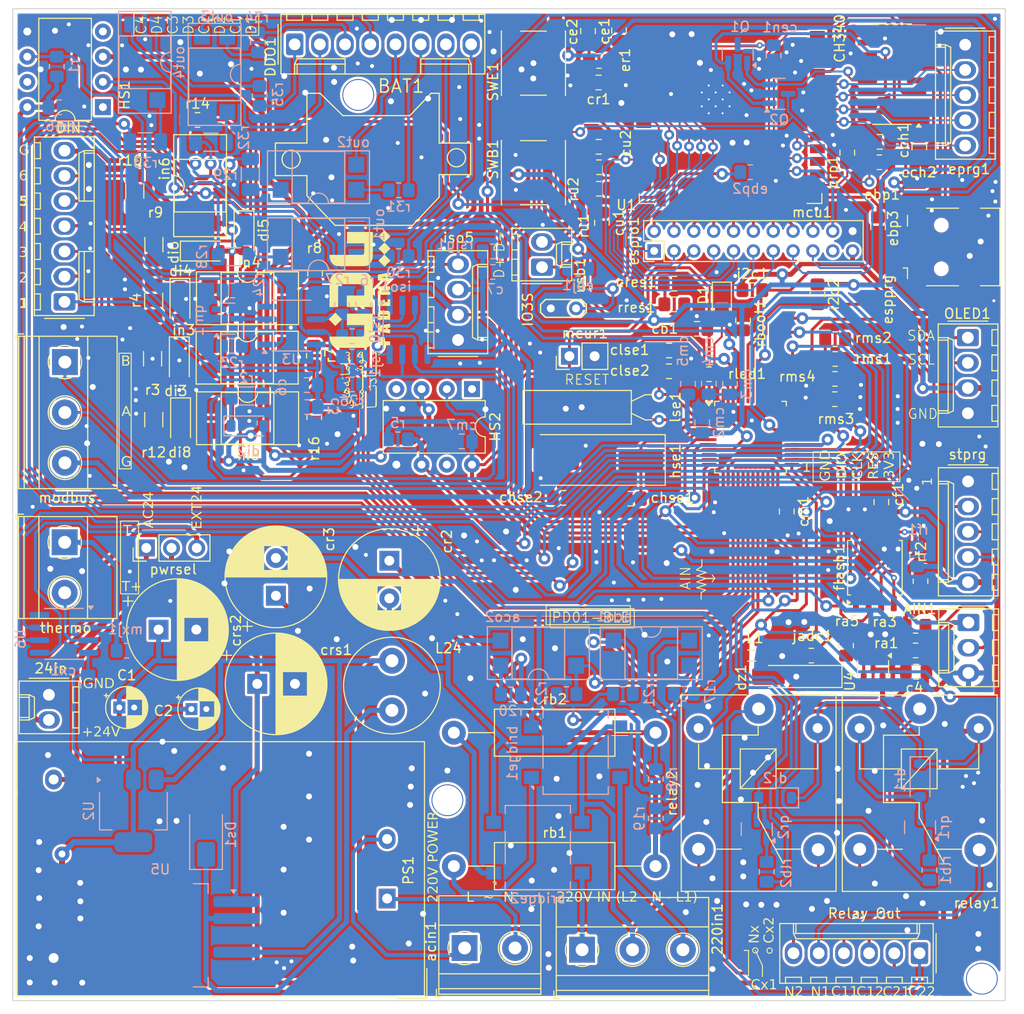
<source format=kicad_pcb>
(kicad_pcb (version 20240108) (generator "pcbnew") (generator_version "8.0")
  (layers (0 "F.Cu" signal) (31 "B.Cu" signal) (34 "B.Paste" user) (35 "F.Paste" user) (36 "B.SilkS" user "B.Silkscreen") (37 "F.SilkS" user "F.Silkscreen") (38 "B.Mask" user) (39 "F.Mask" user) (44 "Edge.Cuts" user))
  (net 0 "")
  (net 1 "/VBAT")
  (net 2 "GND")
  (net 3 "/+5V")
  (net 4 "/+3.3V")
  (net 5 "Net-(mcu1-PF1)")
  (net 6 "Net-(mcu1-PF0)")
  (net 7 "Net-(mcu1-PC14)")
  (net 8 "Net-(mcu1-PC13)")
  (net 9 "/RESET")
  (net 10 "AGND")
  (net 11 "Net-(D1-A)")
  (net 12 "/MXCS")
  (net 13 "Net-(HS2-A)")
  (net 14 "/SWCLK")
  (net 15 "Net-(mcu1-PF7)")
  (net 16 "Net-(mcu1-BOOT0)")
  (net 17 "Net-(HS1-A)")
  (net 22 "/IN220_1L")
  (net 23 "/D220_IN1")
  (net 28 "/NOC1")
  (net 29 "/SWDIO")
  (net 30 "Net-(mcu1-PF6)")
  (net 31 "/NOC2")
  (net 32 "/L")
  (net 33 "/N")
  (net 34 "/PF7")
  (net 35 "/PF6")
  (net 36 "Net-(CH340-V3)")
  (net 37 "/ESP_EN")
  (net 38 "/CHD-")
  (net 44 "/RTS")
  (net 45 "/CHD+")
  (net 49 "/DTR")
  (net 50 "/CHTXD")
  (net 51 "/CHRXD")
  (net 55 "/ESP_GPIO_0")
  (net 56 "Net-(usb1-Pin_1)")
  (net 57 "Net-(usb1-Pin_2)")
  (net 58 "Net-(U1-IO3)")
  (net 59 "Net-(U1-IO46)")
  (net 60 "Net-(U1-IO45)")
  (net 61 "/TDO")
  (net 62 "/TDI")
  (net 63 "/TMS")
  (net 64 "/TCK")
  (net 65 "/ESP_IO15")
  (net 66 "/ESP_IO6")
  (net 68 "/ESP_IO14")
  (net 69 "/ESP_IO1")
  (net 70 "/ESP_IO5")
  (net 71 "/ESP_IO2")
  (net 72 "/ESP_IO11")
  (net 73 "/D220_IN2")
  (net 74 "Net-(dz1-K)")
  (net 75 "Net-(bridge1--)")
  (net 76 "Net-(aco1-Pad1)")
  (net 77 "Net-(bridge2--)")
  (net 78 "Net-(aco2-Pad1)")
  (net 79 "Net-(flash1-~{RESET})")
  (net 80 "/IN220N")
  (net 81 "Net-(cr2-Pad1)")
  (net 82 "Net-(cr3-Pad1)")
  (net 83 "Net-(PS1-+Vout)")
  (net 84 "Net-(pwr1-Pin_2)")
  (net 85 "/ESP_IO10")
  (net 86 "/ESP_IO8")
  (net 87 "/ESP_IO13")
  (net 88 "/ESP_IO12")
  (net 89 "/ESP_IO48")
  (net 90 "/ESP_IO4")
  (net 91 "/ESP_IO47")
  (net 92 "/ESP_IO9")
  (net 93 "/ESP_IO16")
  (net 94 "/ESP_IO7")
  (net 95 "/ESP_IO38")
  (net 96 "/D+")
  (net 97 "/D-")
  (net 98 "/ESP_MCU_TX")
  (net 99 "/ESP_MCU_RX")
  (net 100 "Net-(bridge1-+)")
  (net 101 "Net-(bridge2-+)")
  (net 102 "MGND")
  (net 103 "/IN220_2L")
  (net 104 "IGND")
  (net 105 "Net-(di3-K)")
  (net 106 "Net-(di4-K)")
  (net 107 "Net-(di6-K)")
  (net 108 "Net-(di8-K)")
  (net 109 "Net-(dr1-A)")
  (net 110 "Net-(dr2-A)")
  (net 111 "/MCU_SDA")
  (net 112 "Net-(flash1-~{WP})")
  (net 113 "/CS")
  (net 114 "/SO")
  (net 115 "/SCK")
  (net 116 "/MCU_SCL")
  (net 117 "/SI")
  (net 118 "/D24_IN2")
  (net 119 "/D24_IN4")
  (net 120 "/D24_IN1")
  (net 121 "/+M5V")
  (net 122 "/COM4")
  (net 123 "/D24_IN3")
  (net 124 "/DO1")
  (net 125 "Net-(out1-Pad1)")
  (net 126 "Net-(out1-Pad4)")
  (net 127 "/DO3")
  (net 128 "Net-(out2-Pad4)")
  (net 129 "Net-(out2-Pad1)")
  (net 130 "/DO2")
  (net 131 "Net-(out3-Pad1)")
  (net 132 "Net-(out3-Pad4)")
  (net 133 "/DO4")
  (net 134 "Net-(out4-Pad4)")
  (net 135 "Net-(out4-Pad1)")
  (net 136 "/RS_SEL")
  (net 137 "Net-(qm1-E)")
  (net 138 "Net-(U3-DE)")
  (net 139 "Net-(qr1-B)")
  (net 140 "Net-(qr2-B)")
  (net 141 "/DI2")
  (net 142 "/DI3")
  (net 143 "/DI4")
  (net 144 "/DI5")
  (net 145 "/DI6")
  (net 146 "/COM3")
  (net 147 "/RS485_A")
  (net 148 "/MDO1")
  (net 149 "/COM2")
  (net 150 "/AIN1")
  (net 151 "Net-(U4-+)")
  (net 152 "Net-(U4--)")
  (net 153 "/ADC_IN1")
  (net 154 "/COM1")
  (net 155 "/DI1")
  (net 156 "/MDO2")
  (net 157 "/D05_IN5")
  (net 158 "/MDO3")
  (net 159 "/MDO4")
  (net 160 "/RELOUT12")
  (net 161 "/RELOUT11")
  (net 162 "/D05_IN6")
  (net 163 "/rlo1")
  (net 164 "/rlo2")
  (net 165 "/MCU_TX")
  (net 166 "/MCU_RX")
  (net 167 "/RELOUT22")
  (net 168 "/RELOUT21")
  (net 169 "/RS485_BO")
  (net 170 "/RS485_AO")
  (net 171 "/ESP_IO21")
  (net 173 "/RS485_B")
  (net 174 "/+24V")
  (net 175 "Net-(Ds1-K)")
  (net 176 "Net-(U6-T-)")
  (net 177 "Net-(U6-T+)")
  (net 178 "/LED")
  (footprint "Package_SO:SOIC-8_5.275x5.275mm_P1.27mm" (layer "F.Cu") (at 86.9 56.14 90)
    (property "Reference" "flash1")
    (property "Value" "AT45DB161D-SU")
  )
  (footprint "Relay_THT:Relay_SPDT_SANYOU_SRD_Series_Form_C" (layer "F.Cu") (at 75.19 70.36 -90)
    (property "Reference" "relay2")
    (property "Value" "SANYOU_SRD_Form_C")
  )
  (footprint "Capacitor_SMD:C_0805_2012Metric_Pad1.18x1.45mm_HandSolder" (layer "F.Cu") (at 66.15 36.34 180)
    (property "Reference" "clse2")
    (property "Value" "20pF")
  )
  (footprint "Resistor_SMD:R_0805_2012Metric_Pad1.20x1.40mm_HandSolder" (layer "F.Cu") (at 82.9 33.1 180)
    (property "Reference" "rms2")
    (property "Value" "0")
  )
  (footprint "Inductor_SMD:L_0805_2012Metric_Pad1.05x1.20mm_HandSolder" (layer "F.Cu") (at 74.5 65)
    (property "Reference" "L1")
    (property "Value" "L_Ferrite")
  )
  (footprint "Capacitor_THT:CP_Radial_D10.0mm_P3.80mm" (layer "F.Cu") (at 14.73 62.38)
    (property "Reference" "crs2")
    (property "Value" "C_Polarized")
  )
  (footprint "Connector_Molex:Molex_KK-254_AE-6410-02A_1x02_P2.54mm_Vertical" (layer "F.Cu") (at 53.36 25.84 90)
    (property "Reference" "usb1")
    (property "Value" "Conn_01x02_Pin")
  )
  (footprint "Resistor_SMD:R_0805_2012Metric_Pad1.20x1.40mm_HandSolder" (layer "F.Cu") (at 30.5 26.5 90)
    (property "Reference" "r8")
    (property "Value" "680")
  )
  (footprint "Converter_ACDC:Converter_ACDC_Hi-Link_HLK-5Mxx" (layer "F.Cu") (at 37.7575 89.4875 180)
    (property "Reference" "PS1")
    (property "Value" "HLK-5M24")
  )
  (footprint "CR1220:CR1220-SMD" (layer "F.Cu") (at 36.34 14.97)
    (property "Reference" "BAT1")
    (property "Value" "CR1220")
  )
  (footprint "Connector_Molex:Molex_KK-254_AE-6410-06A_1x06_P2.54mm_Vertical" (layer "F.Cu") (at 91.4 95 180)
    (property "Reference" "Relay Out")
    (property "Value" "Conn_01x06_Pin")
  )
  (footprint "Connector_Molex:Molex_KK-254_AE-6410-07A_1x07_P2.54mm_Vertical" (layer "F.Cu") (at 5.25 29.34 90)
    (property "Reference" "DIN")
    (property "Value" "Conn_01x07_Pin")
  )
  (footprint "Capacitor_THT:CP_Radial_D10.0mm_P3.80mm" (layer "F.Cu") (at 24.67 67.85)
    (property "Reference" "crs1")
    (property "Value" "C_Polarized")
  )
  (footprint "Resistor_SMD:R_0805_2012Metric_Pad1.20x1.40mm_HandSolder" (layer "F.Cu") (at 66.69 29.59 180)
    (property "Reference" "rres1")
    (property "Value" "100K")
  )
  (footprint "LOGO" (layer "F.Cu") (at 34.98 31.1 90)
    (property "Reference" "G***" (hide yes))
    (property "Value" "LOGO" (hide yes))
  )
  (footprint "Connector_Molex:Molex_KK-254_AE-6410-05A_1x05_P2.54mm_Vertical" (layer "F.Cu") (at 96 3.42 -90)
    (property "Reference" "eprg1")
    (property "Value" "Conn_01x05_Pin")
  )
  (footprint "Button_Switch_SMD:SW_Push_1P1T_NO_6x6mm_H9.5mm" (layer "F.Cu") (at 52.5 16.32 90)
    (property "Reference" "SWB1")
    (property "Value" "SW_Push")
  )
  (footprint "Resistor_SMD:R_0805_2012Metric_Pad1.20x1.40mm_HandSolder" (layer "F.Cu") (at 91 64.48 180)
    (property "Reference" "ra1")
    (property "Value" "68K")
  )
  (footprint "Resistor_SMD:R_0805_2012Metric_Pad1.20x1.40mm_HandSolder" (layer "F.Cu") (at 80.5 65 180)
    (property "Reference" "jadc1")
    (property "Value" "0")
  )
  (footprint "Resistor_SMD:R_0805_2012Metric_Pad1.20x1.40mm_HandSolder" (layer "F.Cu") (at 30.415 40.965 -90)
    (property "Reference" "r16")
    (property "Value" "680")
  )
  (footprint "Capacitor_SMD:C_0805_2012Metric_Pad1.18x1.45mm_HandSolder" (layer "F.Cu") (at 87.55 49.52 -90)
    (property "Reference" "cf1")
    (property "Value" "100nF")
  )
  (footprint "Resistor_SMD:R_0805_2012Metric_Pad1.20x1.40mm_HandSolder" (layer "F.Cu") (at 18.6525 11.005)
    (property "Reference" "r14")
    (property "Value" "680")
  )
  (footprint "Resistor_SMD:R_0805_2012Metric_Pad1.20x1.40mm_HandSolder" (layer "F.Cu") (at 73.62 31.21 -90)
    (property "Reference" "rboot1")
    (property "Value" "100K")
  )
  (footprint "Crystal:Crystal_SMD_HC49-SD" (layer "F.Cu") (at 59.08 45.28 180)
    (property "Reference" "hse1")
    (property "Value" "8Mhz")
  )
  (footprint "Package_DIP:DIP-4_W7.62mm_SMDSocket_SmallPads" (layer "F.Cu") (at 18.9125 17.625 90)
    (property "Reference" "in6")
    (property "Value" "PC817")
  )
  (footprint "Resistor_SMD:R_0805_2012Metric_Pad1.20x1.40mm_HandSolder" (layer "F.Cu") (at 81.11 28.58 -90)
    (property "Reference" "i2c2")
    (property "Value" "100K")
  )
  (footprint "TestPoint:TestPoint_2Pads_Pitch2.54mm_Drill0.8mm" (layer "F.Cu") (at 54.25 30)
    (property "Reference" "IO3S")
    (property "Value" "Jumper_2_Open")
  )
  (footprint "Resistor_SMD:R_0805_2012Metric_Pad1.20x1.40mm_HandSolder" (layer "F.Cu") (at 87.35 15.27 180)
    (property "Reference" "ebp1")
    (property "Value" "100K")
  )
  (footprint "Resistor_SMD:R_0805_2012Metric_Pad1.20x1.40mm_HandSolder" (layer "F.Cu") (at 91.5 57.5 -90)
    (property "Reference" "rf2")
    (property "Value" "100K")
  )
  (footprint "Capacitor_SMD:C_0805_2012Metric_Pad1.18x1.45mm_HandSolder" (layer "F.Cu") (at 91.38 13.75 90)
    (property "Reference" "cch2")
    (property "Value" "100nF")
  )
  (footprint "TerminalBlock_Phoenix:TerminalBlock_Phoenix_MKDS-1,5-2-5.08_1x02_P5.08mm_Horizontal" (layer "F.Cu") (at 5.27 53.58 -90)
    (property "Reference" "thermo")
    (property "Value" "Screw_Terminal_01x02")
  )
  (footprint "Diode_SMD:D_SOD-123" (layer "F.Cu") (at 16.885 29.3425 -90)
    (property "Reference" "di4")
    (property "Value" "1N4148W")
  )
  (footprint "Capacitor_SMD:C_0805_2012Metric_Pad1.18x1.45mm_HandSolder" (layer "F.Cu") (at 59.4 21.37 -90)
    (property "Reference" "cu1")
    (property "Value" "TBD")
  )
  (footprint "Capacitor_SMD:C_0805_2012Metric_Pad1.18x1.45mm_HandSolder" (layer "F.Cu") (at 59.06 7.23 180)
    (property "Reference" "cr1")
    (property "Value" "1uF")
  )
  (footprint "Relay_THT:Relay_SPDT_SANYOU_SRD_Series_Form_C" (layer "F.Cu") (at 91.42 70.37 -90)
    (property "Reference" "relay1")
    (property "Value" "SANYOU_SRD_Form_C")
  )
  (footprint "Resistor_THT:R_Axial_DIN0414_L11.9mm_D4.5mm_P20.32mm_Horizontal" (layer "F.Cu") (at 44.48 72.77)
    (property "Reference" "rb2")
    (property "Value" "100K")
  )
  (footprint "Connector_USB:USB_Mini-B_Lumberg_2486_01_Horizontal" (layer "F.Cu") (at 93.595 23.81 90)
    (property "Reference" "espprg")
    (property "Value" "USB_B_Micro")
  )
  (footprint "Connector_Molex:Molex_KK-254_AE-6410-05A_1x05_P2.54mm_Vertical" (layer "F.Cu") (at 96.29 47.44 -90)
    (property "Reference" "stprg")
    (property "Value" "Conn_01x05_Pin")
  )
  (footprint "Package_SO:SOIC-16_3.9x9.9mm_P1.27mm" (layer "F.Cu") (at 88.625 6.385 180)
    (property "Reference" "CH340")
    (property "Value" "CH340C")
  )
  (footprint "Resistor_SMD:R_1206_3216Metric_Pad1.30x1.75mm_HandSolder" (layer "F.Cu") (at 14.235 29.195 90)
    (property "Reference" "r4")
    (property "Value" "7.5K")
  )
  (footprint "Capacitor_THT:CP_Radial_D10.0mm_P3.80mm" (layer "F.Cu") (at 26.55 58.965354 90)
    (property "Reference" "cr3")
    (property "Value" "C_Polarized")
  )
  (footprint "Diode_SMD:D_MiniMELF_Handsoldering" (layer "F.Cu") (at 78.9275 67.107831 180)
    (property "Reference" "dz1")
    (property "Value" "D_Zener")
  )
  (footprint "Resistor_SMD:R_0805_2012Metric_Pad1.20x1.40mm_HandSolder" (layer "F.Cu") (at 84 64 90)
    (property "Reference" "ra5")
    (property "Value" "68")
  )
  (footprint "Resistor_SMD:R_0805_2012Metric_Pad1.20x1.40mm_HandSolder" (layer "F.Cu") (at 70.19 36.64)
    (property "Reference" "rled1")
    (property "Value" "1K")
  )
  (footprint "Diode_SMD:D_SOD-123" (layer "F.Cu") (at 19.29 24.22)
    (property "Reference" "di6")
    (property "Value" "1N4148W")
  )
  (footprint "Capacitor_SMD:C_0805_2012Metric_Pad1.18x1.45mm_HandSolder" (layer "F.Cu") (at 66.67 27.51)
    (property "Reference" "cres1")
    (property "Value" "100nF")
  )
  (footprint "Diode_SMD:D_SOD-123" (layer "F.Cu") (at 16.945 41.3825 -90)
    (property "Reference" "di8")
    (property "Value" "1N4148W")
  )
  (footprint "Capacitor_THT:CP_Radial_D4.0mm_P1.50mm" (layer "F.Cu") (at 18.04 70.39)
    (property "Reference" "C2")
    (property "Value" "C_Polarized")
  )
  (footprint "TerminalBlock_Phoenix:TerminalBlock_Phoenix_MKDS-1,5-3-5.08_1x03_P5.08mm_Horizontal" (layer "F.Cu") (at 57.4 94.65)
    (property "Reference" "220in1")
    (property "Value" "Screw_Terminal_01x03")
  )
  (footprint "Package_DIP:DIP-4_W7.62mm_SMDSocket_SmallPads" (layer "F.Cu") (at 23.655 34.965)
    (property "Reference" "in3")
    (property "Value" "PC817")
  )
  (footprint "Resistor_SMD:R_0805_2012Metric_Pad1.20x1.40mm_HandSolder" (layer "F.Cu") (at 82.86 39.15)
    (property "Reference" "rms3")
    (property "Value" "0")
  )
  (footprint "Capacitor_SMD:C_0805_2012Metric_Pad1.18x1.45mm_HandSolder" (layer "F.Cu") (at 55.5025 49.1 180)
    (property "Reference" "chse2")
    (property "Value" "20pF")
  )
  (footprint "Capacitor_SMD:C_0805_2012Metric_Pad1.18x1.45mm_HandSolder" (layer "F.Cu") (at 61.12 1.99 90)
    (property "Reference" "ce1")
    (property "Value" "100nF")
  )
  (footprint "LED_SMD:LED_0805_2012Metric_Pad1.15x1.40mm_HandSolder" (layer "F.Cu") (at 71.48 29.215 -90)
    (property "Reference" "D1")
    (property "Value" "LED")
  )
  (footprint "Package_DIP:DIP-8_W7.62mm" (layer "F.Cu") (at 46.31 38.1325 -90)
    (property "Reference" "HS2")
    (property "Value" "6N137")
  )
  (footprint "Button_Switch_SMD:SW_Push_1P1T_NO_6x6mm_H9.5mm" (layer "F.Cu") (at 52.5 5.28 90)
    (property "Reference" "SWE1")
    (property "Value" "SW_Push")
  )
  (footprint "Resistor_SMD:R_1206_3216Metric_Pad1.30x1.75mm_HandSolder" (layer "F.Cu") (at 14.26 23.58 -90)
    (property "Reference" "r9")
    (property "Value" "560")
  )
  (footprint "Package_DIP:DIP-4_W7.62mm_SMDSocket_SmallPads" (layer "F.Cu") (at 23.695 41.075)
    (property "Reference" "in8")
    (property "Value" "PC817")
  )
  (footprint "TerminalBlock_Phoenix:TerminalBlock_Phoenix_MKDS-1,5-2-5.08_1x02_P5.08mm_Horizontal" (layer "F.Cu") (at 45.565 94.475)
    (property "Reference" "acin1")
    (property "Value" "Screw_Terminal_01x02")
  )
  (footprint "Capacitor_SMD:C_0805_2012Metric_Pad1.18x1.45mm_HandSolder" (layer "F.Cu") (at 84.12 14.3 90)
    (property "Reference" "crp1")
    (property "Value" "1uF")
  )
  (footprint "Capacitor_SMD:C_0805_2012Metric_Pad1.18x1.45mm_HandSolder" (layer "F.Cu") (at 68.98 32.06 180)
    (property "Reference" "cb1")
    (property "Value" "100nF")
  )
  (footprint "Resistor_SMD:R_0805_2012Metric_Pad1.20x1.40mm_HandSolder" (layer "F.Cu") (at 87.22 21.83 -90)
    (property "Reference" "ebp3")
    (property "Value" "100K")
  )
  (footprint "Diode_SMD:D_SOD-123" (layer "F.Cu") (at 16.82 35.24 -90)
    (property "Reference" "di3")
    (property "Value" "1N4148W")
  )
  (footprint "Connector_Molex:Molex_KK-254_AE-6410-04A_1x04_P2.54mm_Vertical" (layer "F.Cu") (at 96.27 32.95 -90)
    (property "Reference" "OLED1")
    (property "Value" "Conn_01x04_Pin")
  )
  (footprint "Capacitor_SMD:C_0805_2012Metric_Pad1.18x1.45mm_HandSolder" (layer "F.Cu") (at 78.02 50.47 -90)
    (property "Reference" "cm1")
    (property "Value" "100nF")
  )
  (footprint "Connector_PinHeader_2.54mm:PinHeader_1x02_P2.54mm_Vertical" (layer "F.Cu") (at 56.125 34.82 90)
    (property "Reference" "mcur1")
    (property "Value" "Conn_01x02_Pin")
  )
  (footprint "Resistor_SMD:R_0805_2012Metric_Pad1.20x1.40mm_HandSolder" (layer "F.Cu") (at 30.375 34.765 -90)
    (property "Reference" "r7")
    (property "Value" "680")
  )
  (footprint "Resistor_SMD:R_1206_3216Metric_Pad1.30x1.75mm_HandSolder" (layer "F.Cu") (at 14.245 41.215 90)
    (property "Reference" "r12")
    (property "Value" "7.5K")
  )
  (footprint "RF_Module:ESP32-S3-WROOM-1" (layer "F.Cu") (at 72.36 6.47)
    (property "Reference" "U1")
    (property "Value" "ESP32-S3-WROOM-1")
  )
  (footprint "Diode_SMD:D_SOD-123" (layer "F.Cu") (at 23.34 22.53 -90)
    (property "Reference" "di5")
    (property "Value" "1N4148W")
  )
  (footprint "Resistor_SMD:R_0805_2012Metric_Pad1.20x1.40mm_HandSolder" (layer "F.Cu") (at 82.9 35.1 180)
    (property "Reference" "rms1")
    (property "Value" "0")
  )
  (footprint "Package_QFP:LQFP-48_7x7mm_P0.5mm" (layer "F.Cu") (at 74.37 42.98)
    (property "Reference" "mcu1")
    (property "Value" "STM32F051C8Tx")
  )
  (footprint "Capacitor_SMD:C_0805_2012Metric_Pad1.18x1.45mm_HandSolder" (layer "F.Cu") (at 66.17 34.24 180)
    (property "Reference" "clse1")
    (property "Value" "20pF")
  )
  (footprint "Capacitor_SMD:C_0805_2012Metric_Pad1.18x1.45mm_HandSolder" (layer "F.Cu") (at 91.06 66.62 180)
    (property "Reference" "c4")
    (property "Value" "100nF")
  )
  (footprint "Inductor_THT:L_Radial_D9.5mm_P5.00mm_Fastron_07HVP" (layer "F.Cu") (at 38.24 65.52 -90)
    (property "Reference" "L24")
    (property "Value" "L")
  )
  (footprint "Package_TO_SOT_SMD:SOT-23-5" (layer "F.Cu") (at 86.7225 66.3 -90)
    (property "Reference" "U4")
    (property "Value" "LM321")
  )
  (footprint "Capacitor_SMD:C_0805_2012Metric_Pad1.18x1.45mm_HandSolder" (layer "F.Cu") (at 58 2.05 90)
    (property "Reference" "ce2")
    (property "Value" "22uF")
  )
  (footprint "Connector_Molex:Molex_KK-254_AE-6410-02A_1x02_P2.54mm_Vertical" (layer "F.Cu") (at 3.68 68.95 -90)
    (property "Reference" "24in")
    (property "Value" "Conn_01x02_Pin")
  )
  (footprint "Package_DIP:DIP-8_W7.62mm" (layer "F.Cu") (at 9.12 9.71 180)
    (property "Reference" "HS1")
    (property "Value" "6N137")
  )
  (footprint "Package_DIP:DIP-4_W7.62mm_SMDSocket_SmallPads" (layer "F.Cu") (at 23.685 28.975)
    (property "Reference" "in4")
    (property "Value" "PC817")
  )
  (footprint "Resistor_SMD:R_1206_3216Metric_Pad1.30x1.75mm_HandSolder" (layer "F.Cu") (at 12.33 18.16 -90)
    (property "Reference" "r10")
    (property "Value" "2.8K")
  )
  (footprint "Capacitor_SMD:C_0805_2012Metric_Pad1.18x1.45mm_HandSolder" (layer "F.Cu") (at 62.29 49.18)
    (property "Reference" "chse1")
    (property "Value" "20pF")
  )
  (footprint "Resistor_SMD:R_0805_2012Metric_Pad1.20x1.40mm_HandSolder" (layer "F.Cu") (at 91 62)
    (property "Reference" "ra3")
    (property "Value" "33K")
  )
  (footprint "Connector_Molex:Molex_KK-254_AE-6410-08A_1x08_P2.54mm_Vertical" (layer "F.Cu") (at 28.44 3.38)
    (property "Reference" "DDO1")
    (property "Value" "Conn_01x08_Socket")
  )
  (footprint "Crystal:Crystal_AT310_D3.0mm_L10.0mm_Horizontal" (layer "F.Cu") (at 65.16 38.7 -90)
    (property "Reference" "lse1")
    (property "Value" "Crystal")
  )
  (footprint "Capacitor_SMD:C_0805_2012Metric_Pad1.18x1.45mm_HandSolder" (layer "F.Cu") (at 59.08 13.71 180)
    (property "Reference" "cu2")
    (property "Value" "TBD")
  )
  (footprint "Resistor_THT:R_Axial_DIN0414_L11.9mm_D4.5mm_P20.32mm_Horizontal" (layer "F.Cu") (at 44.48 86.22)
    (property "Reference" "rb1")
    (property "Value" "100K")
  )
  (footprint "Resistor_SMD:R_0805_2012Metric_Pad1.20x1.40mm_HandSolder" (layer "F.Cu") (at 74.56 28.16)
    (property "Reference" "i2c1")
    (property "Value" "100K")
  )
  (footprint "Capacitor_THT:CP_Radial_D10.0mm_P3.80mm" (layer "F.Cu") (at 37.98 55.43 -90)
    (property "Reference" "cr2")
    (property "Value" "C_Polarized")
  )
  (footprint "TerminalBlock_Phoenix:TerminalBlock_Phoenix_MKDS-1,5-3-5.08_1x03_P5.08mm_Horizontal" (layer "F.Cu") (at 5.29 35.41 -90)
    (property "Reference" "modbus")
    (property "Value" "Screw_Terminal_01x03")
  )
  (footprint "Resistor_SMD:R_0805_2012Metric_Pad1.20x1.40mm_HandSolder" (layer "F.Cu") (at 59.09 17.94 180)
    (property "Reference" "ru1")
    (property "Value" "22")
  )
  (footprint "Resistor_SMD:R_0805_2012Metric_Pad1.20x1.40mm_HandSolder" (layer "F.Cu") (at 59.1 5.06)
    (property "Reference" "er1")
    (property "Value" "10K")
  )
  (footprint "Capacitor_SMD:C_0805_2012Metric_Pad1.18x1.45mm_HandSolder" (layer "F.Cu") (at 87.4 13.21 180)
    (property "Reference" "cch1")
    (property "Value" "100nF")
  )
  (footprint "Resistor_SMD:R_1206_3216Metric_Pad1.30x1.75mm_HandSolder" (layer "F.Cu") (at 14.125 35.075 90)
    (property "Reference" "r3")
    (property "Value" "7.5K")
  )
  (footprint "Connector_PinHeader_2.00mm:PinHeader_2x11_P2.00mm_Vertical" (layer "F.Cu") (at 64.66 24.21 90)
    (property "Reference" "espio1")
    (property "Value" "Conn_02x11_Odd_Even")
  )
  (footprint "Connector_Molex:Molex_KK-254_AE-6410-03A_1x03_P2.54mm_Vertical" (layer "F.Cu") (at 96.33 61.67 -90)
    (property "Reference" "AIN1")
    (property "Value" "Conn_01x03_Pin")
  )
  (footprint "Connector_Molex:Molex_KK-254_AE-6410-04A_1x04_P2.54mm_Vertical" (layer "F.Cu") (at 44.9 33.18 90)
    (property "Reference" "iso5")
    (property "Value" "Conn_01x04_Pin")
  )
  (footprint "Connector_PinHeader_2.54mm:PinHeader_1x03_P2.54mm_Vertical" (layer "F.Cu") (at 13.495 54.15 90)
    (property "Reference" "pwrsel")
    (property "Value" "SW_SPDT")
  )
  (footprint "Resistor_SMD:R_0805_2012Metric_Pad1.20x1.40mm_HandSolder" (layer "F.Cu") (at 59.1 15.77 180)
    (property "Reference" "ru2")
    (property "Value" "22")
  )
  (footprint "Capacitor_THT:CP_Radial_D4.0mm_P1.50mm" (layer "F.Cu") (at 10.77 70.23)
    (property "Reference" "C1")
    (property "Value" "C_Polarized")
  )
  (footprint "Resistor_SMD:R_0805_2012Metric_Pad1.20x1.40mm_HandSolder" (layer "F.Cu") (at 82.88 37.11)
    (property "Reference" "rms4")
    (property "Value" "0")
  )
  (footprint "Package_TO_SOT_SMD:SOT-223-3_TabPin2" (layer "B.Cu") (at 12.1875 80.66 -90)
    (property "Reference" "U2")
    (property "Value" "LD1117S33TR_SOT223")
  )
  (footprint "Resistor_SMD:R_0805_2012Metric_Pad1.20x1.40mm_HandSolder" (layer "B.Cu") (at 24.91 8.58 -90)
    (property "Reference" "r35")
    (property "Value" "2.5K")
  )
  (footprint "Package_TO_SOT_SMD:SOT-23" (layer "B.Cu") (at 21.76 31.03)
    (property "Reference" "qm1")
    (property "Value" "PMBT2222A")
  )
  (footprint "Package_DIP:DIP-4_W7.62mm_SMDSocket_SmallPads" (layer "B.Cu") (at 30.84 23.53)
    (property "Reference" "out1")
    (property "Value" "PC817")
  )
  (footprint "Resistor_SMD:R_0805_2012Metric_Pad1.20x1.40mm_HandSolder" (layer "B.Cu") (at 64.83 77.45 90)
    (property "Reference" "r18")
    (property "Value" "1K")
  )
  (footprint "Diode_SMD:Diode_Bridge_OnSemi_SDIP-4L" (layer "B.Cu") (at 56.75 74.73)
    (property "Reference" "bridge1")
    (property "Value" "MB1S")
  )
  (footprint "Resistor_SMD:R_1206_3216Metric_Pad1.30x1.75mm_HandSolder" (layer "B.Cu") (at 22.29 24.79)
    (property "Reference" "r28")
    (property "Value" "2.7K")
  )
  (footprint "Resistor_SMD:R_0805_2012Metric_Pad1.20x1.40mm_HandSolder" (layer "B.Cu") (at 67.65 68.85 180)
    (property "Reference" "r17")
    (property "Value" "1K")
  )
  (footprint "Diode_SMD:D_SOD-123" (layer "B.Cu") (at 91.45 77.56 -90)
    (property "Reference" "dr1")
    (property "Value" "1N4148W")
  )
  (footprint "Capacitor_SMD:C_0805_2012Metric_Pad1.18x1.45mm_HandSolder" (layer "B.Cu") (at 45.28 43.41 180)
    (property "Reference" "cm7")
    (property "Value" "100nF")
  )
  (footprint "Package_TO_SOT_SMD:SOT-23" (layer "B.Cu") (at 77.2125 8.37)
    (property "Reference" "Q2")
    (property "Value" "T2N7002AK")
  )
  (footprint "Package_TO_SOT_SMD:SOT-23" (layer "B.Cu") (at 91.4525 82.310356 90)
    (property "Reference" "qr1")
    (property "Value" "PMBT2222A")
  )
  (footprint "Package_DIP:DIP-4_W7.62mm_SMDSocket_SmallPads" (layer "B.Cu") (at 13.34 5.19 90)
    (property "Reference" "out4")
    (property "Value" "PC817")
  )
  (footprint "Package_DIP:DIP-4_W7.62mm_SMDSocket_SmallPads" (layer "B.Cu") (at 52.99 64.75)
    (property "Reference" "aco2")
    (property "Value" "PC817")
  )
  (footprint "Resistor_SMD:R_0805_2012Metric_Pad1.20x1.40mm_HandSolder" (layer "B.Cu") (at 61.51 68.88 180)
    (property "Reference" "r21")
    (property "Value" "100K")
  )
  (footprint "Capacitor_SMD:C_0805_2012Metric_Pad1.18x1.45mm_HandSolder" (layer "B.Cu") (at 76.7 4.5 90)
    (property "Reference" "cen1")
    (property "Value" "4.7uF")
  )
  (footprint "Resistor_SMD:R_0805_2012Metric_Pad1.20x1.40mm_HandSolder" (layer "B.Cu") (at 24.74 3.19 90)
    (property "Reference" "r34")
    (property "Value" "2.5K")
  )
  (footprint "Package_SO:SOIC-8_3.9x4.9mm_P1.27mm" (layer "B.Cu") (at 28.13 31.735)
    (property "Reference" "U3")
    (property "Value" "SN75176AD")
  )
  (footprint "Resistor_SMD:R_1206_3216Metric_Pad1.30x1.75mm_HandSolder" (layer "B.Cu") (at 13.38 13.21)
    (property "Reference" "r33")
    (property "Value" "2.7K")
  )
  (footprint "Resistor_SMD:R_1206_3216Metric_Pad1.30x1.75mm_HandSolder" (layer "B.Cu") (at 23.97 16.47 -90)
    (property "Reference" "r29")
    (property "Value" "2.7K")
  )
  (footprint "Package_TO_SOT_SMD:TO-263-5_TabPin3" (layer "B.Cu") (at 14.9 93.2 180)
    (property "Reference" "U5")
    (property "Value" "LM2576HVS-5")
  )
  (footprint "Package_DIP:DIP-4_W7.62mm_SMDSocket_SmallPads" (layer "B.Cu") (at 20.37 6.41 90)
    (property "Reference" "out3")
    (property "Value" "PC817")
  )
  (footprint "Resistor_SMD:R_0805_2012Metric_Pad1.20x1.40mm_HandSolder" (layer "B.Cu") (at 38.84 43.2 180)
    (property "Reference" "r5")
    (property "Value" "680")
  )
  (footprint "Resistor_SMD:R_0805_2012Metric_Pad1.20x1.40mm_HandSolder" (layer "B.Cu") (at 22.115 33.78 180)
    (property "Reference" "r23")
    (property "Value" "10K")
  )
  (footprint "Resistor_SMD:R_0805_2012Metric_Pad1.20x1.40mm_HandSolder" (layer "B.Cu") (at 57 26)
    (property "Reference" "ebj1")
    (property "Value" "100K")
  )
  (footprint "Diode_SMD:D_SOD-123" (layer "B.Cu") (at 76.8475 79.34 180)
    (property "Reference" "dr2")
    (property "Value" "1N4148W")
  )
  (footprint "Resistor_SMD:R_1206_3216Metric_Pad1.30x1.75mm_HandSolder" (layer "B.Cu") (at 23.6075 38.83 180)
    (property "Reference" "r2")
    (property "Value" "2.2K")
  )
  (footprint "Resistor_SMD:R_0805_2012Metric_Pad1.20x1.40mm_HandSolder" (layer "B.Cu") (at 34.225 34.86)
    (property "Reference" "rsj1")
    (property "Value" "0")
  )
  (footprint "Package_DIP:DIP-4_W7.62mm_SMDSocket_SmallPads" (layer "B.Cu") (at 64.37 64.75 180)
    (property "Reference" "aco1")
    (property "Value" "PC817")
  )
  (footprint "Resistor_SMD:R_0805_2012Metric_Pad1.20x1.40mm_HandSolder" (layer "B.Cu") (at 38.92 24.73)
    (property "Reference" "r30")
    (property "Value" "3.3K")
  )
  (footprint "Resistor_SMD:R_0805_2012Metric_Pad1.20x1.40mm_HandSolder" (layer "B.Cu") (at 38.92 18.09)
    (property "Reference" "r31")
    (property "Value" "3.3K")
  )
  (footprint "Resistor_SMD:R_0805_2012Metric_Pad1.20x1.40mm_HandSolder" (layer "B.Cu") (at 34.225 32.81)
    (property "Reference" "rsj0")
    (property "Value" "0")
  )
  (footprint "Capacitor_SMD:C_0805_2012Metric_Pad1.18x1.45mm_HandSolder" (layer "B.Cu") (at 7.63 68.01 -90)
    (property "Reference" "cx1")
    (property "Value" "100nF")
  )
  (footprint "Capacitor_SMD:C_0805_2012Metric_Pad1.18x1.45mm_HandSolder" (layer "B.Cu") (at 70.17 37.61 90)
    (property "Reference" "cm4")
    (property "Value" "100nF")
  )
  (footprint "Resistor_SMD:R_0805_2012Metric_Pad1.20x1.40mm_HandSolder" (layer "B.Cu") (at 50.23 68.91)
    (property "Reference" "r20")
    (property "Value" "560")
  )
  (footprint "Resistor_SMD:R_0805_2012Metric_Pad1.20x1.40mm_HandSolder" (layer "B.Cu") (at 92.4 86.630356 90)
    (property "Reference" "rlb1")
    (property "Value" "1K")
  )
  (footprint "Capacitor_SMD:C_0805_2012Metric_Pad1.18x1.45mm_HandSolder" (layer "B.Cu") (at 4.67 9.72)
    (property "Reference" "cm6")
    (property "Value" "100nF")
  )
  (footprint "Package_TO_SOT_SMD:SOT-23" (layer "B.Cu") (at 73.08 4.33 90)
    (property "Reference" "Q1")
    (property "Value" "T2N7002AK")
  )
  (footprint "Resistor_SMD:R_0805_2012Metric_Pad1.20x1.40mm_HandSolder" (layer "B.Cu") (at 76 86.8 90)
    (property "Reference" "rlb2")
    (property "Value" "1K")
  )
  (footprint "Resistor_SMD:R_0805_2012Metric_Pad1.20x1.40mm_HandSolder" (layer "B.Cu") (at 34.24 37.66)
    (property "Reference" "r26")
    (property "Value" "10K")
  )
  (footprint "Capacitor_SMD:C_0805_2012Metric_Pad1.18x1.45mm_HandSolder" (layer "B.Cu") (at 29.735 39.95)
    (property "Reference" "c3")
    (property "Value" "100nF")
  )
  (footprint "Diode_SMD:Diode_Bridge_OnSemi_SDIP-4L" (layer "B.Cu") (at 52.94 84.36)
    (property "Reference" "bridge2")
    (property "Value" "MB1S")
  )
  (footprint "Capacitor_SMD:C_0805_2012Metric_Pad1.18x1.45mm_HandSolder" (layer "B.Cu") (at 72.31 37.63 90)
    (property "Reference" "cm3")
    (property "Value" "100nF")
  )
  (footprint "Capacitor_SMD:C_0805_2012Metric_Pad1.18x1.45mm_HandSolder" (layer "B.Cu") (at 69.5 41.5 90)
    (property "Reference" "cm2")
    (property "Value" "100nF")
  )
  (footprint "Package_DIP:DIP-4_W7.62mm_SMDSocket_SmallPads" (layer "B.Cu") (at 30.84 16.78)
    (property "Reference" "out2")
    (property "Value" "PC817")
  )
  (footprint "Resistor_SMD:R_0805_2012Metric_Pad1.20x1.40mm_HandSolder" (layer "B.Cu") (at 11.5 64.5 180)
    (property "Reference" "mxj1")
    (property "Value" "0")
  )
  (footprint "Resistor_SMD:R_0805_2012Metric_Pad1.20x1.40mm_HandSolder" (layer "B.Cu") (at 91.16 55 90)
    (property "Reference" "rf1")
    (property "Value" "100K")
  )
  (footprint "Capacitor_SMD:C_0805_2012Metric_Pad1.18x1.45mm_HandSolder" (layer "B.Cu") (at 68.07 37.62 90)
    (property "Reference" "cm5")
    (property "Value" "100nF")
  )
  (footprint "Resistor_SMD:R_0805_2012Metric_Pad1.20x1.40mm_HandSolder" (layer "B.Cu") (at 48.4 26.33 180)
    (property "Reference" "rsjg1")
    (property "Value" "0")
  )
  (footprint "Capacitor_SMD:C_0805_2012Metric_Pad1.18x1.45mm_HandSolder" (layer "B.Cu") (at 29.685 37.73)
    (property "Reference" "c6")
    (property "Value" "100nF")
  )
  (footprint "Capacitor_SMD:C_0805_2012Metric_Pad1.18x1.45mm_HandSolder" (layer "B.Cu") (at 48.42 24.26)
    (property "Reference" "c7")
    (property "Value" "100nF")
  )
  (footprint "Diode_SMD:D_SOD-123" (layer "B.Cu") (at 23.6825 41.85)
    (property "Reference" "di2")
    (property "Value" "1N4148W")
  )
  (footprint "Resistor_SMD:R_0805_2012Metric_Pad1.20x1.40mm_HandSolder" (layer "B.Cu") (at 55.826666 68.88 180)
    (property "Reference" "r22")
    (property "Value" "100K")
  )
  (footprint "Resistor_SMD:R_0805_2012Metric_Pad1.20x1.40mm_HandSolder" (layer "B.Cu") (at 35.365 29.64 -90)
    (property "Reference" "r6")
    (property "Value" "120")
  )
  (footprint "Package_SO:SOIC-8_3.9x4.9mm_P1.27mm" (layer "B.Cu") (at 39.92 32.15 -90)
    (property "Reference" "iso1")
    (property "Value" "ADuM1201BR")
  )
  (footprint "Resistor_SMD:R_0805_2012Metric_Pad1.20x1.40mm_HandSolder" (layer "B.Cu") (at 4.47 5.62 -90)
    (property "Reference" "r1")
    (property "Value" "680")
  )
  (footprint "Package_SO:SOIC-8_3.9x4.9mm_P1.27mm" (layer "B.Cu") (at 5.2 62.81 180)
    (property "Reference" "U6")
    (property "Value" "MAX31855KASA")
  )
  (footprint "Package_TO_SOT_SMD:SOT-23" (layer "B.Cu") (at 75 82.5 90)
    (property "Reference" "qr2")
    (property "Value" "PMBT2222A")
  )
  (footprint "Diode_SMD:D_SMA" (layer "B.Cu") (at 19.51 83.05 90)
    (property "Reference" "Ds1")
    (property "Value" "SS34")
  )
  (footprint "Resistor_SMD:R_0805_2012Metric_Pad1.20x1.40mm_HandSolder" (layer "B.Cu") (at 33.205 29.62 -90)
    (property "Reference" "r27")
    (property "Value" "10K")
  )
  (footprint "Resistor_SMD:R_0805_2012Metric_Pad1.20x1.40mm_HandSolder" (layer "B.Cu") (at 74.34 16.27)
    (property "Reference" "ebp2")
    (property "Value" "100K")
  )
  (footprint "Resistor_SMD:R_1206_3216Metric_Pad1.30x1.75mm_HandSolder" (layer "B.Cu") (at 20.01 13.25)
    (property "Reference" "r32")
    (property "Value" "2.7K")
  )
  (footprint "Resistor_SMD:R_0805_2012Metric_Pad1.20x1.40mm_HandSolder" (layer "B.Cu") (at 64.83 81.41 -90)
    (property "Reference" "r19")
    (property "Value" "560")
  )
  (footprint "Resistor_SMD:R_0805_2012Metric_Pad1.20x1.40mm_HandSolder" (layer "B.Cu") (at 22.185 28.2)
    (property "Reference" "r24")
    (property "Value" "10K")
  )
  (gr_line (start 73.73 94.72) (end 74.17 94.72) (stroke (width 0.1)) (layer "F.SilkS"))
  (gr_line (start 69.4 58.67) (end 69.4 59.33) (stroke (width 0.1)) (layer "F.SilkS"))
  (gr_rect (start 10.75 34.52) (end 11.97 46.17) (stroke (width 0.1)) (fill none) (layer "F.SilkS"))
  (gr_line (start 69.84 58.38) (end 69.4 58.67) (stroke (width 0.1)) (layer "F.SilkS"))
  (gr_rect (start 12.24 0.28) (end 24.82 2.48) (stroke (width 0.1)) (fill none) (layer "F.SilkS"))
  (gr_circle (center 76.29 94.74) (end 76.34 95) (stroke (width 0.1)) (fill none) (layer "F.SilkS"))
  (gr_rect (start 54.18 60.29) (end 62.66 62.21) (stroke (width 0.1)) (fill none) (layer "F.SilkS"))
  (gr_line (start 69.87 57.84) (end 68.95 58.16) (stroke (width 0.1)) (layer "F.SilkS"))
  (gr_line (start 69.47 56.01) (end 68.92 56.36) (stroke (width 0.1)) (layer "F.SilkS"))
  (gr_line (start 70.51 57.575) (end 70.76 57.225) (stroke (width 0.1)) (layer "F.SilkS"))
  (gr_line (start 68.92 56.36) (end 69.9 56.62) (stroke (width 0.1)) (layer "F.SilkS"))
  (gr_line (start 68.96 56.97) (end 69.87 57.23) (stroke (width 0.1)) (layer "F.SilkS"))
  (gr_line (start 68.96 57.58) (end 69.87 57.84) (stroke (width 0.1)) (layer "F.SilkS"))
  (gr_line (start 69.87 57.23) (end 68.96 57.58) (stroke (width 0.1)) (layer "F.SilkS"))
  (gr_line (start 75.57 97.35) (end 75.57 96.25) (stroke (width 0.1)) (layer "F.SilkS"))
  (gr_line (start 73.73 97.26) (end 74.17 97.26) (stroke (width 0.1)) (layer "F.SilkS"))
  (gr_line (start 75.57 96.25) (end 74.86 94.72) (stroke (width 0.1)) (layer "F.SilkS"))
  (gr_circle (center 74.86 94.72) (end 74.91 94.98) (stroke (width 0.1)) (fill none) (layer "F.SilkS"))
  (gr_line (start 68.95 58.16) (end 69.84 58.38) (stroke (width 0.1)) (layer "F.SilkS"))
  (gr_line (start 70.52 56.88) (end 70.77 57.23) (stroke (width 0.1)) (layer "F.SilkS"))
  (gr_rect (start 10.9 51.44) (end 12.71 58.78) (stroke (width 0.1)) (fill none) (layer "F.SilkS"))
  (gr_line (start 74.17 94.72) (end 74.17 97.26) (stroke (width 0.1)) (layer "F.SilkS"))
  (gr_line (start 69.9 56.62) (end 68.96 56.97) (stroke (width 0.1)) (layer "F.SilkS"))
  (gr_rect (start 80.68 44.47) (end 89.42 47.46) (stroke (width 0.1)) (fill none) (layer "F.SilkS"))
  (gr_line (start 69.47 55.32) (end 69.47 56.01) (stroke (width 0.1)) (layer "F.SilkS"))
  (gr_rect (start 53.78 59.96) (end 62.26 61.88) (stroke (width 0.1)) (fill none) (layer "F.SilkS"))
  (gr_line (start 69.87 57.23) (end 70.77 57.23) (stroke (width 0.1)) (layer "F.SilkS"))
  (gr_rect (start 0.04 -0.21) (end 100.04 99.79) (stroke (width 0.1)) (fill none) (layer "Edge.Cuts"))
  (gr_text "G" (at 10.94 46.09 0) (layer "F.SilkS") (effects (font (size 1 1) (thickness 0.1)) (justify left bottom)))
  (gr_text "Nx" (at 75.37 94.04 90) (layer "F.SilkS") (effects (font (size 1 1) (thickness 0.1)) (justify left bottom)))
  (gr_text "C21" (at 87.68 99.53 0) (layer "F.SilkS") (effects (font (size 1 1) (thickness 0.1)) (justify left bottom)))
  (gr_text "220V POWER" (at 43.015 89.919 90) (layer "F.SilkS") (effects (font (size 1 1) (thickness 0.1)) (justify left bottom)))
  (gr_text "G" (at 0.650294 14.68 0) (layer "F.SilkS") (effects (font (size 1 1) (thickness 0.1)) (justify left bottom)))
  (gr_text "RESET" (at 55.56 37.77 0) (layer "F.SilkS") (effects (font (size 1 1) (thickness 0.1)) (justify left bottom)))
  (gr_text "D+" (at 49.63 27.05 90) (layer "F.SilkS") (effects (font (size 1 1) (thickness 0.1)) (justify left bottom)))
  (gr_text "GND" (at 90.14 41.22 0) (layer "F.SilkS") (effects (font (size 1 1) (thickness 0.1)) (justify left bottom)))
  (gr_text "+24V" (at 6.98 73.32 0) (layer "F.SilkS") (effects (font (size 1 1) (thickness 0.1)) (justify left bottom)))
  (gr_text "2" (at 0.650294 27.555 0) (layer "F.SilkS") (effects (font (size 1 1) (thickness 0.1)) (justify left bottom)))
  (gr_text "PD01-BLE" (at 54.27 61.74 0) (layer "F.SilkS") (effects (font (size 1 1) (thickness 0.1)) (justify left bottom)))
  (gr_text "AC24" (at 14.34 52.16 90) (layer "F.SilkS") (effects (font (size 1 1) (thickness 0.1)) (justify left bottom)))
  (gr_text "GND" (at 82.53 47.44427 90) (layer "F.SilkS") (effects (font (size 1 1) (thickness 0.125)) (justify left bottom)))
  (gr_text "N2" (at 77.77 99.53 0) (layer "F.SilkS") (effects (font (size 1 1) (thickness 0.1)) (justify left bottom)))
  (gr_text "A" (at 10.98 41.03 0) (layer "F.SilkS") (effects (font (size 1 1) (thickness 0.125)) (justify left bottom)))
  (gr_text "C3" (at 16.73857 2.46 90) (layer "F.SilkS") (effects (font (size 1 1) (thickness 0.1)) (justify left bottom)))
  (gr_text "C2" (at 19.90714 2.46 90) (layer "F.SilkS") (effects (font (size 1 1) (thickness 0.1)) (justify left bottom)))
  (gr_text "5" (at 0.650294 19.83 0) (layer "F.SilkS") (effects (font (size 1 1) (thickness 0.2) (bold yes) (italic yes)) (justify left bottom)))
  (gr_text "Cx1" (at 74.39 98.81 0) (layer "F.SilkS") (effects (font (size 1 1) (thickness 0.1)) (justify left bottom)))
  (gr_text "T+" (at 11.01 58.67 0) (layer "F.SilkS") (effects (font (size 1 1) (thickness 0.1)) (justify left bottom)))
  (gr_text "RES" (at 87.39 47.248388 90) (layer "F.SilkS") (effects (font (size 1 1) (thickness 0.125)) (justify left bottom)))
  (gr_text "6" (at 0.650294 17.255 0) (layer "F.SilkS") (effects (font (size 1 1) (thickness 0.1)) (justify left bottom)))
  (gr_text "L  ~  N" (at 45.73 89.98 0) (layer "F.SilkS") (effects (font (size 1 1) (thickness 0.1)) (justify left bottom)))
  (gr_text "AIN" (at 68.41 58.44 90) (layer "F.SilkS") (effects (font (size 1 1) (thickness 0.1)) (justify left bottom)))
  (gr_text "GND" (at 7.1 68.44 0) (layer "F.SilkS") (effects (font (size 1 1) (thickness 0.1)) (justify left bottom)))
  (gr_text "C11" (at 82.49 99.5 0) (layer "F.SilkS") (effects (font (size 1 1) (thickness 0.1)) (justify left bottom)))
  (gr_text "1" (at 0.650294 30.13 0) (layer "F.SilkS") (effects (font (size 1 1) (thickness 0.2) (bold yes) (italic yes)) (justify left bottom)))
  (gr_text "C1" (at 23.07571 2.46 90) (layer "F.SilkS") (effects (font (size 1 1) (thickness 0.1)) (justify left bottom)))
  (gr_text "DIO" (at 84.19 47.18 90) (layer "F.SilkS") (effects (font (size 1 1) (thickness 0.125)) (justify left bottom)))
  (gr_text "C22" (at 90.26 99.53 0) (layer "F.SilkS") (effects (font (size 1 1) (thickness 0.1)) (justify left bottom)))
  (gr_text "D3" (at 18.322855 2.46 90) (layer "F.SilkS") (effects (font (size 1 1) (thickness 0.1)) (justify left bottom)))
  (gr_text "SDA" (at 90.08 33.33 0) (layer "F.SilkS") (effects (font (size 1 1) (thickness 0.1)) (justify left bottom)))
  (gr_text "C4" (at 13.57 2.46 90) (layer "F.SilkS") (effects (font (size 1 1) (thickness 0.1)) (justify left bottom)))
  (gr_text "4" (at 0.650294 22.405 0) (layer "F.SilkS") (effects (font (size 1 1) (thickness 0.1)) (justify left bottom)))
  (gr_text "N1" (at 80.44 99.53 0) (layer "F.SilkS") (effects (font (size 1 1) (thickness 0.1)) (justify left bottom)))
  (gr_text "SCL" (at 90.13 35.74 0) (layer "F.SilkS") (effects (font (size 1 1) (thickness 0.1)) (justify left bottom)))
  (gr_text "CLK" (at 85.78 47.252784 90) (layer "F.SilkS") (effects (font (size 1 1) (thickness 0.125)) (justify left bottom)))
  (gr_text "EXT24" (at 19.22 52.27 90) (layer "F.SilkS") (effects (font (size 1 1) (thickness 0.1)) (justify left bottom)))
  (gr_text "1" (at 92.83 47.91 90) (layer "F.SilkS") (effects (font (size 1 1) (thickness 0.125)) (justify left bottom)))
  (gr_text "D1" (at 24.66 2.46 90) (layer "F.SilkS") (effects (font (size 1 1) (thickness 0.1)) (justify left bottom)))
  (gr_text "D2" (at 21.491425 2.46 90) (layer "F.SilkS") (effects (font (size 1 1) (thickness 0.1)) (justify left bottom)))
  (gr_text "D4" (at 15.154285 2.46 90) (layer "F.SilkS") (effects (font (size 1 1) (thickness 0.1)) (justify left bottom)))
  (gr_text "3V3" (at 88.97 47.153621 90) (layer "F.SilkS") (effects (font (size 1 1) (thickness 0.125)) (justify left bottom)))
  (gr_text "D-" (at 49.66 24.42 90) (layer "F.SilkS") (effects (font (size 1 1) (thickness 0.1)) (justify left bottom)))
  (gr_text "1" (at 79.57 46.65 0) (layer "F.SilkS") (effects (font (size 1 1) (thickness 0.125)) (justify left bottom)))
  (gr_text "C12" (at 85.04 99.53 0) (layer "F.SilkS") (effects (font (size 1 1) (thickness 0.1)) (justify left bottom)))
  (gr_text "220V IN (L2 - N - L1)" (at 54.81 89.969 0) (layer "F.SilkS") (effects (font (size 1 1) (thickness 0.1)) (justify left bottom)))
  (gr_text "Cx2" (at 76.86 94.02 90) (layer "F.SilkS") (effects (font (size 1 1) (thickness 0.1)) (justify left bottom)))
  (gr_text "B" (at 10.94 35.94 0) (layer "F.SilkS") (effects (font (size 1 1) (thickness 0.1)) (justify left bottom)))
  (gr_text "3" (at 0.650294 24.98 0) (layer "F.SilkS") (effects (font (size 1 1) (thickness 0.1)) (justify left bottom)))
  (gr_text "T-" (at 11.16 53.01 0) (layer "F.SilkS") (effects (font (size 1 1) (thickness 0.1)) (justify left bottom)))
  (via (at 34.85 8.48) (size 3.2) (drill 3) (layers "F.Cu" "B.Cu") (net 0))
  (via (at 43.83 79.58) (size 3.2) (drill 3) (layers "F.Cu" "B.Cu") (net 0))
  (via (at 97.68 97.57) (size 3.2) (drill 3) (layers "F.Cu" "B.Cu") (net 0))
  (segment (start 43.82 12.32) (end 42.67 11.17) (width 0.3) (layer "F.Cu") (net 1))
  (segment (start 44.933502 18.433502) (end 43.82 17.32) (width 0.3) (layer "F.Cu") (net 1))
  (segment (start 64.04 29.31) (end 64.04 26.73) (width 0.3) (layer "F.Cu") (net 1))
  (segment (start 43.82 17.32) (end 43.82 12.32) (width 0.3) (layer "F.Cu") (net 1))
  (segment (start 68.22 25.9) (end 70.2075 27.8875) (width 0.3) (layer "F.Cu") (net 1))
  (segment (start 57 24) (end 57.95 24.95) (width 0.3) (layer "F.Cu") (net 1))
  (segment (start 70.2075 27.8875) (end 70.2075 40.23) (width 0.3) (layer "F.Cu") (net 1))
  (segment (start 64.04 26.73) (end 64.87 25.9) (width 0.3) (layer "F.Cu") (net 1))
  (segment (start 27.42 12.58) (end 27.42 15.68) (width 0.3) (layer "F.Cu") (net 1))
  (segment (start 28.83 11.17) (end 27.42 12.58) (width 0.3) (layer "F.Cu") (net 1))
  (segment (start 57.95 28.824925) (end 59.865075 30.74) (width 0.3) (layer "F.Cu") (net 1))
  (segment (start 59.865075 30.74) (end 62.61 30.74) (width 0.3) (layer "F.Cu") (net 1))
  (segment (start 64.87 25.9) (end 68.22 25.9) (width 0.3) (layer "F.Cu") (net 1))
  (segment (start 42.67 11.17) (end 28.83 11.17) (width 0.3) (layer "F.Cu") (net 1))
  (segment (start 44.933502 19.460001) (end 44.933502 18.433502) (width 0.3) (layer "F.Cu") (net 1))
  (segment (start 57.95 24.95) (end 57.95 28.824925) (width 0.3) (layer "F.Cu") (net 1))
  (segment (start 62.61 30.74) (end 64.04 29.31) (width 0.3) (layer "F.Cu") (net 1))
  (via (at 57 24) (size 1.2) (drill 0.6) (layers "F.Cu" "B.Cu") (net 1))
  (via (at 44.933502 19.460001) (size 1.2) (drill 0.6) (layers "F.Cu" "B.Cu") (net 1))
  (segment (start 57 23.159099) (end 53.370901 19.53) (width 0.3) (layer "B.Cu") (net 1))
  (segment (start 57 24) (end 57 23.159099) (width 0.3) (layer "B.Cu") (net 1))
  (segment (start 45.003501 19.53) (end 44.933502 19.460001) (width 0.3) (layer "B.Cu") (net 1))
  (segment (start 53.370901 19.53) (end 45.003501 19.53) (width 0.3) (layer "B.Cu") (net 1))
  (via (at 61.89 29.19) (size 0.8) (drill 0.4) (layers "F.Cu" "B.Cu") (net 2))
  (via (at 38.23 0.92) (size 1.2) (drill 0.6) (layers "F.Cu" "B.Cu") (net 2))
  (via (at 75.46 90.12) (size 1.2) (drill 0.6) (layers "F.Cu" "B.Cu") (net 2))
  (via (at 55.05 54.17) (size 0.8) (drill 0.4) (layers "F.Cu" "B.Cu") (net 2))
  (via (at 69.274294 5.250458) (size 1.2) (drill 0.6) (layers "F.Cu" "B.Cu") (net 2))
  (via (at 77.64 13.58) (size 0.8) (drill 0.4) (layers "F.Cu" "B.Cu") (net 2))
  (via (at 78.01 12.59) (size 0.8) (drill 0.4) (layers "F.Cu" "B.Cu") (net 2))
  (via (at 73.4 79.5) (size 1.2) (drill 0.6) (layers "F.Cu" "B.Cu") (net 2))
  (via (at 7.48 41.87) (size 0.8) (drill 0.4) (layers "F.Cu" "B.Cu") (net 2))
  (via (at 6.85 91.5) (size 1.2) (drill 0.6) (layers "F.Cu" "B.Cu") (net 2))
  (via (at 97.71 81.63) (size 1.2) (drill 0.6) (layers "F.Cu" "B.Cu") (net 2))
  (via (at 87.85 54.26) (size 1) (drill 0.5) (layers "F.Cu" "B.Cu") (net 2))
  (via (at 7.705803 15.542581) (size 1.2) (drill 0.6) (layers "F.Cu" "B.Cu") (net 2))
  (via (at 13.82 10.6) (size 0.8) (drill 0.4) (layers "F.Cu" "B.Cu") (net 2))
  (via (at 50.22 84.14) (size 1.2) (drill 0.6) (layers "F.Cu" "B.Cu") (net 2))
  (via (at 99.04 19.23) (size 0.8) (drill 0.4) (layers "F.Cu" "B.Cu") (net 2))
  (via (at 42.28 63.25) (size 1.2) (drill 0.6) (layers "F.Cu" "B.Cu") (net 2))
  (via (at 53.23 47.11) (size 0.8) (drill 0.4) (layers "F.Cu" "B.Cu") (net 2))
  (via (at 55.76 40.11) (size 1.2) (drill 0.6) (layers "F.Cu" "B.Cu") (net 2))
  (via (at 17.5 29.05) (size 0.8) (drill 0.4) (layers "F.Cu" "B.Cu") (net 2))
  (via (at 60.6 57.64) (size 0.8) (drill 0.4) (layers "F.Cu" "B.Cu") (net 2))
  (via (at 11.05 3.48) (size 0.8) (drill 0.4) (layers "F.Cu" "B.Cu") (net 2))
  (via (at 57.77 43.84) (size 0.8) (drill 0.4) (layers "F.Cu" "B.Cu") (net 2))
  (via (at 7.04 97.97) (size 1.2) (drill 0.6) (layers "F.Cu" "B.Cu") (net 2))
  (via (at 50.73 18.05) (size 0.8) (drill 0.4) (layers "F.Cu" "B.Cu") (net 2))
  (via (at 7.66 3.47) (size 0.8) (drill 0.4) (layers "F.Cu" "B.Cu") (net 2))
  (via (at 48.49 4.1) (size 1.2) (drill 0.6) (layers "F.Cu" "B.Cu") (net 2))
  (via (at 21.37 57.72) (size 1.2) (drill 0.6) (layers "F.Cu" "B.Cu") (net 2))
  (via (at 93.94 71.89) (size 1.2) (drill 0.6) (layers "F.Cu" "B.Cu") (net 2))
  (via (at 14.125 35.075) (size 0.8) (drill 0.4) (layers "F.Cu" "B.Cu") (net 2))
  (via (at 58.81 54.51) (size 0.8) (drill 0.4) (layers "F.Cu" "B.Cu") (net 2))
  (via (at 65.99 65.6) (size 1.2) (drill 0.6) (layers "F.Cu" "B.Cu") (net 2))
  (via (at 23.87 41.34) (size 0.8) (drill 0.4) (layers "F.Cu" "B.Cu") (net 2))
  (via (at 65.39 59.29) (size 0.8) (drill 0.4) (layers "F.Cu" "B.Cu") (net 2))
  (via (at 48.53 55.39) (size 0.8) (drill 0.4) (layers "F.Cu" "B.Cu") (net 2))
  (via (at 97.32 94.56) (size 1.2) (drill 0.6) (layers "F.Cu" "B.Cu") (net 2))
  (via (at 89.2 41.53) (size 0.8) (drill 0.4) (layers "F.Cu" "B.Cu") (net 2))
  (via (at 72.56 13.3) (size 1.2) (drill 0.6) (layers "F.Cu" "B.Cu") (net 2))
  (via (at 15.12 73.68) (size 1.2) (drill 0.6) (layers "F.Cu" "B.Cu") (net 2))
  (via (at 73.93 90.08) (size 1.2) (drill 0.6) (layers "F.Cu" "B.Cu") (net 2))
  (via (at 1.75 95.49) (size 1.2) (drill 0.6) (layers "F.Cu" "B.Cu") (net 2))
  (via (at 75.23 5.85) (size 0.8) (drill 0.4) (layers "F.Cu" "B.Cu") (net 2))
  (via (at 16.92 3.16) (size 1.2) (drill 0.6) (layers "F.Cu" "B.Cu") (net 2))
  (via (at 40.07 80.05) (size 1.2) (drill 0.6) (layers "F.Cu" "B.Cu") (net 2))
  (via (at 7.88 21.44) (size 0.8) (drill 0.4) (layers "F.Cu" "B.Cu") (net 2))
  (via (at 56.22 7.52) (size 0.8) (drill 0.4) (layers "F.Cu" "B.Cu") (net 2))
  (via (at 31.61 13.01) (size 1.2) (drill 0.6) (layers "F.Cu" "B.Cu") (net 2))
  (via (at 35.62 54.85) (size 0.8) (drill 0.4) (layers "F.Cu" "B.Cu") (net 2))
  (via (at 82.24 54.5) (size 0.8) (drill 0.4) (layers "F.Cu" "B.Cu") (net 2))
  (via (at 97.33 93.06) (size 1.2) (drill 0.6) (layers "F.Cu" "B.Cu") (net 2))
  (via (at 79.57 10.05) (size 0.8) (drill 0.4) (layers "F.Cu" "B.Cu") (net 2))
  (via (at 54.58 86.6) (size 1.2) (drill 0.6) (layers "F.Cu" "B.Cu") (net 2))
  (via (at 2.7 83.79) (size 1.2) (drill 0.6) (layers "F.Cu" "B.Cu") (net 2))
  (via (at 85.5 37.71) (size 0.8) (drill 0.4) (layers "F.Cu" "B.Cu") (net 2))
  (via (at 76.99 90.12) (size 1.2) (drill 0.6) (layers "F.Cu" "B.Cu") (net 2))
  (via (at 16.81 38.23) (size 0.8) (drill 0.4) (layers "F.Cu" "B.Cu") (net 2))
  (via (at 59.14 50.54) (size 0.8) (drill 0.4) (layers "F.Cu" "B.Cu") (net 2))
  (via (at 6.53 33.08) (size 0.8) (drill 0.4) (layers "F.Cu" "B.Cu") (net 2))
  (via (at 81.02 19.96) (size 0.8) (drill 0.4) (layers "F.Cu" "B.Cu") (net 2))
  (via (at 32.22 19.1) (size 0.8) (drill 0.4) (layers "F.Cu" "B.Cu") (net 2))
  (via (at 84.46 4.3) (size 0.8) (drill 0.4) (layers "F.Cu" "B.Cu") (net 2))
  (via (at 11.34 27.09) (size 0.8) (drill 0.4) (layers "F.Cu" "B.Cu") (net 2))
  (via (at 95.7 17.06) (size 0.8) (drill 0.4) (layers "F.Cu" "B.Cu") (net 2))
  (via (at 70.54 96.6) (size 1.2) (drill 0.6) (layers "F.Cu" "B.Cu") (net 2))
  (via (at 79.47 5.06) (size 0.8) (drill 0.4) (layers "F.Cu" "B.Cu") (net 2))
  (via (at 85.44 38.94) (size 0.8) (drill 0.4) (layers "F.Cu" "B.Cu") (net 2))
  (via (at 95.75 78.23) (size 0.8) (drill 0.4) (layers "F.Cu" "B.Cu") (net 2))
  (via (at 99 0.81) (size 0.8) (drill 0.4) (layers "F.Cu" "B.Cu") (net 2))
  (via (at 42.9 26.93) (size 0.8) (drill 0.4) (layers "F.Cu" "B.Cu") (net 2))
  (via (at 42.84 32.27) (size 0.8) (drill 0.4) (layers "F.Cu" "B.Cu") (net 2))
  (via (at 11.34 28.07) (size 0.8) (drill 0.4) (layers "F.Cu" "B.Cu") (net 2))
  (via (at 82.08 89.73) (size 1.2) (drill 0.6) (layers "F.Cu" "B.Cu") (net 2))
  (via (at 70.95 26.35) (size 0.8) (drill 0.4) (layers "F.Cu" "B.Cu") (net 2))
  (via (at 40.24 76.36) (size 1.2) (drill 0.6) (layers "F.Cu" "B.Cu") (net 2))
  (via (at 34.56 54.05) (size 1.2) (drill 0.6) (layers "F.Cu" "B.Cu") (net 2))
  (via (at 72.28 31.64) (size 0.8) (drill 0.4) (layers "F.Cu" "B.Cu") (net 2))
  (via (at 41.58 68.83) (size 1.2) (drill 0.6) (layers "F.Cu" "B.Cu") (net 2))
  (via (at 54.04 96.47) (size 1.2) (drill 0.6) (layers "F.Cu" "B.Cu") (net 2))
  (via (at 30.307029 18.397805) (size 0.8) (drill 0.4) (layers "F.Cu" "B.Cu") (net 2))
  (via (at 51.3 5.91) (size 1.2) (drill 0.6) (layers "F.Cu" "B.Cu") (net 2))
  (via (at 79.93 39) (size 0.8) (drill 0.4) (layers "F.Cu" "B.Cu") (net 2))
  (via (at 73.64 85.83) (size 1.2) (drill 0.6) (layers "F.Cu" "B.Cu") (net 2))
  (via (at 83.29 79.66) (size 1.2) (drill 0.6) (layers "F.Cu" "B.Cu") (net 2))
  (via (at 52.33 87.68) (size 1.2) (drill 0.6) (layers "F.Cu" "B.Cu") (net 2))
  (via (at 53.18 34.45) (size 0.8) (drill 0.4) (layers "F.Cu" "B.Cu") (net 2))
  (via (at 8.1 37.92) (size 1.2) (drill 0.6) (layers "F.Cu" "B.Cu") (net 2))
  (via (at 93.53 2.1) (size 1.2) (drill 0.6) (layers "F.Cu" "B.Cu") (net 2))
  (via (at 72.83 26.73) (size 0.8) (drill 0.4) (layers "F.Cu" "B.Cu") (net 2))
  (via (at 7.79 46.88) (size 0.8) (drill 0.4) (layers "F.Cu" "B.Cu") (net 2))
  (via (at 70.54 87.45) (size 1.2) (drill 0.6) (layers "F.Cu" "B.Cu") (net 2))
  (via (at 45.12 10.91) (size 0.8) (drill 0.4) (layers "F.Cu" "B.Cu") (net 2))
  (via (at 7.02 56.49) (size 1.2) (drill 0.6) (layers "F.Cu" "B.Cu") (net 2))
  (via (at 80.56 90.53) (size 1.2) (drill 0.6) (layers "F.Cu" "B.Cu") (net 2))
  (via (at 98.47 88.11) (size 1.2) (drill 0.6) (layers "F.Cu" "B.Cu") (net 2))
  (via (at 15.91 59.49) (size 0.8) (drill 0.4) (layers "F.Cu" "B.Cu") (net 2))
  (via (at 98.06 43.92) (size 0.8) (drill 0.4) (layers "F.Cu" "B.Cu") (net 2))
  (via (at 69.99 76.13) (size 1.2) (drill 0.6) (layers "F.Cu" "B.Cu") (net 2))
  (via (at 18.43 29.04) (size 0.8) (drill 0.4) (layers "F.Cu" "B.Cu") (net 2))
  (via (at 92.63 20.13) (size 0.8) (drill 0.4) (layers "F.Cu" "B.Cu") (net 2))
  (via (at 41.88 8.85) (size 1.2) (drill 0.6) (layers "F.Cu" "B.Cu") (net 2))
  (via (at 56.13 84.9) (size 1.2) (drill 0.6) (layers "F.Cu" "B.Cu") (net 2))
  (via (at 40.14 78.21) (size 1.2) (drill 0.6) (layers "F.Cu" "B.Cu") (net 2))
  (via (at 17.34 46.01) (size 1.2) (drill 0.6) (layers "F.Cu" "B.Cu") (net 2))
  (via (at 28.89 34.9) (size 0.8) (drill 0.4) (layers "F.Cu" "B.Cu") (net 2))
  (via (at 73.64 87.26) (size 1.2) (drill 0.6) (layers "F.Cu" "B.Cu") (net 2))
  (via (at 15.77 45.45) (size 1.2) (drill 0.6) (layers "F.Cu" "B.Cu") (net 2))
  (via (at 34.24 94.34) (size 1.2) (drill 0.6) (layers "F.Cu" "B.Cu") (net 2))
  (via (at 76.92 17.14) (size 0.8) (drill 0.4) (layers "F.Cu" "B.Cu") (net 2))
  (via (at 21.22 76.32) (size 1.2) (drill 0.6) (layers "F.Cu" "B.Cu") (net 2))
  (via (at 29.89 83.55) (size 1.2) (drill 0.6) (layers "F.Cu" "B.Cu") (net 2))
  (via (at 50.7 14.53) (size 0.8) (drill 0.4) (layers "F.Cu" "B.Cu") (net 2))
  (via (at 7.84 23.95) (size 0.8) (drill 0.4) (layers "F.Cu" "B.Cu") (net 2))
  (via (at 29.95 58.24) (size 1.2) (drill 0.6) (layers "F.Cu" "B.Cu") (net 2))
  (via (at 70.8 49.55) (size 0.8) (drill 0.4) (layers "F.Cu" "B.Cu") (net 2))
  (via (at 32.68 63.35) (size 1.2) (drill 0.6) (layers "F.Cu" "B.Cu") (net 2))
  (via (at 11.86 31.99) (size 0.8) (drill 0.4) (layers "F.Cu" "B.Cu") (net 2))
  (via (at 97.42 42.92) (size 0.8) (drill 0.4) (layers "F.Cu" "B.Cu") (net 2))
  (via (at 92.66 19.01) (size 0.8) (drill 0.4) (layers "F.Cu" "B.Cu") (net 2))
  (via (at 76.13 75.27) (size 1.2) (drill 0.6) (layers "F.Cu" "B.Cu") (net 2))
  (via (at 79.22 52.69) (size 0.8) (drill 0.4) (layers "F.Cu" "B.Cu") (net 2))
  (via (at 32.91 22.51) (size 0.8) (drill 0.4) (layers "F.Cu" "B.Cu") (net 2))
  (via (at 60.4 59.43) (size 0.8) (drill 0.4) (layers "F.Cu" "B.Cu") (net 2))
  (via (at 32.15 16.78) (size 1.2) (drill 0.6) (layers "F.Cu" "B.Cu") (net 2))
  (via (at 7.01 31.83) (size 0.8) (drill 0.4) (layers "F.Cu" "B.Cu") (net 2))
  (via (at 1.75 97.95) (size 1.2) (drill 0.6) (layers "F.Cu" "B.Cu") (net 2))
  (via (at 38.14 9.12) (size 1.2) (drill 0.6) (layers "F.Cu" "B.Cu") (net 2))
  (via (at 87.92 2.79) (size 0.8) (drill 0.4) (layers "F.Cu" "B.Cu") (net 2))
  (via (at 46.14 67.28) (size 1.2) (drill 0.6) (layers "F.Cu" "B.Cu") (net 2))
  (via (at 14 11.53) (size 0.8) (drill 0.4) (layers "F.Cu" "B.Cu") (net 2))
  (via (at 44.83 60.82) (size 0.8) (drill 0.4) (layers "F.Cu" "B.Cu") (net 2))
  (via (at 15.92 23.67) (size 1.2) (drill 0.6) (layers "F.Cu" "B.Cu") (net 2))
  (via (at 66.49 2.37) (size 1.2) (drill 0.6) (layers "F.Cu" "B.Cu") (net 2))
  (via (at 90.04 89.25) (size 1.2) (drill 0.6) (layers "F.Cu" "B.Cu") (net 2))
  (via (at 51.43 63.35) (size 1.2) (drill 0.6) (layers "F.Cu" "B.Cu") (net 2))
  (via (at 43.83 76.59) (size 1.2) (drill 0.6) (layers "F.Cu" "B.Cu") (net 2))
  (via (at 57.36 39.96) (size 1.2) (drill 0.6) (layers "F.Cu" "B.Cu") (net 2))
  (via (at 28.12 95.82) (size 0.8) (drill 0.4) (layers "F.Cu" "B.Cu") (net 2))
  (via (at 82.65 12.51) (size 0.8) (drill 0.4) (layers "F.Cu" "B.Cu") (net 2))
  (via (at 2.84 5.9) (size 1.2) (drill 0.6) (layers "F.Cu" "B.Cu") (net 2))
  (via (at 28.06 31.94) (size 0.8) (drill 0.4) (layers "F.Cu" "B.Cu") (net 2))
  (via (at 34.36 40.83) (size 0.8) (drill 0.4) (layers "F.Cu" "B.Cu") (net 2))
  (via (at 68.39 35.06) (size 0.8) (drill 0.4) (layers "F.Cu" "B.Cu") (net 2))
  (via (at 5.69 1.36) (size 0.8) (drill 0.4) (layers "F.Cu" "B.Cu") (net 2))
  (via (at 71.72 52.66) (size 0.8) (drill 0.4) (layers "F.Cu" "B.Cu") (net 2))
  (via (at 55.94 6.52) (size 0.8) (drill 0.4) (layers "F.Cu" "B.Cu") (net 2))
  (via (at 45.02 7.69) (size 0.8) (drill 0.4) (layers "F.Cu" "B.Cu") (net 2))
  (via (at 29.89 79.2) (size 1.2) (drill 0.6) (layers "F.Cu" "B.Cu") (net 2))
  (via (at 38.83 13.32) (size 0.8) (drill 0.4) (layers "F.Cu" "B.Cu") (net 2))
  (via (at 11.09 33.14) (size 0.8) (drill 0.4) (layers "F.Cu" "B.Cu") (net 2))
  (via (at 16.54 81.66) (size 1.2) (drill 0.6) (layers "F.Cu" "B.Cu") (net 2))
  (via (at 96.46 24.71) (size 1.2) (drill 0.6) (layers "F.Cu" "B.Cu") (net 2))
  (via (at 16.31 74.61) (size 1.2) (drill 0.6) (layers "F.Cu" "B.Cu") (net 2))
  (via (at 97.31 76.8) (size 0.8) (drill 0.4) (layers "F.Cu" "B.Cu") (net 2))
  (via (at 12.95 5.93) (size 1.2) (drill 0.6) (layers "F.Cu" "B.Cu") (net 2))
  (via (at 86.9 87.98) (size 1.2) (drill 0.6) (layers "F.Cu" "B.Cu") (net 2))
  (via (at 54.84 77.42) (size 1.2) (drill 0.6) (layers "F.Cu" "B.Cu") (net 2))
  (via (at 59.14 77.17) (size 1.2) (drill 0.6) (layers "F.Cu" "B.Cu") (net 2))
  (via (at 43.62 59.46) (size 0.8) (drill 0.4) (layers "F.Cu" "B.Cu") (net 2))
  (via (at 98.34 20.65) (size 0.8) (drill 0.4) (layers "F.Cu" "B.Cu") (net 2))
  (via (at 47.04 12.89) (size 0.8) (drill 0.4) (layers "F.Cu" "B.Cu") (net 2))
  (via (at 52.14 33.55) (size 0.8) (drill 0.4) (layers "F.Cu" "B.Cu") (net 2))
  (via (at 78.62 3.43) (size 0.8) (drill 0.4) (layers "F.Cu" "B.Cu") (net 2))
  (via (at 98.89 29.23) (size 0.5) (drill 0.3) (layers "F.Cu" "B.Cu") (net 2))
  (via (at 70.38 5.97) (size 0.8) (drill 0.4) (layers "F.Cu" "B.Cu") (net 2))
  (via (at 83.16 76.4) (size 1.2) (drill 0.6) (layers "F.Cu" "B.Cu") (net 2))
  (via (at 21.86 54.5) (size 1.2) (drill 0.6) (layers "F.Cu" "B.Cu") (net 2))
  (via (at 47.1 35.49) (size 0.8) (drill 0.4) (layers "F.Cu" "B.Cu") (net 2))
  (via (at 86.26 80.65) (size 1.2) (drill 0.6) (layers "F.Cu" "B.Cu") (net 2))
  (via (at 74.46 8.02) (size 0.8) (drill 0.4) (layers "F.Cu" "B.Cu") (net 2))
  (via (at 34.34 95.74) (size 1.2) (drill 0.6) (layers "F.Cu" "B.Cu") (net 2))
  (via (at 78 4.19) (size 0.8) (drill 0.4) (layers "F.Cu" "B.Cu") (net 2))
  (via (at 4.29 2.01) (size 1.2) (drill 0.6) (layers "F.Cu" "B.Cu") (net 2))
  (via (at 91.82 51.9) (size 0.8) (drill 0.4) (layers "F.Cu" "B.Cu") (net 2))
  (via (at 62.07 59.39) (size 0.8) (drill 0.4) (layers "F.Cu" "B.Cu") (net 2))
  (via (at 79.69 8.23) (size 0.8) (drill 0.4) (layers "F.Cu" "B.Cu") (net 2))
  (via (at 58.85 55.6) (size 0.8) (drill 0.4) (layers "F.Cu" "B.Cu") (net 2))
  (via (at 73.98 13.28) (size 1.2) (drill 0.6) (layers "F.Cu" "B.Cu") (net 2))
  (via (at 85.4 40.15) (size 0.8) (drill 0.4) (layers "F.Cu" "B.Cu") (net 2))
  (via (at 47.34 33.14) (size 0.8) (drill 0.4) (layers "F.Cu" "B.Cu") (net 2))
  (via (at 32.42 7.17) (size 1.2) (drill 0.6) (layers "F.Cu" "B.Cu") (net 2))
  (via (at 98.75 18.18) (size 0.8) (drill 0.4) (layers "F.Cu" "B.Cu") (net 2))
  (via (at 73.72 7.37) (size 0.8) (drill 0.4) (layers "F.Cu" "B.Cu") (net 2))
  (via (at 27.39 6.58) (size 1.2) (drill 0.6) (layers "F.Cu" "B.Cu") (net 2))
  (via (at 91.69 43.65) (size 1.2) (drill 0.6) (layers "F.Cu" "B.Cu") (net 2))
  (via (at 74.62 76.8) (size 1.2) (drill 0.6) (layers "F.Cu" "B.Cu") (net 2))
  (via (at 99.06 17.25) (size 0.8) (drill 0.4) (layers "F.Cu" "B.Cu") (net 2))
  (via (at 89.21 38.86) (size 0.8) (drill 0.4) (layers "F.Cu" "B.Cu") (net 2))
  (via (at 67.85 90.86) (size 1.2) (drill 0.6) (layers "F.Cu" "B.Cu") (net 2))
  (via (at 86.89 76.62) (size 1.2) (drill 0.6) (layers "F.Cu" "B.Cu") (net 2))
  (via (at 47.29 55.4) (size 0.8) (drill 0.4) (layers "F.Cu" "B.Cu") (net 2))
  (via (at 2.04 50) (size 0.8) (drill 0.4) (layers "F.Cu" "B.Cu") (net 2))
  (via (at 13.38 2.87) (size 0.8) (drill 0.4) (layers "F.Cu" "B.Cu") (net 2))
  (via (at 43.48 23.94) (size 0.8) (drill 0.4) (layers "F.Cu" "B.Cu") (net 2))
  (via (at 7.65 26.25) (size 0.8) (drill 0.4) (layers "F.Cu" "B.Cu") (net 2))
  (via (at 7.24 9.65) (size 0.8) (drill 0.4) (layers "F.Cu" "B.Cu") (net 2))
  (via (at 82.35 51.44) (size 1.2) (drill 0.6) (layers "F.Cu" "B.Cu") (net 2))
  (via (at 52.5 5.28) (size 1.2) (drill 0.6) (layers "F.Cu" "B.Cu") (net 2))
  (via (at 44.3 0.92) (size 1.2) (drill 0.6) (layers "F.Cu" "B.Cu") (net 2))
  (via (at 61.36 9.29) (size 1.2) (drill 0.6) (layers "F.Cu" "B.Cu") (net 2))
  (via (at 75.23 4.87) (size 0.8) (drill 0.4) (layers "F.Cu" "B.Cu") (net 2))
  (via (at 27.33 90.92) (size 1.2) (drill 0.6) (layers "F.Cu" "B.Cu") (net 2))
  (via (at 12.47 40.61) (size 0.8) (drill 0.4) (layers "F.Cu" "B.Cu") (net 2))
  (via (at 41.17 0.92) (size 1.2) (drill 0.6) (layers "F.Cu" "B.Cu") (net 2))
  (via (at 62.53 55.6) (size 0.8) (drill 0.4) (layers "F.Cu" "B.Cu") (net 2))
  (via (at 36.38 23.57) (size 0.8) (drill 0.4) (layers "F.Cu" "B.Cu") (net 2))
  (via (at 78.86 6.22) (size 0.8) (drill 0.4) (layers "F.Cu" "B.Cu") (net 2))
  (via (at 5.16 31.88) (size 1.2) (drill 0.6) (layers "F.Cu" "B.Cu") (net 2))
  (via (at 45.51 52.89) (size 1.2) (drill 0.6) (layers "F.Cu" "B.Cu") (net 2))
  (via (at 70.11 70.12) (size 1.2) (drill 0.6) (layers "F.Cu" "B.Cu") (net 2))
  (via (at 96.89 77.86) (size 0.8) (drill 0.4) (layers "F.Cu" "B.Cu") (net 2))
  (via (at 68.44 2.35) (size 1.2) (drill 0.6) (layers "F.Cu" "B.Cu") (net 2))
  (via (at 72.65 40.43) (size 0.8) (drill 0.4) (layers "F.Cu" "B.Cu") (net 2))
  (via (at 39.29 40.13) (size 1.2) (drill 0.6) (layers "F.Cu" "B.Cu") (net 2))
  (via (at 27.33 86.57) (size 1.2) (drill 0.6) (layers "F.Cu" "B.Cu") (net 2))
  (via (at 27.37 96.5) (size 0.8) (drill 0.4) (layers "F.Cu" "B.Cu") (net 2))
  (via (at 7.71 17.96) (size 1.2) (drill 0.6) (layers "F.Cu" "B.Cu") (net 2))
  (via (at 2.7 89.45) (size 1.2) (drill 0.6) (layers "F.Cu" "B.Cu") (net 2))
  (via (at 68.96 30.78) (size 0.8) (drill 0.4) (layers "F.Cu" "B.Cu") (net 2))
  (via (at 34.8 5.31) (size 0.8) (drill 0.4) (layers "F.Cu" "B.Cu") (net 2))
  (via (at 28.77 62.51) (size 1.2) (drill 0.6) (layers "F.Cu" "B.Cu") (net 2))
  (via (at 18.52 38.22) (size 0.8) (drill 0.4) (layers "F.Cu" "B.Cu") (net 2))
  (via (at 23.29 46.32) (size 0.8) (drill 0.4) (layers "F.Cu" "B.Cu") (net 2))
  (via (at 74.5 41.3) (size 0.8) (drill 0.4) (layers "F.Cu" "B.Cu") (net 2))
  (via (at 90.18 92.68) (size 1.2) (drill 0.6) (layers "F.Cu" "B.Cu") (net 2))
  (via (at 93.41 3.48) (size 0.8) (drill 0.4) (layers "F.Cu" "B.Cu") (net 2))
  (via (at 28.89 43.8) (size 0.8) (drill 0.4) (layers "F.Cu" "B.Cu") (net 2))
  (via (at 2.65 86.63) (size 1.2) (drill 0.6) (layers "F.Cu" "B.Cu") (net 2))
  (via (at 91.12 48.14) (size 1) (drill 0.5) (layers "F.Cu" "B.Cu") (net 2))
  (via (at 73.97 10.52) (size 0.8) (drill 0.4) (layers "F.Cu" "B.Cu") (net 2))
  (via (at 70.67 50.55) (size 0.8) (drill 0.4) (layers "F.Cu" "B.Cu") (net 2))
  (via (at 41.66 32.24) (size 0.8) (drill 0.4) (layers "F.Cu" "B.Cu") (net 2))
  (via (at 24.09 5.85) (size 0.8) (drill 0.4) (layers "F.Cu" "B.Cu") (net 2))
  (via (at 47.03 11.5) (size 0.8) (drill 0.4) (layers "F.Cu" "B.Cu") (net 2))
  (via (at 73.78 73.27) (size 1.2) (drill 0.6) (layers "F.Cu" "B.Cu") (net 2))
  (via (at 45.12 35.56) (size 0.8) (drill 0.4) (layers "F.Cu" "B.Cu") (net 2))
  (via (at 47.24 1) (size 0.8) (drill 0.4) (layers "F.Cu" "B.Cu") (net 2))
  (via (at 97.56 23.26) (size 1.2) (drill 0.6) (layers "F.Cu" "B.Cu") (net 2))
  (via (at 71.01 89.73) (size 1.2) (drill 0.6) (layers "F.Cu" "B.Cu") (net 2))
  (via (at 48.08 2.14) (size 0.8) (drill 0.4) (layers "F.Cu" "B.Cu") (net 2))
  (via (at 77.05 54.55) (size 1) (drill 0.5) (layers "F.Cu" "B.Cu") (net 2))
  (via (at 84.24 50.26) (size 0.8) (drill 0.4) (layers "F.Cu" "B.Cu") (net 2))
  (via (at 4.27 97.97) (size 1.2) (drill 0.6) (layers "F.Cu" "B.Cu") (net 2))
  (via (at 29.89 74.89) (size 1.2) (drill 0.6) (layers "F.Cu" "B.Cu") (net 2))
  (via (at 18.89 6.33) (size 1.2) (drill 0.6) (layers "F.Cu" "B.Cu") (net 2))
  (via (at 32.76 42.68) (size 1.2) (drill 0.6) (layers "F.Cu" "B.Cu") (net 2))
  (via (at 6.83 87.91) (size 1.2) (drill 0.6) (layers "F.Cu" "B.Cu") (net 2))
  (via (at 91.16 16.9) (size 0.8) (drill 0.4) (layers "F.Cu" "B.Cu") (net 2))
  (via (at 61.81 7.5) (size 0.8) (drill 0.4) (layers "F.Cu" "B.Cu") (net 2))
  (via (at 85.89 50.26) (size 0.8) (drill 0.4) (layers "F.Cu" "B.Cu") (net 2))
  (via (at 41.38 91.03) (size 1.2) (drill 0.6) (layers "F.Cu" "B.Cu") (net 2))
  (via (at 82.2 56.37) (size 0.8) (drill 0.4) (layers "F.Cu" "B.Cu") (net 2))
  (via (at 70.17 62.97) (size 0.8) (drill 0.4) (layers "F.Cu" "B.Cu") (net 2))
  (via (at 11.44 5.92) (size 1.2) (drill 0.6) (layers "F.Cu" "B.Cu") (net 2))
  (via (at 66.36 8.39) (size 0.8) (drill 0.4) (layers "F.Cu" "B.Cu") (net 2))
  (via (at 36.24 5.57) (size 0.8) (drill 0.4) (layers "F.Cu" "B.Cu") (net 2))
  (via (at 29.51 8.25) (size 1.2) (drill 0.6) (layers "F.Cu" "B.Cu") (net 2))
  (via (at 65.92486 55.674787) (size 1.2) (drill 0.6) (layers "F.Cu" "B.Cu") (net 2))
  (via (at 12.44 39.26) (size 0.8) (drill 0.4) (layers "F.Cu" "B.Cu") (net 2))
  (via (at 41.22 14.77) (size 0.8) (drill 0.4) (layers "F.Cu" "B.Cu") (net 2))
  (via (at 26.63 95.92) (size 0.8) (drill 0.4) (layers "F.Cu" "B.Cu") (net 2))
  (via (at 2.65 92.29) (size 1.2) (drill 0.6) (layers "F.Cu" "B.Cu") (net 2))
  (via (at 23.9 29.98) (size 0.8) (drill 0.4) (layers "F.Cu" "B.Cu") (net 2))
  (via (at 3.59 75.03) (size 1.2) (drill 0.6) (layers "F.Cu" "B.Cu") (net 2))
  (via (at 90.32 47.33) (size 1) (drill 0.5) (layers "F.Cu" "B.Cu") (net 2))
  (via (at 6.85 89.77) (size 1.2) (drill 0.6) (layers "F.Cu" "B.Cu") (net 2))
  (via (at 37.66 40.1) (size 1.2) (drill 0.6) (layers "F.Cu" "B.Cu") (net 2))
  (via (at 89.19 40.14) (size 0.8) (drill 0.4) (layers "F.Cu" "B.Cu") (net 2))
  (via (at 27.33 82.26) (size 1.2) (drill 0.6) (layers "F.Cu" "B.Cu") (net 2))
  (via (at 52.48 6.82) (size 1.2) (drill 0.6) (layers "F.Cu" "B.Cu") (net 2))
  (via (at 22.32 17.54) (size 0.8) (drill 0.4) (layers "F.Cu" "B.Cu") (net 2))
  (via (at 93.35 43.68) (size 1.2) (drill 0.6) (layers "F.Cu" "B.Cu") (net 2))
  (via (at 78.11 52.88) (size 0.8) (drill 0.4) (layers "F.Cu" "B.Cu") (net 2))
  (via (at 63.69 62.9) (size 1.2) (drill 0.6) (layers "F.Cu" "B.Cu") (net 2))
  (via (at 50.72 58.37) (size 1.2) (drill 0.6) (layers "F.Cu" "B.Cu") (net 2))
  (via (at 83.99 20.07) (size 0.8) (drill 0.4) (layers "F.Cu" "B.Cu") (net 2))
  (via (at 11.83 56.53) (size 0.8) (drill 0.4) (layers "F.Cu" "B.Cu") (net 2))
  (via (at 79.98 37.79) (size 0.8) (drill 0.4) (layers "F.Cu" "B.Cu") (net 2))
  (via (at 7.65 34.98) (size 0.8) (drill 0.4) (layers "F.Cu" "B.Cu") (net 2))
  (via (at 53.44 21.58) (size 0.8) (drill 0.4) (layers "F.Cu" "B.Cu") (net 2))
  (via (at 89.24 54.26) (size 1) (drill 0.5) (layers "F.Cu" "B.Cu") (net 2))
  (via (at 23.89 40.37) (size 0.8) (drill 0.4) (layers "F.Cu" "B.Cu") (net 2))
  (via (at 51.82 55.39) (size 0.8) (drill 0.4) (layers "F.Cu" "B.Cu") (net 2))
  (via (at 69.92 81.77) (size 1.2) (drill 0.6) (layers "F.Cu" "B.Cu") (net 2))
  (via (at 96.08 77.14) (size 0.8) (drill 0.4) (layers "F.Cu" "B.Cu") (net 2))
  (via (at 22.03 5.38) (size 1.2) (drill 0.6) (layers "F.Cu" "B.Cu") (net 2))
  (via (at 39.94 94.02) (size 1.2) (drill 0.6) (layers "F.Cu" "B.Cu") (net 2))
  (via (at 37.86 19.88) (size 0.8) (drill 0.4) (layers "F.Cu" "B.Cu") (net 2))
  (via (at 34.71 1.8) (size 0.8) (drill 0.4) (layers "F.Cu" "B.Cu") (net 2))
  (via (at 52.29 90.56) (size 1.2) (drill 0.6) (layers "F.Cu" "B.Cu") (net 2))
  (via (at 69.04 78.03) (size 1.2) (drill 0.6) (layers "F.Cu" "B.Cu") (net 2))
  (via (at 91.72 89.96) (size 1.2) (drill 0.6) (layers "F.Cu" "B.Cu") (net 2))
  (via (at 47.67 40.17) (size 1.2) (drill 0.6) (layers "F.Cu" "B.Cu") (net 2))
  (via (at 46.81 53.49) (size 0.8) (drill 0.4) (layers "F.Cu" "B.Cu") (net 2))
  (via (at 3.82 56.25) (size 1.2) (drill 0.6) (layers "F.Cu" "B.Cu") (net 2))
  (via (at 54 95.09) (size 1.2) (drill 0.6) (layers "F.Cu" "B.Cu") (net 2))
  (via (at 63.22 23) (size 0.8) (drill 0.4) (layers "F.Cu" "B.Cu") (net 2))
  (via (at 32.4 5.74) (size 1.2) (drill 0.6) (layers "F.Cu" "B.Cu") (net 2))
  (via (at 14.82 81.7) (size 1.2) (drill 0.6) (layers "F.Cu" "B.Cu") (net 2))
  (via (at 31.69 28.78) (size 0.8) (drill 0.4) (layers "F.Cu" "B.Cu") (net 2))
  (via (at 7.53 43.6) (size 1.2) (drill 0.6) (layers "F.Cu" "B.Cu") (net 2))
  (via (at 83.09 82.87) (size 1.2) (drill 0.6) (layers "F.Cu" "B.Cu") (net 2))
  (via (at 70.47 54.51) (size 1) (drill 0.5) (layers "F.Cu" "B.Cu") (net 2))
  (via (at 82.8 13.51) (size 0.8) (drill 0.4) (layers "F.Cu" "B.Cu") (net 2))
  (via (at 16.82 35.24) (size 0.8) (drill 0.4) (layers "F.Cu" "B.Cu") (net 2))
  (via (at 31.7 43.64) (size 0.8) (drill 0.4) (layers "F.Cu" "B.Cu") (net 2))
  (via (at 63.58 59.36) (size 0.8) (drill 0.4) (layers "F.Cu" "B.Cu") (net 2))
  (via (at 55.03 81.17) (size 1.2) (drill 0.6) (layers "F.Cu" "B.Cu") (net 2))
  (via (at 49.74 52.49) (size 1.2) (drill 0.6) (layers "F.Cu" "B.Cu") (net 2))
  (via (at 54.67 64.26) (size 1.2) (drill 0.6) (layers "F.Cu" "B.Cu") (net 2))
  (via (at 12.44 38.12) (size 0.8) (drill 0.4) (layers "F.Cu" "B.Cu") (net 2))
  (via (at 87.74 72.04) (size 1.2) (drill 0.6) (layers "F.Cu" "B.Cu") (net 2))
  (segment (start 56.13 84.87) (end 56.13 84.9) (width 0.5) (layer "B.Cu") (net 2))
  (segment (start 89.92 68.405) (end 91.94 68.405) (width 0.5) (layer "F.Cu") (net 3))
  (segment (start 91.94 68.405) (end 93.115 68.405) (width 0.5) (layer "F.Cu") (net 3))
  (segment (start 49.1 31.69) (end 49.1 31.52) (width 0.3) (layer "F.Cu") (net 3))
  (segment (start 88.838248 17.298248) (end 89.631752 17.298248) (width 0.3) (layer "F.Cu") (net 3))
  (segment (start 47.87 20.37) (end 47.87 18.2) (width 0.3) (layer "F.Cu") (net 3))
  (segment (start 88.4375 11.7475) (end 88.4375 13.21) (width 0.3) (layer "F.Cu") (net 3))
  (segment (start 49.1 31.69) (end 49.1 21.6) (width 0.3) (layer "F.Cu") (net 3))
  (segment (start 36.4 65.52) (end 34.97 66.95) (width 0.5) (layer "F.Cu") (net 3))
  (segment (start 47.5475 45.7525) (end 49.1 44.2) (width 0.3) (layer "F.Cu") (net 3))
  (segment (start 53.452182 53.19) (end 52.942182 52.68) (width 0.4) (layer "F.Cu") (net 3))
  (segment (start 46.31 45.7525) (end 47.5475 45.7525) (width 0.3) (layer "F.Cu") (net 3))
  (segment (start 87.6725 68.7525) (end 87.68 68.76) (width 0.5) (layer "F.Cu") (net 3))
  (segment (start 29.25 22.801472) (end 29.25 20.44) (width 0.5) (layer "F.Cu") (net 3))
  (segment (start 25.89 17.08) (end 25.89 4.19) (width 0.5) (layer "F.Cu") (net 3))
  (segment (start 62.25 54.37) (end 61.07 53.19) (width 0.4) (layer "F.Cu") (net 3))
  (segment (start 62.4 92.6) (end 67 88) (width 0.5) (layer "F.Cu") (net 3))
  (segment (start 67 82.5) (end 79.59 69.91) (width 0.5) (layer "F.Cu") (net 3))
  (segment (start 93.45 68.07) (end 93.45 68.065075) (width 0.5) (layer "F.Cu") (net 3))
  (segment (start 94 62.5) (end 94.83 61.67) (width 0.5) (layer "F.Cu") (net 3))
  (segment (start 0.79 78.42) (end 0.79 10.42) (width 0.5) (layer "F.Cu") (net 3))
  (segment (start 94 67.515075) (end 94 62.5) (width 0.5) (layer "F.Cu") (net 3))
  (segment (start 4.29 9.71) (end 1.5 9.71) (width 0.5) (layer "F.Cu") (net 3))
  (segment (start 87.68 68.76) (end 87.68 69.91) (width 0.5) (layer "F.Cu") (net 3))
  (segment (start 93.115 68.405) (end 93.45 68.07) (width 0.5) (layer "F.Cu") (net 3))
  (segment (start 92.0975 68.2475) (end 91.94 68.405) (width 0.5) (layer "F.Cu") (net 3))
  (segment (start 67 88) (end 67 82.5) (width 0.5) (layer "F.Cu") (net 3))
  (segment (start 7.42 79.82) (end 2.19 79.82) (width 0.5) (layer "F.Cu") (net 3))
  (segment (start 90 13.89) (end 89.32 13.21) (width 0.3) (layer "F.Cu") (net 3))
  (segment (start 51.8 52.68) (end 46.31 47.19) (width 0.4) (layer "F.Cu") (net 3))
  (segment (start 89.631752 17.298248) (end 90 16.93) (width 0.3) (layer "F.Cu") (net 3))
  (segment (start 26.458248 44.801752) (end 25.65 43.993504) (width 0.5) (layer "F.Cu") (net 3))
  (segment (start 88.415 69.91) (end 89.92 68.405) (width 0.5) (layer "F.Cu") (net 3))
  (segment (start 87.52 10.83) (end 88.4375 11.7475) (width 0.3) (layer "F.Cu") (net 3))
  (segment (start 6.33 2.76) (end 6.33 7.67) (width 0.5) (layer "F.Cu") (net 3))
  (segment (start 2.19 79.82) (end 0.79 78.42) (width 0.5) (layer "F.Cu") (net 3))
  (segment (start 22.24 0.54) (end 8.55 0.54) (width 0.5) (layer "F.Cu") (net 3))
  (segment (start 25.65 26.401472) (end 29.25 22.801472) (width 0.5) (layer "F.Cu") (net 3))
  (segment (start 29.25 20.44) (end 25.89 17.08) (width 0.5) (layer "F.Cu") (net 3))
  (segment (start 34.97 90.51) (end 37.06 92.6) (width 0.5) (layer "F.Cu") (net 3))
  (segment (start 67.41 54.37) (end 62.25 54.37) (width 0.4) (layer "F.Cu") (net 3))
  (segment (start 46.31 47.19) (end 46.31 45.7525) (width 0.4) (layer "F.Cu") (net 3))
  (segment (start 49.1 31.52) (end 48.22 30.64) (width 0.3) (layer "F.Cu") (net 3))
  (segment (start 25.65 43.993504) (end 25.65 26.401472) (width 0.5) (layer "F.Cu") (net 3))
  (segment (start 6.33 7.67) (end 4.29 9.71) (width 0.5) (layer "F.Cu") (net 3))
  (segment (start 90 16.93) (end 90 13.89) (width 0.3) (layer "F.Cu") (net 3))
  (segment (start 10.77 70.23) (end 10.77 76.47) (width 0.5) (layer "F.Cu") (net 3))
  (segment (start 61.07 53.19) (end 53.452182 53.19) (width 0.4) (layer "F.Cu") (net 3))
  (segment (start 37.06 92.6) (end 62.4 92.6) (width 0.5) (layer "F.Cu") (net 3))
  (segment (start 48.22 30.64) (end 44.9 30.64) (width 0.3) (layer "F.Cu") (net 3))
  (segment (start 52.942182 52.68) (end 51.8 52.68) (width 0.4) (layer "F.Cu") (net 3))
  (segment (start 49.1 44.2) (end 49.1 31.69) (width 0.3) (layer "F.Cu") (net 3))
  (segment (start 94.83 61.67) (end 96.33 61.67) (width 0.5) (layer "F.Cu") (net 3))
  (segment (start 89.32 13.21) (end 88.4375 13.21) (width 0.3) (layer "F.Cu") (net 3))
  (segment (start 79.59 69.91) (end 87.68 69.91) (width 0.5) (layer "F.Cu") (net 3))
  (segment (start 25.89 4.19) (end 22.24 0.54) (width 0.5) (layer "F.Cu") (net 3))
  (segment (start 8.55 0.54) (end 6.33 2.76) (width 0.5) (layer "F.Cu") (net 3))
  (segment (start 49.1 21.6) (end 47.87 20.37) (width 0.3) (layer "F.Cu") (net 3))
  (segment (start 0.79 10.42) (end 1.5 9.71) (width 0.5) (layer "F.Cu") (net 3))
  (segment (start 86.15 10.83) (end 87.52 10.83) (width 0.3) (layer "F.Cu") (net 3))
  (segment (start 38.24 65.52) (end 36.4 65.52) (width 0.5) (layer "F.Cu") (net 3))
  (segment (start 92.0975 66.62) (end 92.0975 68.2475) (width 0.5) (layer "F.Cu") (net 3))
  (segment (start 87.6725 67.4375) (end 87.6725 68.7525) (width 0.5) (layer "F.Cu") (net 3))
  (segment (start 34.97 66.95) (end 34.97 90.51) (width 0.5) (layer "F.Cu") (net 3))
  (segment (start 87.68 69.91) (end 88.415 69.91) (width 0.5) (layer "F.Cu") (net 3))
  (segment (start 93.45 68.065075) (end 94 67.515075) (width 0.5) (layer "F.Cu") (net 3))
  (segment (start 10.77 76.47) (end 7.42 79.82) (width 0.5) (layer "F.Cu") (net 3))
  (via (at 88.838248 17.298248) (size 1.2) (drill 0.6) (layers "F.Cu" "B.Cu") (net 3))
  (via (at 47.87 18.2) (size 1.2) (drill 0.6) (layers "F.Cu" "B.Cu") (net 3))
  (via (at 26.458248 44.801752) (size 1.2) (drill 0.6) (layers "F.Cu" "B.Cu") (net 3))
  (via (at 67.41 54.37) (size 1.2) (drill 0.6) (layers "F.Cu" "B.Cu") (net 3))
  (segment (start 32.9 44.79) (end 35.24 42.45) (width 0.5) (layer "B.Cu") (net 3))
  (segment (start 30.7725 39.95) (end 30.7725 37.78) (width 0.5) (layer "B.Cu") (net 3))
  (segment (start 96.24 18.26) (end 99.01 15.49) (width 0.3) (layer "B.Cu") (net 3))
  (segment (start 26.47 44.79) (end 32.9 44.79) (width 0.5) (layer "B.Cu") (net 3))
  (segment (start 89.8 18.26) (end 96.24 18.26) (width 0.3) (layer "B.Cu") (net 3))
  (segment (start 10.77 69.07) (end 13.82 66.02) (width 0.5) (layer "B.Cu") (net 3))
  (segment (start 53.95 0.44) (end 47.85 6.54) (width 0.3) (layer "B.Cu") (net 3))
  (segment (start 37.84 42.19) (end 38.63 41.4) (width 0.5) (layer "B.Cu") (net 3))
  (segment (start 68.5 55.46) (end 84.07 55.46) (width 0.4) (layer "B.Cu") (net 3))
  (segment (start 10.77 70.23) (end 10.77 69.07) (width 0.5) (layer "B.Cu") (net 3))
  (segment (start 96.33 61.67) (end 91.17 61.67) (width 0.4) (layer "B.Cu") (net 3))
  (segment (start 30.7225 37.73) (end 30.7225 33.7575) (width 0.3) (layer "B.Cu") (net 3))
  (segment (start 46.3175 42.3175) (end 46.3175 43.41) (width 0.5) (layer "B.Cu") (net 3))
  (segment (start 38.015 29.675) (end 38.015 28.345) (width 0.5) (layer "B.Cu") (net 3))
  (segment (start 38.015 28.345) (end 38.46 27.9) (width 0.5) (layer "B.Cu") (net 3))
  (segment (start 33 65.52) (end 25.26 65.52) (width 0.5) (layer "B.Cu") (net 3))
  (segment (start 30.7725 39.95) (end 35.2 39.95) (width 0.5) (layer "B.Cu") (net 3))
  (segment (start 45.4 41.4) (end 46.3175 42.3175) (width 0.5) (layer "B.Cu") (net 3))
  (segment (start 35.24 39.99) (end 35.24 37.66) (width 0.5) (layer "B.Cu") (net 3))
  (segment (start 91.17 61.67) (end 85 55.5) (width 0.4) (layer "B.Cu") (net 3))
  (segment (start 21.115 33.78) (end 21.115 35.055) (width 0.3) (layer "B.Cu") (net 3))
  (segment (start 22.06 36) (end 30.7225 36) (width 0.3) (layer "B.Cu") (net 3))
  (segment (start 67.41 54.37) (end 68.5 55.46) (width 0.4) (layer "B.Cu") (net 3))
  (segment (start 3.6325 8.7775) (end 4.47 7.94) (width 0.5) (layer "B.Cu") (net 3))
  (segment (start 46.31 45.7525) (end 46.31 43.4175) (width 0.5) (layer "B.Cu") (net 3))
  (segment (start 97.44 0.44) (end 53.95 0.44) (width 0.3) (layer "B.Cu") (net 3))
  (segment (start 22.55 94.9) (end 29.6 94.9) (width 0.5) (layer "B.Cu") (net 3))
  (segment (start 3.6325 9.72) (end 3.6325 8.7775) (width 0.5) (layer "B.Cu") (net 3))
  (segment (start 38.63 41.4) (end 45.4 41.4) (width 0.5) (layer "B.Cu") (net 3))
  (segment (start 14.59 65.52) (end 14.73 65.38) (width 0.5) (layer "B.Cu") (net 3))
  (segment (start 47.85 6.54) (end 47.85 18.13) (width 0.3) (layer "B.Cu") (net 3))
  (segment (start 84.07 55.46) (end 84.11 55.5) (width 0.4) (layer "B.Cu") (net 3))
  (segment (start 20.98 65.52) (end 20.98 72.88) (width 0.5) (layer "B.Cu") (net 3))
  (segment (start 35.24 42.45) (end 35.24 39.99) (width 0.5) (layer "B.Cu") (net 3))
  (segment (start 14.73 65.38) (end 14.73 62.38) (width 0.5) (layer "B.Cu") (net 3))
  (segment (start 25.26 65.52) (end 20.98 65.52) (width 0.5) (layer "B.Cu") (net 3))
  (segment (start 35.2 39.95) (end 35.24 39.99) (width 0.5) (layer "B.Cu") (net 3))
  (segment (start 42.09 27.9) (end 44.83 30.64) (width 0.5) (layer "B.Cu") (net 3))
  (segment (start 14.3 65.52) (end 25.26 65.52) (width 0.5) (layer "B.Cu") (net 3))
  (segment (start 38.46 27.9) (end 42.09 27.9) (width 0.5) (layer "B.Cu") (net 3))
  (segment (start 37.84 43.2) (end 37.84 42.19) (width 0.5) (layer "B.Cu") (net 3))
  (segment (start 99.01 2.01) (end 97.44 0.44) (width 0.3) (layer "B.Cu") (net 3))
  (segment (start 16.35 77.51) (end 14.4875 77.51) (width 0.5) (layer "B.Cu") (net 3))
  (segment (start 99.01 15.49) (end 99.01 2.01) (width 0.3) (layer "B.Cu") (net 3))
  (segment (start 85 55.5) (end 84.11 55.5) (width 0.4) (layer "B.Cu") (net 3))
  (segment (start 88.838248 17.298248) (end 89.8 18.26) (width 0.3) (layer "B.Cu") (net 3))
  (segment (start 3.6325 9.72) (end 1.51 9.72) (width 0.5) (layer "B.Cu") (net 3))
  (segment (start 38.24 65.52) (end 33 65.52) (width 0.5) (layer "B.Cu") (net 3))
  (segment (start 13.82 66.02) (end 13.82 66) (width 0.5) (layer "B.Cu") (net 3))
  (segment (start 26.458248 44.801752) (end 26.47 44.79) (width 0.5) (layer "B.Cu") (net 3))
  (segment (start 20.98 72.88) (end 16.35 77.51) (width 0.5) (layer "B.Cu") (net 3))
  (segment (start 13.82 66) (end 14.3 65.52) (width 0.5) (layer "B.Cu") (net 3))
  (segment (start 4.47 7.94) (end 4.47 6.62) (width 0.5) (layer "B.Cu") (net 3))
  (segment (start 32.97 65.55) (end 33 65.52) (width 0.5) (layer "B.Cu") (net 3))
  (segment (start 29.6 94.9) (end 32.97 91.53) (width 0.5) (layer "B.Cu") (net 3))
  (segment (start 32.97 91.53) (end 32.97 65.55) (width 0.5) (layer "B.Cu") (net 3))
  (segment (start 21.115 35.055) (end 22.06 36) (width 0.3) (layer "B.Cu") (net 3))
  (segment (start 98.97 38.03) (end 96.27 38.03) (width 0.6) (layer "F.Cu") (net 4))
  (segment (start 79.5 25.5) (end 85.485 25.5) (width 0.5) (layer "F.Cu") (net 4))
  (segment (start 99.24 39.5) (end 99.24 38.24) (width 0.6) (layer "F.Cu") (net 4))
  (segment (start 94.49 69.11) (end 94.48 69.12) (width 0.3) (layer "F.Cu") (net 4))
  (segment (start 76.86 60.46) (end 79.33 60.46) (width 0.3) (layer "F.Cu") (net 4))
  (segment (start 24.29 20.410592) (end 24.29 24.649408) (width 0.3) (layer "F.Cu") (net 4))
  (segment (start 90.485 30.5) (end 87.4925 27.5075) (width 0.5) (layer "F.Cu") (net 4))
  (segment (start 72.65 44.23) (end 74 42.88) (width 0.3) (layer "F.Cu") (net 4))
  (segment (start 30.375 37.125) (end 30.375 35.765) (width 0.3) (layer "F.Cu") (net 4))
  (segment (start 48 16.5) (end 51 16.5) (width 0.5) (layer "F.Cu") (net 4))
  (segment (start 75.43 61.89) (end 76.86 60.46) (width 0.3) (layer "F.Cu") (net 4))
  (segment (start 73.56 27.2) (end 73.56 28.16) (width 0.5) (layer "F.Cu") (net 4))
  (segment (start 87.4925 27.5075) (end 88.5 26.5) (width 0.3) (layer "F.Cu") (net 4))
  (segment (start 95 82) (end 99.24 77.76) (width 0.6) (layer "F.Cu") (net 4))
  (segment (start 81.11 27.58) (end 84.7 27.58) (width 0.5) (layer "F.Cu") (net 4))
  (segment (start 89.98 50.5) (end 87.6075 50.5) (width 0.5) (layer "F.Cu") (net 4))
  (segment (start 78.9625 49.4625) (end 77.5 49.4625) (width 0.3) (layer "F.Cu") (net 4))
  (segment (start 25.206497 47) (end 28 47) (width 0.3) (layer "F.Cu") (net 4))
  (segment (start 23.99 20.110592) (end 24.29 20.410592) (width 0.3) (layer "F.Cu") (net 4))
  (segment (start 99.24 69.11) (end 94.49 69.11) (width 0.3) (layer "F.Cu") (net 4))
  (segment (start 46.5 20) (end 46.5 18) (width 0.5) (layer "F.Cu") (net 4))
  (segment (start 30.5 25.5) (end 30.5 23) (width 0.5) (layer "F.Cu") (net 4))
  (segment (start 22.97 44.763503) (end 25.206497 47) (width 0.3) (layer "F.Cu") (net 4))
  (segment (start 29.5 38) (end 30.375 37.125) (width 0.3) (layer "F.Cu") (net 4))
  (segment (start 26.25 38.44) (end 26.25 26.65) (width 0.3) (layer "F.Cu") (net 4))
  (segment (start 71.62 38.8175) (end 71.62 40.62) (width 0.3) (layer "F.Cu") (net 4))
  (segment (start 29 46) (end 26.26 43.26) (width 0.3) (layer "F.Cu") (net 4))
  (segment (start 29 46) (end 30.415 44.585) (width 0.3) (layer "F.Cu") (net 4))
  (segment (start 74.2 63.12) (end 73.71 63.12) (width 0.3) (layer "F.Cu") (net 4))
  (segment (start 99.24 57.6) (end 96.29 57.6) (width 0.6) (layer "F.Cu") (net 4))
  (segment (start 74 43) (end 74 42.88) (width 0.3) (layer "F.Cu") (net 4))
  (segment (start 99.24 68.5) (end 99.24 69.11) (width 0.3) (layer "F.Cu") (net 4))
  (segment (start 80 59.79) (end 80 50.5) (width 0.3) (layer "F.Cu") (net 4))
  (segment (start 88.5 18.67) (end 87.75 17.92) (width 0.3) (layer "F.Cu") (net 4))
  (segment (start 78.44 26.56) (end 79.5 25.5) (width 0.5) (layer "F.Cu") (net 4))
  (segment (start 77.12 47.1425) (end 77.12 49.0825) (width 0.3) (layer "F.Cu") (net 4))
  (segment (start 26.29 38.06) (end 26.35 38) (width 0.3) (layer "F.Cu") (net 4))
  (segment (start 74.2 26.56) (end 73.56 27.2) (width 0.5) (layer "F.Cu") (net 4))
  (segment (start 56 4.5) (end 56 3.5) (width 0.5) (layer "F.Cu") (net 4))
  (segment (start 99 38) (end 98.97 38.03) (width 0.6) (layer "F.Cu") (net 4))
  (segment (start 71.62 40.62) (end 74 43) (width 0.3) (layer "F.Cu") (net 4))
  (segment (start 30.415 44.585) (end 30.415 41.965) (width 0.3) (layer "F.Cu") (net 4))
  (segment (start 88.5 26.5) (end 88.5 18.67) (width 0.3) (layer "F.Cu") (net 4))
  (segment (start 73.71 63.12) (end 65.92 70.91) (width 0.3) (layer "F.Cu") (net 4))
  (segment (start 98 30.5) (end 99.24 31.74) (width 0.6) (layer "F.Cu") (net 4))
  (segment (start 90.12 35.1) (end 83.9 35.1) (width 0.5) (layer "F.Cu") (net 4))
  (segment (start 30.5 23) (end 32 21.5) (width 0.5) (layer "F.Cu") (net 4))
  (segment (start 58.1 5.06) (end 58.1 3.0375) (width 0.3) (layer "F.Cu") (net 4))
  (segment (start 75.43 61.89) (end 74.2 63.12) (width 0.3) (layer "F.Cu") (net 4))
  (segment (start 61.9825 2.9375) (end 62.61 2.31) (width 0.3) (layer "F.Cu") (net 4))
  (segment (start 58 2.9375) (end 61.9825 2.9375) (width 0.3) (layer "F.Cu") (net 4))
  (segment (start 94.6 57.6) (end 96.29 57.6) (width 0.5) (layer "F.Cu") (net 4))
  (segment (start 27.4 25.5) (end 30.5 25.5) (width 0.3) (layer "F.Cu") (net 4))
  (segment (start 62.61 2.31) (end 63.61 2.31) (width 0.3) (layer "F.Cu") (net 4))
  (segment (start 96 30.5) (end 98 30.5) (width 0.6) (layer "F.Cu") (net 4))
  (segment (start 22.97 25.969408) (end 22.97 44.763503) (width 0.3) (layer "F.Cu") (net 4))
  (segment (start 23.99 13.49) (end 23.99 20.110592) (width 0.3) (layer "F.Cu") (net 4))
  (segment (start 77.57 26.56) (end 78.44 26.56) (width 0.5) (layer "F.Cu") (net 4))
  (segment (start 56 3.5) (end 56.5625 2.9375) (width 0.5) (layer "F.Cu") (net 4))
  (segment (start 77.12 49.0825) (end 77.5 49.4625) (width 0.3) (layer "F.Cu") (net 4))
  (segment (start 80 50.5) (end 78.9625 49.4625) (width 0.3) (layer "F.Cu") (net 4))
  (segment (start 11.49 98.99) (end 93.01 98.99) (width 0.6) (layer "F.Cu") (net 4))
  (segment (start 99.24 38.24) (end 99 38) (width 0.6) (layer "F.Cu") (net 4))
  (segment (start 58.34 70.91) (end 57.75 71.5) (width 0.3) (layer "F.Cu") (net 4))
  (segment (start 84.66 25.5) (end 84.66 24.21) (width 0.5) (layer "F.Cu") (net 4))
  (segment (start 56.5625 2.9375) (end 58 2.9375) (width 0.5) (layer "F.Cu") (net 4))
  (segment (start 26.35 38) (end 29.5 38) (width 0.3) (layer "F.Cu") (net 4))
  (segment (start 57.75 71.5) (end 56.5 71.5) (width 0.3) (layer "F.Cu") (net 4))
  (segment (start 65.92 70.91) (end 58.34 70.91) (width 0.3) (layer "F.Cu") (net 4))
  (segment (start 67.69 29.59) (end 67.69 30.48) (width 0.5) (layer "F.Cu") (net 4))
  (segment (start 88.35 16.17) (end 88.35 15.27) (width 0.3) (layer "F.Cu") (net 4))
  (segment (start 26.25 26.65) (end 27.4 25.5) (width 0.3) (layer "F.Cu") (net 4))
  (segment (start 99.24 31.74) (end 99.24 39.5) (width 0.6) (layer "F.Cu") (net 4))
  (segment (start 19.6525 11.005) (end 21.505 11.005) (width 0.3) (layer "F.Cu") (net 4))
  (segment (start 87.75 16.77) (end 88.35 16.17) (width 0.3) (layer "F.Cu") (net 4))
  (segment (start 77.57 26.56) (end 74.2 26.56) (width 0.5) (layer "F.Cu") (net 4))
  (segment (start 87.535 52.54) (end 87.535 50.5725) (width 0.5) (layer "F.Cu") (net 4))
  (segment (start 95 97) (end 95 82) (width 0.6) (layer "F.Cu") (net 4))
  (segment (start 99.24 68.5) (end 99.24 39.5) (width 0.6) (layer "F.Cu") (net 4))
  (segment (start 5 92.5) (end 11.49 98.99) (width 0.6) (layer "F.Cu") (net 4))
  (segment (start 5 85) (end 5 92.5) (width 0.6) (layer "F.Cu") (net 4))
  (segment (start 26.26 43.26) (end 26.26 38.28) (width 0.3) (layer "F.Cu") (net 4))
  (segment (start 70.2075 44.23) (end 72.65 44.23) (width 0.3) (layer "F.Cu") (net 4))
  (segment (start 99.24 77.76) (end 99.24 68.5) (width 0.6) (layer "F.Cu") (net 4))
  (segment (start 46.5 18) (end 48 16.5) (width 0.5) (layer "F.Cu") (net 4))
  (segment (start 66.986752 31.183248) (end 64.653248 31.183248) (width 0.5) (layer "F.Cu") (net 4))
  (segment (start 91.5 56.5) (end 93.5 56.5) (width 0.5) (layer "F.Cu") (net 4))
  (segment (start 91.73 38.04) (end 91.73 36.71) (width 0.5) (layer "F.Cu") (net 4))
  (segment (start 85.485 25.5) (end 87.4925 27.5075) (width 0.5) (layer "F.Cu") (net 4))
  (segment (start 21.505 11.005) (end 23.99 13.49) (width 0.3) (layer "F.Cu") (net 4))
  (segment (start 84.7 27.58) (end 84.76 27.64) (width 0.5) (layer "F.Cu") (net 4))
  (segment (start 24.29 24.649408) (end 22.97 25.969408) (width 0.3) (layer "F.Cu") (net 4))
  (segment (start 93.5 56.5) (end 94.6 57.6) (width 0.5) (layer "F.Cu") (net 4))
  (segment (start 93.01 98.99) (end 95 97) (width 0.6) (layer "F.Cu") (net 4))
  (segment (start 67.69 30.48) (end 66.986752 31.183248) (width 0.5) (layer "F.Cu") (net 4))
  (segment (start 87.75 17.92) (end 87.75 16.77) (width 0.3) (layer "F.Cu") (net 4))
  (segment (start 91.73 36.71) (end 90.12 35.1) (width 0.5) (layer "F.Cu") (net 4))
  (segment (start 96 30.5) (end 90.485 30.5) (width 0.5) (layer "F.Cu") (net 4))
  (segment (start 32 21.5) (end 45 21.5) (width 0.5) (layer "F.Cu") (net 4))
  (segment (start 79.33 60.46) (end 80 59.79) (width 0.3) (layer "F.Cu") (net 4))
  (segment (start 45 21.5) (end 46.5 20) (width 0.5) (layer "F.Cu") (net 4))
  (segment (start 28 47) (end 29 46) (width 0.3) (layer "F.Cu") (net 4))
  (via (at 80 50.5) (size 1.2) (drill 0.6) (layers "F.Cu" "B.Cu") (net 4))
  (via (at 64.653248 31.183248) (size 1.2) (drill 0.6) (layers "F.Cu" "B.Cu") (net 4))
  (via (at 89.98 50.5) (size 1.2) (drill 0.6) (layers "F.Cu" "B.Cu") (net 4))
  (via (at 56.5 71.5) (size 1.2) (drill 0.6) (layers "F.Cu" "B.Cu") (net 4))
  (via (at 56 4.5) (size 1.2) (drill 0.6) (layers "F.Cu" "B.Cu") (net 4))
  (via (at 94.48 69.12) (size 1.2) (drill 0.6) (layers "F.Cu" "B.Cu") (net 4))
  (via (at 91.73 38.04) (size 1.2) (drill 0.6) (layers "F.Cu" "B.Cu") (net 4))
  (via (at 74 42.88) (size 1.2) (drill 0.6) (layers "F.Cu" "B.Cu") (net 4))
  (via (at 84.76 27.64) (size 1.2) (drill 0.6) (layers "F.Cu" "B.Cu") (net 4))
  (via (at 77.57 26.56) (size 1.2) (drill 0.6) (layers "F.Cu" "B.Cu") (net 4))
  (via (at 5 85) (size 1.5) (drill 0.7) (layers "F.Cu" "B.Cu") (net 4))
  (via (at 51 16.5) (size 1.2) (drill 0.6) (layers "F.Cu" "B.Cu") (net 4))
  (via (at 75.43 61.89) (size 1.2) (drill 0.6) (layers "F.Cu" "B.Cu") (net 4))
  (segment (start 73.5 37.5) (end 73.5 29.7) (width 0.5) (layer "B.Cu") (net 4))
  (segment (start 81.19 62.66) (end 85.16 66.63) (width 0.3) (layer "B.Cu") (net 4))
  (segment (start 57.6 23.1) (end 57.6 20.1) (width 0.5) (layer "B.Cu") (net 4))
  (segment (start 72.31 38.6675) (end 73.3325 38.6675) (width 0.5) (layer "B.Cu") (net 4))
  (segment (start 80 50.156497) (end 81.656497 48.5) (width 0.3) (layer "B.Cu") (net 4))
  (segment (start 56.5 70) (end 56.5 71.5) (width 0.3) (layer "B.Cu") (net 4))
  (segment (start 56 27.5) (end 56 26) (width 0.3) (layer "B.Cu") (net 4))
  (segment (start 64.466496 31.37) (end 64.653248 31.183248) (width 0.3) (layer "B.Cu") (net 4))
  (segment (start 73.5 41.5) (end 73.5 37.5) (width 0.5) (layer "B.Cu") (net 4))
  (segment (start 53.37 31.37) (end 64.466496 31.37) (width 0.3) (layer "B.Cu") (net 4))
  (segment (start 77.56 26.57) (end 77.57 26.56) (width 0.5) (layer "B.Cu") (net 4))
  (segment (start 73.88 42.88) (end 74 42.88) (width 0.3) (layer "B.Cu") (net 4))
  (segment (start 73 42) (end 73.88 42.88) (width 0.3) (layer "B.Cu") (net 4))
  (segment (start 54 16.5) (end 51 16.5) (width 0.5) (layer "B.Cu") (net 4))
  (segment (start 57.6 20.1) (end 54 16.5) (width 0.5) (layer "B.Cu") (net 4))
  (segment (start 91.73 38.04) (end 91.74 38.03) (width 0.5) (layer "B.Cu") (net 4))
  (segment (start 73.5 29.7) (end 74.34 29.7) (width 0.5) (layer "B.Cu") (net 4))
  (segment (start 88.97 48.5) (end 89.98 49.51) (width 0.3) (layer "B.Cu") (net 4))
  (segment (start 77.56 27.64) (end 84.76 27.64) (width 0.5) (layer "B.Cu") (net 4))
  (segment (start 72.28 42.5475) (end 68.5475 42.5475) (width 0.5) (layer "B.Cu") (net 4))
  (segment (start 59 4.5) (end 62.51 0.99) (width 0.4) (layer "B.Cu") (net 4))
  (segment (start 91.74 38.03) (end 96.27 38.03) (width 0.5) (layer "B.Cu") (net 4))
  (segment (start 96.5 16) (end 88.722282 16) (width 0.4) (layer "B.Cu") (net 4))
  (segment (start 75.43 61.89) (end 76.2 62.66) (width 0.3) (layer "B.Cu") (net 4))
  (segment (start 52.5 30.5) (end 52.5 29) (width 0.3) (layer "B.Cu") (net 4))
  (segment (start 64.653248 31.183248) (end 66.316752 31.183248) (width 0.5) (layer "B.Cu") (net 4))
  (segment (start 74.34 29.7) (end 76.4 27.64) (width 0.5) (layer "B.Cu") (net 4))
  (segment (start 12.1875 75.5) (end 12.1875 74.2225) (width 0.5) (layer "B.Cu") (net 4))
  (segment (start 54.826666 69.826666) (end 55 70) (width 0.3) (layer "B.Cu") (net 4))
  (segment (start 91.99 66.63) (end 94.48 69.12) (width 0.3) (layer "B.Cu") (net 4))
  (segment (start 91.16 56) (end 93.5 56) (width 0.5) (layer "B.Cu") (net 4))
  (segment (start 62.51 0.99) (end 96.99 0.99) (width 0.4) (layer "B.Cu") (net 4))
  (segment (start 7.63 66.9725) (end 7.63 64.76) (width 0.3) (layer "B.Cu") (net 4))
  (segment (start 91.73 38.04) (end 91.76 38.01) (width 0.5) (layer "B.Cu") (net 4))
  (segment (start 12.1875 83.81) (end 6.19 83.81) (width 0.6) (layer "B.Cu") (net 4))
  (segment (start 7.63 66.9725) (end 6.5775 66.9725) (width 0.3) (layer "B.Cu") (net 4))
  (segment (start 64.653248 30.153248) (end 57.6 23.1) (width 0.5) (layer "B.Cu") (net 4))
  (segment (start 93.5 56) (end 93.5 56.75) (width 0.5) (layer "B.Cu") (net 4))
  (segment (start 6.5775 66.9725) (end 6.18 67.37) (width 0.3) (layer "B.Cu") (net 4))
  (segment (start 54.826666 68.88) (end 54.826666 69.826666) (width 0.3) (layer "B.Cu") (net 4))
  (segment (start 77.56 27.64) (end 77.56 26.57) (width 0.5) (layer "B.Cu") (net 4))
  (segment (start 73.5 38.5) (end 73.5 37.5) (width 0.5) (layer "B.Cu") (net 4))
  (segment (start 94.35 57.6) (end 96.29 57.6) (width 0.5) (layer "B.Cu") (net 4))
  (segment (start 89.98 49.51) (end 89.98 50.5) (width 0.3) (layer "B.Cu") (net 4))
  (segment (start 56 4.5) (end 59 4.5) (width 0.4) (layer "B.Cu") (net 4))
  (segment (start 76.4 27.64) (end 77.56 27.64) (width 0.5) (layer "B.Cu") (net 4))
  (segment (start 92 50.5) (end 93.5 52) (width 0.5) (layer "B.Cu") (net 4))
  (segment (start 6.18 67.37) (end 6.18 74.39) (width 0.3) (layer "B.Cu") (net 4))
  (segment (start 76.2 62.66) (end 81.19 62.66) (width 0.3) (layer "B.Cu") (net 4))
  (segment (start 89.98 50.5) (end 92 50.5) (width 0.5) (layer "B.Cu") (net 4))
  (segment (start 66.316752 31.183248) (end 67.8 29.7) (width 0.5) (layer "B.Cu") (net 4))
  (segment (start 52.5 30.5) (end 53.37 31.37) (width 0.3) (layer "B.Cu") (net 4))
  (segment (start 53.5 28) (end 55.5 28) (width 0.3) (layer "B.Cu") (net 4))
  (segment (start 73.3325 38.6675) (end 73.5 38.5) (width 0.5) (layer "B.Cu") (net 4))
  (segment (start 85.16 66.63) (end 91.99 66.63) (width 0.3) (layer "B.Cu") (net 4))
  (segment (start 55.5 28) (end 56 27.5) (width 0.3) (layer "B.Cu") (net 4))
  (segment (start 6.19 83.81) (end 5 85) (width 0.6) (layer "B.Cu") (net 4))
  (segment (start 73 42) (end 73.5 41.5) (width 0.5) (layer "B.Cu") (net 4))
  (segment (start 72.4625 42.5375) (end 73 42) (width 0.5) (layer "B.Cu") (net 4))
  (segment (start 6.18 74.39) (end 7.29 75.5) (width 0.3) (layer "B.Cu") (net 4))
  (segment (start 12.1875 74.2225) (end 16.02 70.39) (width 0.5) (layer "B.Cu") (net 4))
  (segment (start 96.99 0.99) (end 98 2) (width 0.4) (layer "B.Cu") (net 4))
  (segment (start 91.76 30.79) (end 88.61 27.64) (width 0.5) (layer "B.Cu") (net 4))
  (segment (start 16.02 70.39) (end 18.04 70.39) (width 0.5) (layer "B.Cu") (net 4))
  (segment (start 72.31 38.6675) (end 70.19 38.6675) (width 0.3) (layer "B.Cu") (net 4))
  (segment (start 58 70) (end 59.12 68.88) (width 0.3) (layer "B.Cu") (net 4))
  (segment (start 7.29 75.5) (end 12.1875 75.5) (width 0.3) (layer "B.Cu") (net 4))
  (segment (start 87.5 17.222282) (end 87.5 27.64) (width 0.4) (layer "B.Cu") (net 4))
  (segment (start 68 42) (end 68 38.7275) (width 0.5) (layer "B.Cu") (net 4))
  (segment (start 52.5 29) (end 53.5 28) (width 0.3) (layer "B.Cu") (net 4))
  (segment (start 81.656497 48.5) (end 88.97 48.5) (width 0.3) (layer "B.Cu") (net 4))
  (segment (start 93.5 52) (end 93.5 56) (width 0.5) (layer "B.Cu") (net 4))
  (segment (start 91.76 38.01) (end 91.76 30.79) (width 0.5) (layer "B.Cu") (net 4))
  (segment (start 98 14.5) (end 96.5 16) (width 0.4) (layer "B.Cu") (net 4))
  (segment (start 98 2) (end 98 14.5) (width 0.4) (layer "B.Cu") (net 4))
  (segment (start 80 50.5) (end 80 50.156497) (width 0.3) (layer "B.Cu") (net 4))
  (segment (start 68.5475 42.5475) (end 68 42) (width 0.5) (layer "B.Cu") (net 4))
  (segment (start 88.61 27.64) (end 84.76 27.64) (width 0.5) (layer "B.Cu") (net 4))
  (segment (start 64.653248 31.183248) (end 64.653248 30.153248) (width 0.5) (layer "B.Cu") (net 4))
  (segment (start 12.1875 77.51) (end 12.1875 75.5) (width 0.5) (layer "B.Cu") (net 4))
  (segment (start 56.5 70) (end 58 70) (width 0.3) (layer "B.Cu") (net 4))
  (segment (start 67.8 29.7) (end 73.5 29.7) (width 0.5) (layer "B.Cu") (net 4))
  (segment (start 55 70) (end 56.5 70) (width 0.3) (layer "B.Cu") (net 4))
  (segment (start 59.12 68.88) (end 60.51 68.88) (width 0.3) (layer "B.Cu") (net 4))
  (segment (start 93.5 56.75) (end 94.35 57.6) (width 0.5) (layer "B.Cu") (net 4))
  (segment (start 12.1875 83.81) (end 12.1875 77.51) (width 0.5) (layer "B.Cu") (net 4))
  (segment (start 88.722282 16) (end 87.5 17.222282) (width 0.4) (layer "B.Cu") (net 4))
  (segment (start 63.33 43.91) (end 63.86 43.38) (width 0.3) (layer "F.Cu") (net 5))
  (segment (start 63.3275 49.18) (end 63.3275 45.2825) (width 0.3) (layer "F.Cu") (net 5))
  (segment (start 68.642893 42.73) (end 70.2075 42.73) (width 0.3) (layer "F.Cu") (net 5))
  (segment (start 63.33 45.28) (end 63.33 43.91) (width 0.3) (layer "F.Cu") (net 5))
  (segment (start 67.992893 43.38) (end 68.642893 42.73) (width 0.3) (layer "F.Cu") (net 5))
  (segment (start 63.86 43.38) (end 67.992893 43.38) (width 0.3) (layer "F.Cu") (net 5))
  (segment (start 67.785786 42.88) (end 68.435786 42.23) (width 0.3) (layer "F.Cu") (net 6))
  (segment (start 68.435786 42.23) (end 70.2075 42.23) (width 0.3) (layer "F.Cu") (net 6))
  (segment (start 54.83 43.88) (end 55.83 42.88) (width 0.3) (layer "F.Cu") (net 6))
  (segment (start 54.465 49.1) (end 54.465 45.645) (width 0.3) (layer "F.Cu") (net 6))
  (segment (start 54.83 45.28) (end 54.83 43.88) (width 0.3) (layer "F.Cu") (net 6))
  (segment (start 55.83 42.88) (end 67.785786 42.88) (width 0.3) (layer "F.Cu") (net 6))
  (segment (start 63.97 34.04) (end 65.135 34.04) (width 0.3) (layer "F.Cu") (net 7))
  (segment (start 64.12 41.24) (end 63.06 40.18) (width 0.3) (layer "F.Cu") (net 7))
  (segment (start 63.06 40.18) (end 63.06 34.95) (width 0.3) (layer "F.Cu") (net 7))
  (segment (start 63.06 34.95) (end 63.97 34.04) (width 0.3) (layer "F.Cu") (net 7))
  (segment (start 65.16 41.23) (end 70.2075 41.23) (width 0.3) (layer "F.Cu") (net 7))
  (segment (start 65.16 41.24) (end 64.12 41.24) (width 0.3) (layer "F.Cu") (net 7))
  (segment (start 65.14 38.67) (end 66.48 38.67) (width 0.3) (layer "F.Cu") (net 8))
  (segment (start 68.54 40.73) (end 70.2075 40.73) (width 0.3) (layer "F.Cu") (net 8))
  (segment (start 66.48 38.67) (end 68.54 40.73) (width 0.3) (layer "F.Cu") (net 8))
  (segment (start 65.16 38.7) (end 65.16 36.2275) (width 0.3) (layer "F.Cu") (net 8))
  (segment (start 56.125 36.205) (end 56.125 34.82) (width 0.3) (layer "F.Cu") (net 9))
  (segment (start 56.125 32.655) (end 56.47 32.31) (width 0.3) (layer "F.Cu") (net 9))
  (segment (start 53.954212 51.5) (end 51.25 48.795788) (width 0.3) (layer "F.Cu") (net 9))
  (segment (start 65.75 29.965) (end 65.75 27.855) (width 0.3) (layer "F.Cu") (net 9))
  (segment (start 56.125 34.82) (end 56.125 32.655) (width 0.3) (layer "F.Cu") (net 9))
  (segment (start 68.85 43.23) (end 70.2075 43.23) (width 0.3) (layer "F.Cu") (net 9))
  (segment (start 62.182994 32.31) (end 64.547993 29.945) (width 0.3) (layer "F.Cu") (net 9))
  (segment (start 55.74 36.59) (end 56.125 36.205) (width 0.3) (layer "F.Cu") (net 9))
  (segment (start 65.8 29.945) (end 64.547993 29.945) (width 0.3) (layer "F.Cu") (net 9))
  (segment (start 67.77 48.47) (end 67.77 44.31) (width 0.3) (layer "F.Cu") (net 9))
  (segment (start 51.25 37.14) (end 51.8 36.59) (width 0.3) (layer "F.Cu") (net 9))
  (segment (start 51.25 48.795788) (end 51.25 37.14) (width 0.3) (layer "F.Cu") (net 9))
  (segment (start 65.8 50.44) (end 67.77 48.47) (width 0.3) (layer "F.Cu") (net 9))
  (segment (start 67.77 44.31) (end 68.85 43.23) (width 0.3) (layer "F.Cu") (net 9))
  (segment (start 51.8 36.59) (end 55.74 36.59) (width 0.3) (layer "F.Cu") (net 9))
  (segment (start 64.74 51.5) (end 53.954212 51.5) (width 0.3) (layer "F.Cu") (net 9))
  (segment (start 65.8 50.44) (end 64.74 51.5) (width 0.3) (layer "F.Cu") (net 9))
  (segment (start 56.47 32.31) (end 62.182994 32.31) (width 0.3) (layer "F.Cu") (net 9))
  (via (at 65.8 50.44) (size 1.2) (drill 0.6) (layers "F.Cu" "B.Cu") (net 9))
  (segment (start 65.86 50.44) (end 69.07 53.65) (width 0.3) (layer "B.Cu") (net 9))
  (segment (start 65.8 50.44) (end 65.86 50.44) (width 0.3) (layer "B.Cu") (net 9))
  (segment (start 98.68 59.75) (end 99.19 59.24) (width 0.3) (layer "B.Cu") (net 9))
  (segment (start 90.49 59.75) (end 98.68 59.75) (width 0.3) (layer "B.Cu") (net 9))
  (segment (start 99.19 59.24) (end 99.19 55.69) (width 0.3) (layer "B.Cu") (net 9))
  (segment (start 99.19 55.69) (end 98.56 55.06) (width 0.3) (layer "B.Cu") (net 9))
  (segment (start 84.39 53.65) (end 90.49 59.75) (width 0.3) (layer "B.Cu") (net 9))
  (segment (start 69.07 53.65) (end 84.39 53.65) (width 0.3) (layer "B.Cu") (net 9))
  (segment (start 98.56 55.06) (end 96.29 55.06) (width 0.3) (layer "B.Cu") (net 9))
  (segment (start 68.72 44.55) (end 68.71 44.54) (width 0.3) (layer "F.Cu") (net 10))
  (segment (start 68.71 44.38688) (end 69.36688 43.73) (width 0.3) (layer "F.Cu") (net 10))
  (segment (start 75.65 65) (end 75.65 66.580331) (width 0.5) (layer "F.Cu") (net 10))
  (segment (start 86.9 66.35) (end 89.7525 66.35) (width 0.3) (layer "F.Cu") (net 10))
  (segment (start 69.36688 43.73) (end 70.2075 43.73) (width 0.3) (layer "F.Cu") (net 10))
  (segment (start 78.98 67.13) (end 78.98 67.12) (width 0.3) (layer "F.Cu") (net 10))
  (segment (start 68.72 49.07) (end 68.72 44.55) (width 0.3) (layer "F.Cu") (net 10))
  (segment (start 68.71 44.54) (end 68.71 44.38688) (width 0.3) (layer "F.Cu") (net 10))
  (segment (start 86.7225 66.1725) (end 86.9 66.35) (width 0.3) (layer "F.Cu") (net 10))
  (segment (start 86.7225 65.1625) (end 86.7225 66.1725) (width 0.3) (layer "F.Cu") (net 10))
  (segment (start 68.74 49.09) (end 68.72 49.07) (width 0.3) (layer "F.Cu") (net 10))
  (via (at 87.94 62.85) (size 1.2) (drill 0.6) (layers "F.Cu" "B.Cu") (net 10))
  (via (at 86.49 62.87) (size 1.2) (drill 0.6) (layers "F.Cu" "B.Cu") (net 10))
  (via (at 78.98 67.12) (size 1.2) (drill 0.6) (layers "F.Cu" "B.Cu") (net 10))
  (via (at 68.74 49.09) (size 1.2) (drill 0.6) (layers "F.Cu" "B.Cu") (net 10))
  (via (at 78.2 61.63) (size 1.2) (drill 0.6) (layers "F.Cu" "B.Cu") (net 10))
  (via (at 79.79 61.61) (size 1.2) (drill 0.6) (layers "F.Cu" "B.Cu") (net 10))
  (via (at 77.56 65.05) (size 1.2) (drill 0.6) (layers "F.Cu" "B.Cu") (net 10))
  (segment (start 64.19 48.73) (end 68.44 48.73) (width 0.5) (layer "B.Cu") (net 10))
  (segment (start 61.12 55.764925) (end 61.12 51.8) (width 0.5) (layer "B.Cu") (net 10))
  (segment (start 86.49 61.87) (end 86.44 61.82) (width 0.3) (layer "B.Cu") (net 10))
  (segment (start 68.74 49.03) (end 68.74 49.09) (width 0.5) (layer "B.Cu") (net 10))
  (segment (start 83.93 60.42) (end 81.41 57.9) (width 0.5) (layer "B.Cu") (net 10))
  (segment (start 86.49 62.87) (end 86.49 60.47) (width 0.5) (layer "B.Cu") (net 10))
  (segment (start 86.49 62.87) (end 86.49 61.87) (width 0.3) (layer "B.Cu") (net 10))
  (segment (start 86.49 60.47) (end 86.44 60.42) (width 0.5) (layer "B.Cu") (net 10))
  (segment (start 86.44 60.42) (end 83.93 60.42) (width 0.5) (layer "B.Cu") (net 10))
  (segment (start 81.41 57.9) (end 63.255075 57.9) (width 0.5) (layer "B.Cu") (net 10))
  (segment (start 87.3 60.42) (end 87.94 61.06) (width 0.5) (layer "B.Cu") (net 10))
  (segment (start 63.255075 57.9) (end 61.12 55.764925) (width 0.5) (layer "B.Cu") (net 10))
  (segment (start 87.94 61.06) (end 87.94 62.85) (width 0.5) (layer "B.Cu") (net 10))
  (segment (start 86.44 60.42) (end 87.3 60.42) (width 0.5) (layer "B.Cu") (net 10))
  (segment (start 68.44 48.73) (end 68.74 49.03) (width 0.5) (layer "B.Cu") (net 10))
  (segment (start 61.12 51.8) (end 64.19 48.73) (width 0.5) (layer "B.Cu") (net 10))
  (segment (start 71.48 32.84) (end 71.48 30.24) (width 0.2) (layer "F.Cu") (net 11))
  (segment (start 70.73 36.18) (end 70.73 33.59) (width 0.2) (layer "F.Cu") (net 11))
  (segment (start 70.73 33.59) (end 71.48 32.84) (width 0.2) (layer "F.Cu") (net 11))
  (segment (start 78.5325 42.23) (end 76.77 42.23) (width 0.3) (layer "F.Cu") (net 12))
  (segment (start 76.77 42.23) (end 76.27 41.73) (width 0.3) (layer "F.Cu") (net 12))
  (via (at 76.27 41.73) (size 1.2) (drill 0.6) (layers "F.Cu" "B.Cu") (net 12))
  (segment (start 2.842893 50.65) (end 0.69 52.802893) (width 0.3) (layer "B.Cu") (net 12))
  (segment (start 0.69 52.802893) (end 0.69 62.72) (width 0.3) (layer "B.Cu") (net 12))
  (segment (start 60.987106 47.51) (end 57.9 50.597106) (width 0.3) (layer "B.Cu") (net 12))
  (segment (start 83.52 28.41) (end 90.15 35.04) (width 0.3) (layer "B.Cu") (net 12))
  (segment (start 46.37 51.5) (end 8.414214 51.5) (width 0.3) (layer "B.Cu") (net 12))
  (segment (start 57.9 56.533503) (end 55.543503 58.89) (width 0.3) (layer "B.Cu") (net 12))
  (segment (start 0.69 62.72) (end 1.415 63.445) (width 0.3) (layer "B.Cu") (net 12))
  (segment (start 74.5 39.96) (end 74.5 31.24) (width 0.3) (layer "B.Cu") (net 12))
  (segment (start 53.76 58.89) (end 46.37 51.5) (width 0.3) (layer "B.Cu") (net 12))
  (segment (start 8.414214 51.5) (end 7.564214 50.65) (width 0.3) (layer "B.Cu") (net 12))
  (segment (start 90.15 45.85) (end 88.49 47.51) (width 0.3) (layer "B.Cu") (net 12))
  (segment (start 74.5 31.24) (end 77.33 28.41) (width 0.3) (layer "B.Cu") (net 12))
  (segment (start 88.49 47.51) (end 60.987106 47.51) (width 0.3) (layer "B.Cu") (net 12))
  (segment (start 55.543503 58.89) (end 53.76 58.89) (width 0.3) (layer "B.Cu") (net 12))
  (segment (start 77.33 28.41) (end 83.52 28.41) (width 0.3) (layer "B.Cu") (net 12))
  (segment (start 76.27 41.73) (end 74.5 39.96) (width 0.3) (layer "B.Cu") (net 12))
  (segment (start 1.415 63.445) (end 2.725 63.445) (width 0.3) (layer "B.Cu") (net 12))
  (segment (start 90.15 35.04) (end 90.15 45.85) (width 0.3) (layer "B.Cu") (net 12))
  (segment (start 7.564214 50.65) (end 2.842893 50.65) (width 0.3) (layer "B.Cu") (net 12))
  (segment (start 57.9 50.597106) (end 57.9 56.533503) (width 0.3) (layer "B.Cu") (net 12))
  (segment (start 46.355 40.645) (end 44.645 40.645) (width 0.3) (layer "B.Cu") (net 13))
  (segment (start 20.05 42.4) (end 20.05 45.98) (width 0.3) (layer "B.Cu") (net 13))
  (segment (start 20.66 38.83) (end 20.02 39.47) (width 0.3) (layer "B.Cu") (net 13))
  (segment (start 48.49 42.78) (end 48.49 46.62) (width 0.3) (layer "B.Cu") (net 13))
  (segment (start 48.49 42.78) (end 46.355 40.645) (width 0.3) (layer "B.Cu") (net 13))
  (segment (start 47.96 47.15) (end 48.49 46.62) (width 0.3) (layer "B.Cu") (net 13))
  (segment (start 21.23 47.16) (end 25.95 47.16) (width 0.3) (layer "B.Cu") (net 13))
  (segment (start 22.0325 41.85) (end 22.0325 38.855) (width 0.3) (layer "B.Cu") (net 13))
  (segment (start 25 47.15) (end 47.96 47.15) (width 0.3) (layer "B.Cu") (net 13))
  (segment (start 20.05 45.98) (end 21.23 47.16) (width 0.3) (layer "B.Cu") (net 13))
  (segment (start 43.77 39.77) (end 43.77 38.1325) (width 0.3) (layer "B.Cu") (net 13))
  (segment (start 44.645 40.645) (end 43.77 39.77) (width 0.3) (layer "B.Cu") (net 13))
  (segment (start 20.02 39.47) (end 20.02 42.37) (width 0.3) (layer "B.Cu") (net 13))
  (segment (start 20.02 42.37) (end 20.05 42.4) (width 0.3) (layer "B.Cu") (net 13))
  (segment (start 22.0575 38.83) (end 20.66 38.83) (width 0.3) (layer "B.Cu") (net 13))
  (segment (start 92.85 40.58) (end 98.5 46.23) (width 0.3) (layer "F.Cu") (net 14))
  (segment (start 80.57 34.14) (end 80.57 32.16) (width 0.3) (layer "F.Cu") (net 14))
  (segment (start 98.5 51.78) (end 97.76 52.52) (width 0.3) (layer "F.Cu") (net 14))
  (segment (start 87.8 31.09) (end 92.85 36.14) (width 0.3) (layer "F.Cu") (net 14))
  (segment (start 92.85 36.14) (end 92.85 40.58) (width 0.3) (layer "F.Cu") (net 14))
  (segment (start 81.64 31.09) (end 87.8 31.09) (width 0.3) (layer "F.Cu") (net 14))
  (segment (start 80.57 32.16) (end 81.64 31.09) (width 0.3) (layer "F.Cu") (net 14))
  (segment (start 97.76 52.52) (end 96.29 52.52) (width 0.3) (layer "F.Cu") (net 14))
  (segment (start 77.5325 38.8175) (end 77.95 38.4) (width 0.3) (layer "F.Cu") (net 14))
  (segment (start 77.95 38.4) (end 77.95 36.76) (width 0.3) (layer "F.Cu") (net 14))
  (segment (start 98.5 46.23) (end 98.5 51.78) (width 0.3) (layer "F.Cu") (net 14))
  (segment (start 77.12 38.8175) (end 77.5325 38.8175) (width 0.3) (layer "F.Cu") (net 14))
  (segment (start 77.95 36.76) (end 80.57 34.14) (width 0.3) (layer "F.Cu") (net 14))
  (segment (start 80.61 35.06) (end 81.86 35.06) (width 0.3) (layer "F.Cu") (net 15))
  (segment (start 78.5325 37.1375) (end 80.59 35.08) (width 0.3) (layer "F.Cu") (net 15))
  (segment (start 81.9 35.1) (end 81.9 33.1) (width 0.3) (layer "F.Cu") (net 15))
  (segment (start 78.5325 40.23) (end 78.5325 37.1375) (width 0.3) (layer "F.Cu") (net 15))
  (segment (start 73.62 38.8175) (end 73.62 32.17) (width 0.3) (layer "F.Cu") (net 16))
  (segment (start 16.326141 17.833859) (end 16.96254 17.833859) (width 0.3) (layer "F.Cu") (net 17))
  (segment (start 23.2725 22.4275) (end 22.49 23.21) (width 0.3) (layer "F.Cu") (net 17))
  (segment (start 18.16 25.89) (end 16.42 25.89) (width 0.3) (layer "F.Cu") (net 17))
  (segment (start 22.49 23.21) (end 19.91 23.21) (width 0.3) (layer "F.Cu") (net 17))
  (segment (start 22.24 19.33) (end 23.2725 20.3625) (width 0.3) (layer "F.Cu") (net 17))
  (segment (start 19.08 24.97) (end 18.16 25.89) (width 0.3) (layer "F.Cu") (net 17))
  (segment (start 18.458681 19.33) (end 22.24 19.33) (width 0.3) (layer "F.Cu") (net 17))
  (segment (start 19.91 23.21) (end 19.08 24.04) (width 0.3) (layer "F.Cu") (net 17))
  (segment (start 16.96254 17.833859) (end 18.458681 19.33) (width 0.3) (layer "F.Cu") (net 17))
  (segment (start 23.2725 20.3625) (end 23.2725 22.4275) (width 0.3) (layer "F.Cu") (net 17))
  (segment (start 15.66 25.13) (end 14.26 25.13) (width 0.3) (layer "F.Cu") (net 17))
  (segment (start 19.08 24.04) (end 19.08 24.97) (width 0.3) (layer "F.Cu") (net 17))
  (segment (start 16.42 25.89) (end 15.66 25.13) (width 0.3) (layer "F.Cu") (net 17))
  (via (at 16.326141 17.833859) (size 1.2) (drill 0.6) (layers "F.Cu" "B.Cu") (net 17))
  (segment (start 15.22 7.17) (end 9.12 7.17) (width 0.3) (layer "B.Cu") (net 17))
  (segment (start 16.41 8.36) (end 15.22 7.17) (width 0.3) (layer "B.Cu") (net 17))
  (segment (start 16.41 17.75) (end 16.41 8.36) (width 0.3) (layer "B.Cu") (net 17))
  (segment (start 16.326141 17.833859) (end 16.41 17.75) (width 0.3) (layer "B.Cu") (net 17))
  (segment (start 67.57 95.23) (end 67.57 92.695) (width 0.5) (layer "B.Cu") (net 22))
  (segment (start 61.22 86.345) (end 61.22 77.3) (width 0.5) (layer "B.Cu") (net 22))
  (segment (start 67.57 92.695) (end 61.22 86.345) (width 0.5) (layer "B.Cu") (net 22))
  (segment (start 60.44 63.64) (end 64.05 67.25) (width 0.3) (layer "F.Cu") (net 23))
  (segment (start 67.742894 67.25) (end 74.62 60.372894) (width 0.3) (layer "F.Cu") (net 23))
  (segment (start 64.05 67.25) (end 67.742894 67.25) (width 0.3) (layer "F.Cu") (net 23))
  (segment (start 58.56 63.64) (end 60.44 63.64) (width 0.3) (layer "F.Cu") (net 23))
  (segment (start 74.62 60.372894) (end 74.62 47.1425) (width 0.3) (layer "F.Cu") (net 23))
  (via (at 58.56 63.64) (size 1.2) (drill 0.6) (layers "F.Cu" "B.Cu") (net 23))
  (segment (start 60.56 63.48) (end 61.6 63.48) (width 0.4) (layer "B.Cu") (net 23))
  (segment (start 58.56 63.64) (end 60.4 63.64) (width 0.3) (layer "B.Cu") (net 23))
  (segment (start 62.51 64.39) (end 62.51 68.88) (width 0.4) (layer "B.Cu") (net 23))
  (segment (start 61.6 63.48) (end 62.51 64.39) (width 0.4) (layer "B.Cu") (net 23))
  (segment (start 82.75 91.15) (end 94.95 91.15) (width 0.3) (layer "B.Cu") (net 28))
  (segment (start 81.24 92.66) (end 82.75 91.15) (width 0.3) (layer "B.Cu") (net 28))
  (segment (start 97.42 88.68) (end 97.42 84.87) (width 0.3) (layer "B.Cu") (net 28))
  (segment (start 81.24 95) (end 81.24 92.66) (width 0.3) (layer "B.Cu") (net 28))
  (segment (start 94.95 91.15) (end 97.42 88.68) (width 0.3) (layer "B.Cu") (net 28))
  (segment (start 78.5325 41.23) (end 85.73 41.23) (width 0.3) (layer "F.Cu") (net 29))
  (segment (start 85.73 41.23) (end 94.48 49.98) (width 0.3) (layer "F.Cu") (net 29))
  (segment (start 94.48 49.98) (end 96.29 49.98) (width 0.3) (layer "F.Cu") (net 29))
  (segment (start 78.5325 40.73) (end 83.25 40.73) (width 0.3) (layer "F.Cu") (net 30))
  (segment (start 83.25 40.73) (end 83.86 40.12) (width 0.3) (layer "F.Cu") (net 30))
  (segment (start 83.86 39.15) (end 83.86 37.13) (width 0.3) (layer "F.Cu") (net 30))
  (segment (start 83.86 40.12) (end 83.86 39.15) (width 0.3) (layer "F.Cu") (net 30))
  (segment (start 81.21 87.33) (end 81.21 84.84) (width 0.3) (layer "F.Cu") (net 31))
  (segment (start 78.7 89.84) (end 81.21 87.33) (width 0.3) (layer "F.Cu") (net 31))
  (segment (start 78.7 95) (end 78.7 89.84) (width 0.3) (layer "F.Cu") (net 31))
  (segment (start 48.9975 89.5425) (end 50.695 91.24) (width 0.4) (layer "B.Cu") (net 32))
  (segment (start 50.695 91.24) (end 50.695 95.18) (width 0.4) (layer "B.Cu") (net 32))
  (segment (start 37.77 89.5425) (end 48.9975 89.5425) (width 0.4) (layer "B.Cu") (net 32))
  (segment (start 35.6275 83.5425) (end 37.77 83.5425) (width 0.4) (layer "B.Cu") (net 33))
  (segment (start 37.68 95.18) (end 34.32 91.82) (width 0.4) (layer "B.Cu") (net 33))
  (segment (start 34.32 91.82) (end 34.32 84.85) (width 0.4) (layer "B.Cu") (net 33))
  (segment (start 34.32 84.85) (end 35.6275 83.5425) (width 0.4) (layer "B.Cu") (net 33))
  (segment (start 45.615 95.18) (end 37.68 95.18) (width 0.4) (layer "B.Cu") (net 33))
  (segment (start 92.42 7.02) (end 91.1 7.02) (width 0.3) (layer "F.Cu") (net 36))
  (segment (start 92.82 7.42) (end 92.42 7.02) (width 0.3) (layer "F.Cu") (net 36))
  (segment (start 92.82 12.11) (end 92.82 7.42) (width 0.3) (layer "F.Cu") (net 36))
  (segment (start 91.38 12.7125) (end 92.2175 12.7125) (width 0.3) (layer "F.Cu") (net 36))
  (segment (start 92.2175 12.7125) (end 92.82 12.11) (width 0.3) (layer "F.Cu") (net 36))
  (segment (start 75.3 3.48) (end 75.2 3.58) (width 0.2) (layer "F.Cu") (net 37))
  (segment (start 54.75 9.255) (end 59.265 9.255) (width 0.3) (layer "F.Cu") (net 37))
  (segment (start 75.2 3.58) (end 63.61 3.58) (width 0.2) (layer "F.Cu") (net 37))
  (segment (start 62.69 3.58) (end 61.21 5.06) (width 0.3) (layer "F.Cu") (net 37))
  (segment (start 60.0975 7.23) (end 60.0975 5.0625) (width 0.3) (layer "F.Cu") (net 37))
  (segment (start 61.21 5.06) (end 60.1 5.06) (width 0.3) (layer "F.Cu") (net 37))
  (segment (start 60.0975 8.4225) (end 60.0975 7.23) (width 0.3) (layer "F.Cu") (net 37))
  (segment (start 63.61 3.58) (end 62.69 3.58) (width 0.3) (layer "F.Cu") (net 37))
  (segment (start 54.75 9.255) (end 54.75 1.305) (width 0.3) (layer "F.Cu") (net 37))
  (segment (start 59.265 9.255) (end 60.0975 8.4225) (width 0.3) (layer "F.Cu") (net 37))
  (via (at 75.3 3.48) (size 0.6) (drill 0.3) (layers "F.Cu" "B.Cu") (net 37))
  (segment (start 75.3 3.48) (end 73.1675 3.48) (width 0.2) (layer "B.Cu") (net 37))
  (segment (start 75.3 3.48) (end 76.6825 3.48) (width 0.2) (layer "B.Cu") (net 37))
  (segment (start 91.1 4.48) (end 92.94 4.48) (width 0.3) (layer "F.Cu") (net 38))
  (segment (start 93.39 24.61) (end 90.895 24.61) (width 0.3) (layer "F.Cu") (net 38))
  (segment (start 92.94 4.48) (end 94 5.54) (width 0.3) (layer "F.Cu") (net 38))
  (segment (start 94 5.54) (end 94 19.5) (width 0.3) (layer "F.Cu") (net 38))
  (segment (start 95 23) (end 93.39 24.61) (width 0.3) (layer "F.Cu") (net 38))
  (segment (start 94 19.5) (end 95 20.5) (width 0.3) (layer "F.Cu") (net 38))
  (segment (start 95 20.5) (end 95 23) (width 0.3) (layer "F.Cu") (net 38))
  (segment (start 87.74 8.29) (end 86.15 8.29) (width 0.3) (layer "F.Cu") (net 44))
  (segment (start 87.96 4.13) (end 87.96 8.07) (width 0.3) (layer "F.Cu") (net 44))
  (segment (start 87.96 8.07) (end 87.74 8.29) (width 0.3) (layer "F.Cu") (net 44))
  (via (at 87.96 4.13) (size 1) (drill 0.5) (layers "F.Cu" "B.Cu") (net 44))
  (segment (start 74.61 9.32) (end 72.13 6.84) (width 0.3) (layer "B.Cu") (net 44))
  (segment (start 71.3775 5.2675) (end 70.9 4.79) (width 0.3) (layer "B.Cu") (net 44))
  (segment (start 72.13 5.2675) (end 71.3775 5.2675) (width 0.3) (layer "B.Cu") (net 44))
  (segment (start 70.9 2.98) (end 71.575 2.305) (width 0.3) (layer "B.Cu") (net 44))
  (segment (start 72.13 6.84) (end 72.13 5.2675) (width 0.3) (layer "B.Cu") (net 44))
  (segment (start 76.275 9.32) (end 74.61 9.32) (width 0.3) (layer "B.Cu") (net 44))
  (segment (start 84.435 2.305) (end 86.26 4.13) (width 0.3) (layer "B.Cu") (net 44))
  (segment (start 86.26 4.13) (end 87.96 4.13) (width 0.3) (layer "B.Cu") (net 44))
  (segment (start 70.9 4.79) (end 70.9 2.98) (width 0.3) (layer "B.Cu") (net 44))
  (segment (start 71.575 2.305) (end 84.435 2.305) (width 0.3) (layer "B.Cu") (net 44))
  (segment (start 89 18.62) (end 89.821752 17.798248) (width 0.3) (layer "F.Cu") (net 45))
  (segment (start 92.96 5.75) (end 91.1 5.75) (width 0.3) (layer "F.Cu") (net 45))
  (segment (start 89.2775 23.81) (end 89 23.5325) (width 0.3) (layer "F.Cu") (net 45))
  (segment (start 89.821752 17.798248) (end 91.901752 17.798248) (width 0.3) (layer "F.Cu") (net 45))
  (segment (start 93.5 6.29) (end 92.96 5.75) (width 0.3) (layer "F.Cu") (net 45))
  (segment (start 90.895 23.81) (end 89.2775 23.81) (width 0.3) (layer "F.Cu") (net 45))
  (segment (start 89 23.5325) (end 89 18.62) (width 0.3) (layer "F.Cu") (net 45))
  (segment (start 93.5 16.2) (end 93.5 6.29) (width 0.3) (layer "F.Cu") (net 45))
  (segment (start 91.901752 17.798248) (end 93.5 16.2) (width 0.3) (layer "F.Cu") (net 45))
  (segment (start 84.64 7.02) (end 86.15 7.02) (width 0.2) (layer "F.Cu") (net 49))
  (segment (start 84.2 6.12) (end 84.2 6.58) (width 0.2) (layer "F.Cu") (net 49))
  (segment (start 84.2 6.58) (end 84.64 7.02) (width 0.2) (layer "F.Cu") (net 49))
  (via (at 84.2 6.12) (size 1) (drill 0.5) (layers "F.Cu" "B.Cu") (net 49))
  (segment (start 76.275 7.42) (end 75 7.42) (width 0.3) (layer "B.Cu") (net 49))
  (segment (start 76.275 7.42) (end 79.6 7.42) (width 0.2) (layer "B.Cu") (net 49))
  (segment (start 79.6 7.42) (end 80.9 6.12) (width 0.2) (layer "B.Cu") (net 49))
  (segment (start 80.9 6.12) (end 84.2 6.12) (width 0.2) (layer "B.Cu") (net 49))
  (segment (start 75 7.42) (end 74.03 6.45) (width 0.3) (layer "B.Cu") (net 49))
  (segment (start 74.03 6.45) (end 74.03 5.2675) (width 0.3) (layer "B.Cu") (net 49))
  (segment (start 89.34 9.56) (end 88.86 9.08) (width 0.3) (layer "F.Cu") (net 50))
  (segment (start 88.86 1.775) (end 88.085 1) (width 0.3) (layer "F.Cu") (net 50))
  (segment (start 83.63 4.93) (end 82.44 6.12) (width 0.3) (layer "F.Cu") (net 50))
  (segment (start 84.367106 1) (end 83.63 1.737106) (width 0.3) (layer "F.Cu") (net 50))
  (segment (start 91.1 9.56) (end 89.34 9.56) (width 0.3) (layer "F.Cu") (net 50))
  (segment (start 88.085 1) (end 84.367106 1) (width 0.3) (layer "F.Cu") (net 50))
  (segment (start 82.44 6.12) (end 81.11 6.12) (width 0.3) (layer "F.Cu") (net 50))
  (segment (start 83.63 1.737106) (end 83.63 4.93) (width 0.3) (layer "F.Cu") (net 50))
  (segment (start 88.86 9.08) (end 88.86 1.775) (width 0.3) (layer "F.Cu") (net 50))
  (segment (start 88.5 0.5) (end 84.159999 0.5) (width 0.3) (layer "F.Cu") (net 51))
  (segment (start 82.27 4.85) (end 81.11 4.85) (width 0.3) (layer "F.Cu") (net 51))
  (segment (start 89.36 7.86) (end 89.36 1.36) (width 0.3) (layer "F.Cu") (net 51))
  (segment (start 83.01 1.649999) (end 83.01 4.11) (width 0.3) (layer "F.Cu") (net 51))
  (segment (start 89.36 1.36) (end 88.5 0.5) (width 0.3) (layer "F.Cu") (net 51))
  (segment (start 84.159999 0.5) (end 83.01 1.649999) (width 0.3) (layer "F.Cu") (net 51))
  (segment (start 91.1 8.29) (end 89.79 8.29) (width 0.3) (layer "F.Cu") (net 51))
  (segment (start 89.79 8.29) (end 89.36 7.86) (width 0.3) (layer "F.Cu") (net 51))
  (segment (start 83.01 4.11) (end 82.27 4.85) (width 0.3) (layer "F.Cu") (net 51))
  (segment (start 84.12 15.3375) (end 86.2825 15.3375) (width 0.2) (layer "F.Cu") (net 55))
  (segment (start 84.12 16.66) (end 84.12 15.3375) (width 0.2) (layer "F.Cu") (net 55))
  (segment (start 55.98 12.22) (end 55.855 12.345) (width 0.2) (layer "F.Cu") (net 55))
  (segment (start 55.855 12.345) (end 54.75 12.345) (width 0.2) (layer "F.Cu") (net 55))
  (segment (start 83.23 17.55) (end 84.12 16.66) (width 0.2) (layer "F.Cu") (net 55))
  (segment (start 57.21 12.22) (end 55.98 12.22) (width 0.2) (layer "F.Cu") (net 55))
  (segment (start 54.75 12.345) (end 54.75 20.295) (width 0.2) (layer "F.Cu") (net 55))
  (segment (start 81.11 17.55) (end 83.23 17.55) (width 0.2) (layer "F.Cu") (net 55))
  (segment (start 86.35 15.27) (end 86.35 17.26) (width 0.2) (layer "F.Cu") (net 55))
  (via (at 86.35 17.26) (size 1) (drill 0.5) (layers "F.Cu" "B.Cu") (net 55))
  (via (at 57.21 12.22) (size 1) (drill 0.5) (layers "F.Cu" "B.Cu") (net 55))
  (segment (start 57.81 11.62) (end 77.68 11.62) (width 0.2) (layer "B.Cu") (net 55))
  (segment (start 77.68 11.62) (end 78.665 10.635) (width 0.2) (layer "B.Cu") (net 55))
  (segment (start 78.15 10.12) (end 78.15 8.37) (width 0.2) (layer "B.Cu") (net 55))
  (segment (start 85.29 17.26) (end 78.665 10.635) (width 0.2) (layer "B.Cu") (net 55))
  (segment (start 86.35 17.26) (end 85.29 17.26) (width 0.2) (layer "B.Cu") (net 55))
  (segment (start 57.21 12.22) (end 57.81 11.62) (width 0.2) (layer "B.Cu") (net 55))
  (segment (start 78.665 10.635) (end 78.15 10.12) (width 0.2) (layer "B.Cu") (net 55))
  (segment (start 58.09 20.33) (end 58.09 18.74) (width 0.3) (layer "F.Cu") (net 56))
  (segment (start 59.4 20.3325) (end 58.0925 20.3325) (width 0.3) (layer "F.Cu") (net 56))
  (segment (start 55.885 23.315) (end 58.0925 21.1075) (width 0.3) (layer "F.Cu") (net 56))
  (segment (start 58.0925 21.1075) (end 58.0925 20.3325) (width 0.3) (layer "F.Cu") (net 56))
  (segment (start 54.77 25.84) (end 55.885 24.725) (width 0.3) (layer "F.Cu") (net 56))
  (segment (start 55.885 24.725) (end 55.885 23.315) (width 0.3) (layer "F.Cu") (net 56))
  (segment (start 58.09 18.74) (end 58.09 17.94) (width 0.3) (layer "F.Cu") (net 56))
  (segment (start 58.0925 20.3325) (end 58.09 20.33) (width 0.3) (layer "F.Cu") (net 56))
  (segment (start 53.36 25.84) (end 54.77 25.84) (width 0.3) (layer "F.Cu") (net 56))
  (segment (start 56.42 14.38) (end 56.42 15.82) (width 0.3) (layer "F.Cu") (net 57))
  (segment (start 58.0925 15.7625) (end 56.4775 15.7625) (width 0.3) (layer "F.Cu") (net 57))
  (segment (start 57.02 13.78) (end 56.42 14.38) (width 0.3) (layer "F.Cu") (net 57))
  (segment (start 56.42 21.98) (end 55.1 23.3) (width 0.3) (layer "F.Cu") (net 57))
  (segment (start 55.1 23.3) (end 53.36 23.3) (width 0.3) (layer "F.Cu") (net 57))
  (segment (start 57.8625 13.78) (end 57.02 13.78) (width 0.3) (layer "F.Cu") (net 57))
  (segment (start 56.42 15.82) (end 56.42 21.98) (width 0.3) (layer "F.Cu") (net 57))
  (segment (start 56.4775 15.7625) (end 56.42 15.82) (width 0.3) (layer "F.Cu") (net 57))
  (segment (start 62 26.5) (end 60.5 28) (width 0.3) (layer "F.Cu") (net 58))
  (segment (start 65.375 18.8) (end 63.2 18.8) (width 0.3) (layer "F.Cu") (net 58))
  (segment (start 63.2 18.8) (end 62 20) (width 0.3) (layer "F.Cu") (net 58))
  (segment (start 62 20) (end 62 26.5) (width 0.3) (layer "F.Cu") (net 58))
  (via (at 60.5 28) (size 1.2) (drill 0.6) (layers "F.Cu" "B.Cu") (net 58))
  (segment (start 60 30) (end 60.5 29.5) (width 0.3) (layer "B.Cu") (net 58))
  (segment (start 58 27.5) (end 58 26) (width 0.3) (layer "B.Cu") (net 58))
  (segment (start 60.5 28) (end 58.5 28) (width 0.3) (layer "B.Cu") (net 58))
  (segment (start 58.5 28) (end 58 27.5) (width 0.3) (layer "B.Cu") (net 58))
  (segment (start 56.79 30) (end 60 30) (width 0.3) (layer "B.Cu") (net 58))
  (segment (start 60.5 29.5) (end 60.5 28) (width 0.3) (layer "B.Cu") (net 58))
  (segment (start 66.645 17.095) (end 66.645 18.8) (width 0.3) (layer "F.Cu") (net 59))
  (segment (start 67.32 16.42) (end 66.645 17.095) (width 0.3) (layer "F.Cu") (net 59))
  (segment (start 71.5 16.45) (end 71.47 16.42) (width 0.3) (layer "F.Cu") (net 59))
  (segment (start 71.47 16.42) (end 67.32 16.42) (width 0.3) (layer "F.Cu") (net 59))
  (via (at 71.5 16.45) (size 1.2) (drill 0.6) (layers "F.Cu" "B.Cu") (net 59))
  (segment (start 71.5 16.45) (end 73.16 16.45) (width 0.3) (layer "B.Cu") (net 59))
  (segment (start 86.38 18.8) (end 87.22 19.64) (width 0.3) (layer "F.Cu") (net 60))
  (segment (start 87.22 19.64) (end 87.22 20.83) (width 0.3) (layer "F.Cu") (net 60))
  (segment (start 79.345 18.8) (end 86.38 18.8) (width 0.3) (layer "F.Cu") (net 60))
  (segment (start 83.74 9.93) (end 81.11 9.93) (width 0.2) (layer "F.Cu") (net 61))
  (via (at 83.74 9.93) (size 1) (drill 0.5) (layers "F.Cu" "B.Cu") (net 61))
  (segment (start 87.5 9.93) (end 83.74 9.93) (width 0.2) (layer "B.Cu") (net 61))
  (segment (start 88.61 11.04) (end 87.5 9.93) (width 0.2) (layer "B.Cu") (net 61))
  (segment (start 96 11.04) (end 88.61 11.04) (width 0.2) (layer "B.Cu") (net 61))
  (segment (start 83.69 8.66) (end 81.11 8.66) (width 0.2) (layer "F.Cu") (net 62))
  (via (at 83.69 8.66) (size 1) (drill 0.5) (layers "F.Cu" "B.Cu") (net 62))
  (segment (start 96 8.5) (end 83.85 8.5) (width 0.2) (layer "B.Cu") (net 62))
  (segment (start 83.85 8.5) (end 83.69 8.66) (width 0.2) (layer "B.Cu") (net 62))
  (segment (start 83.78 7.39) (end 81.11 7.39) (width 0.2) (layer "F.Cu") (net 63))
  (via (at 83.78 7.39) (size 1) (drill 0.5) (layers "F.Cu" "B.Cu") (net 63))
  (segment (start 90.63 7.39) (end 83.78 7.39) (width 0.2) (layer "B.Cu") (net 63))
  (segment (start 96 5.96) (end 92.06 5.96) (width 0.2) (layer "B.Cu") (net 63))
  (segment (start 92.06 5.96) (end 90.63 7.39) (width 0.2) (layer "B.Cu") (net 63))
  (segment (start 81.11 11.2) (end 83.69 11.2) (width 0.2) (layer "F.Cu") (net 64))
  (via (at 83.78 11.2) (size 1) (drill 0.5) (layers "F.Cu" "B.Cu") (net 64))
  (segment (start 96 13.58) (end 88.27 13.58) (width 0.2) (layer "B.Cu") (net 64))
  (segment (start 85.89 11.2) (end 88.27 13.58) (width 0.2) (layer "B.Cu") (net 64))
  (segment (start 83.78 11.2) (end 85.89 11.2) (width 0.2) (layer "B.Cu") (net 64))
  (segment (start 66.176898 11.782584) (end 65.69 11.295686) (width 0.2) (layer "F.Cu") (net 65))
  (segment (start 65.69 10.55) (end 65.07 9.93) (width 0.2) (layer "F.Cu") (net 65))
  (segment (start 66.176898 12.5) (end 66.176898 11.782584) (width 0.2) (layer "F.Cu") (net 65))
  (segment (start 65.69 11.295686) (end 65.69 10.55) (width 0.2) (layer "F.Cu") (net 65))
  (segment (start 65.07 9.93) (end 63.61 9.93) (width 0.2) (layer "F.Cu") (net 65))
  (via (at 66.176898 12.5) (size 1) (drill 0.5) (layers "F.Cu" "B.Cu") (net 65))
  (segment (start 72.66 25.8) (end 72.66 24.21) (width 0.2) (layer "B.Cu") (net 65))
  (segment (start 71.31 27.15) (end 72.66 25.8) (width 0.2) (layer "B.Cu") (net 65))
  (segment (start 60.6 22.247256) (end 60.6 24.165686) (width 0.2) (layer "B.Cu") (net 65))
  (segment (start 66.176898 12.5) (end 66.05 12.626898) (width 0.2) (layer "B.Cu") (net 65))
  (segment (start 63.584314 27.15) (end 71.31 27.15) (width 0.2) (layer "B.Cu") (net 65))
  (segment (start 66.05 12.626898) (end 66.05 16.81) (width 0.2) (layer "B.Cu") (net 65))
  (segment (start 66.05 16.81) (end 64.52 18.34) (width 0.2) (layer "B.Cu") (net 65))
  (segment (start 64.52 18.34) (end 64.507256 18.34) (width 0.2) (layer "B.Cu") (net 65))
  (segment (start 64.507256 18.34) (end 60.6 22.247256) (width 0.2) (layer "B.Cu") (net 65))
  (segment (start 60.6 24.165686) (end 63.584314 27.15) (width 0.2) (layer "B.Cu") (net 65))
  (segment (start 66.57 7.39) (end 63.61 7.39) (width 0.2) (layer "F.Cu") (net 66))
  (segment (start 67.23 11.68924) (end 67.23 8.05) (width 0.2) (layer "F.Cu") (net 66))
  (segment (start 68.18 12.63924) (end 67.23 11.68924) (width 0.2) (layer "F.Cu") (net 66))
  (segment (start 68.18 13.68) (end 68.18 12.63924) (width 0.2) (layer "F.Cu") (net 66))
  (segment (start 67.23 8.05) (end 66.57 7.39) (width 0.2) (layer "F.Cu") (net 66))
  (via (at 68.18 13.68) (size 1) (drill 0.5) (layers "F.Cu" "B.Cu") (net 66))
  (segment (start 61.7 22.278628) (end 61.7 23.771372) (width 0.2) (layer "B.Cu") (net 66))
  (segment (start 68.18 15.811372) (end 64.851372 19.14) (width 0.2) (layer "B.Cu") (net 66))
  (segment (start 61.7 23.771372) (end 64.098628 26.17) (width 0.2) (layer "B.Cu") (net 66))
  (segment (start 64.851372 19.14) (end 64.838628 19.14) (width 0.2) (layer "B.Cu") (net 66))
  (segment (start 68.18 13.68) (end 68.18 15.811372) (width 0.2) (layer "B.Cu") (net 66))
  (segment (start 66.7 26.17) (end 68.66 24.21) (width 0.2) (layer "B.Cu") (net 66))
  (segment (start 64.098628 26.17) (end 66.7 26.17) (width 0.2) (layer "B.Cu") (net 66))
  (segment (start 64.838628 19.14) (end 61.7 22.278628) (width 0.2) (layer "B.Cu") (net 66))
  (segment (start 74.66 20.66) (end 74.265 20.265) (width 0.3) (layer "F.Cu") (net 68))
  (segment (start 74.265 20.265) (end 74.265 18.8) (width 0.3) (layer "F.Cu") (net 68))
  (segment (start 74.66 22.21) (end 74.66 20.66) (width 0.3) (layer "F.Cu") (net 68))
  (segment (start 76.23 4.25) (end 76.23 14.569239) (width 0.2) (layer "F.Cu") (net 69))
  (segment (start 78.17 2.31) (end 76.23 4.25) (width 0.2) (layer "F.Cu") (net 69))
  (segment (start 81.11 2.31) (end 78.17 2.31) (width 0.2) (layer "F.Cu") (net 69))
  (segment (start 76.23 14.569239) (end 77.820761 16.16) (width 0.2) (layer "F.Cu") (net 69))
  (segment (start 77.820761 16.16) (end 79.02 16.16) (width 0.2) (layer "F.Cu") (net 69))
  (via (at 79.02 16.16) (size 1) (drill 0.5) (layers "F.Cu" "B.Cu") (net 69))
  (segment (start 82.66 17.73) (end 82.66 22.21) (width 0.3) (layer "B.Cu") (net 69))
  (segment (start 79.02 16.16) (end 81.09 16.16) (width 0.3) (layer "B.Cu") (net 69))
  (segment (start 81.09 16.16) (end 82.66 17.73) (width 0.3) (layer "B.Cu") (net 69))
  (segment (start 67.67 11.17) (end 67.67 6.82) (width 0.2) (layer "F.Cu") (net 70))
  (segment (start 69.390529 13.694292) (end 69.390529 12.890529) (width 0.2) (layer "F.Cu") (net 70))
  (segment (start 66.97 6.12) (end 63.61 6.12) (width 0.2) (layer "F.Cu") (net 70))
  (segment (start 67.67 6.82) (end 66.97 6.12) (width 0.2) (layer "F.Cu") (net 70))
  (segment (start 69.390529 12.890529) (end 67.67 11.17) (width 0.2) (layer "F.Cu") (net 70))
  (via (at 69.390529 13.694292) (size 1) (drill 0.5) (layers "F.Cu" "B.Cu") (net 70))
  (segment (start 69.390529 13.694292) (end 69.38 13.704821) (width 0.2) (layer "B.Cu") (net 70))
  (segment (start 69.38 13.704821) (end 69.38 15.177058) (width 0.2) (layer "B.Cu") (net 70))
  (segment (start 66.66 25.34) (end 66.66 24.21) (width 0.2) (layer "B.Cu") (net 70))
  (segment (start 69.38 15.177058) (end 65.017058 19.54) (width 0.2) (layer "B.Cu") (net 70))
  (segment (start 62.1 23.605686) (end 64.144314 25.65) (width 0.2) (layer "B.Cu") (net 70))
  (segment (start 64.144314 25.65) (end 66.35 25.65) (width 0.2) (layer "B.Cu") (net 70))
  (segment (start 65.017058 19.54) (end 65.004314 19.54) (width 0.2) (layer "B.Cu") (net 70))
  (segment (start 62.1 22.444314) (end 62.1 23.605686) (width 0.2) (layer "B.Cu") (net 70))
  (segment (start 66.35 25.65) (end 66.66 25.34) (width 0.2) (layer "B.Cu") (net 70))
  (segment (start 65.004314 19.54) (end 62.1 22.444314) (width 0.2) (layer "B.Cu") (net 70))
  (segment (start 76.73 13.91) (end 76.73 6.65) (width 0.2) (layer "F.Cu") (net 71))
  (segment (start 79.8 3.58) (end 76.73 6.65) (width 0.2) (layer "F.Cu") (net 71))
  (segment (start 79.06 14.86) (end 77.68 14.86) (width 0.2) (layer "F.Cu") (net 71))
  (segment (start 81.11 3.58) (end 79.8 3.58) (width 0.2) (layer "F.Cu") (net 71))
  (segment (start 77.68 14.86) (end 76.73 13.91) (width 0.2) (layer "F.Cu") (net 71))
  (via (at 79.06 14.86) (size 1) (drill 0.5) (layers "F.Cu" "B.Cu") (net 71))
  (segment (start 80.55 14.86) (end 79.06 14.86) (width 0.2) (layer "B.Cu") (net 71))
  (segment (start 80.66 24.21) (end 80.66 25.22) (width 0.2) (layer "B.Cu") (net 71))
  (segment (start 85.68 25.93) (end 86.14 25.47) (width 0.2) (layer "B.Cu") (net 71))
  (segment (start 80.66 25.22) (end 81.37 25.93) (width 0.2) (layer "B.Cu") (net 71))
  (segment (start 86.14 25.47) (end 86.14 20.45) (width 0.2) (layer "B.Cu") (net 71))
  (segment (start 86.14 20.45) (end 80.55 14.86) (width 0.2) (layer "B.Cu") (net 71))
  (segment (start 81.37 25.93) (end 85.68 25.93) (width 0.2) (layer "B.Cu") (net 71))
  (segment (start 68.66 22.21) (end 68.66 21.45) (width 0.3) (layer "F.Cu") (net 72))
  (segment (start 70.455 19.655) (end 70.455 18.8) (width 0.3) (layer "F.Cu") (net 72))
  (segment (start 68.66 21.45) (end 70.455 19.655) (width 0.3) (layer "F.Cu") (net 72))
  (segment (start 75.12 60.58) (end 67.95 67.75) (width 0.3) (layer "F.Cu") (net 73))
  (segment (start 75.12 47.1425) (end 75.12 60.58) (width 0.3) (layer "F.Cu") (net 73))
  (segment (start 67.95 67.75) (end 58.69 67.75) (width 0.3) (layer "F.Cu") (net 73))
  (via (at 58.69 67.75) (size 1.2) (drill 0.6) (layers "F.Cu" "B.Cu") (net 73))
  (segment (start 56.826666 68.88) (end 56.826666 66.046666) (width 0.4) (layer "B.Cu") (net 73))
  (segment (start 58.08 66.02) (end 58.66 66.6) (width 0.3) (layer "B.Cu") (net 73))
  (segment (start 58.66 67.72) (end 58.69 67.75) (width 0.3) (layer "B.Cu") (net 73))
  (segment (start 56.8 66.02) (end 58.08 66.02) (width 0.3) (layer "B.Cu") (net 73))
  (segment (start 58.66 66.6) (end 58.66 67.72) (width 0.3) (layer "B.Cu") (net 73))
  (segment (start 82.5 63) (end 84 63) (width 0.3) (layer "F.Cu") (net 74))
  (segment (start 81.5 65) (end 81.5 64) (width 0.3) (layer "F.Cu") (net 74))
  (segment (start 81.6775 67.107831) (end 81.6775 65.1775) (width 0.3) (layer "F.Cu") (net 74))
  (segment (start 81.5 64) (end 82.5 63) (width 0.3) (layer "F.Cu") (net 74))
  (segment (start 69.76 68.85) (end 68.65 68.85) (width 0.5) (layer "B.Cu") (net 75))
  (segment (start 53.06 70.26) (end 53.06 60.76) (width 0.5) (layer "B.Cu") (net 75))
  (segment (start 44.74 57.5) (end 48 60.76) (width 0.5) (layer "B.Cu") (net 75))
  (segment (start 71.7 66.91) (end 69.76 68.85) (width 0.5) (layer "B.Cu") (net 75))
  (segment (start 71.7 62.78) (end 71.7 66.91) (width 0.5) (layer "B.Cu") (net 75))
  (segment (start 52.3 71.02) (end 53.06 70.26) (width 0.5) (layer "B.Cu") (net 75))
  (segment (start 35.749292 57.5) (end 44.74 57.5) (width 0.5) (layer "B.Cu") (net 75))
  (segment (start 69.68 60.76) (end 71.7 62.78) (width 0.5) (layer "B.Cu") (net 75))
  (segment (start 48 60.76) (end 69.68 60.76) (width 0.5) (layer "B.Cu") (net 75))
  (segment (start 68.65 68.85) (end 68.65 66.49) (width 0.4) (layer "B.Cu") (net 75))
  (segment (start 26.55 55.165354) (end 33.414646 55.165354) (width 0.5) (layer "B.Cu") (net 75))
  (segment (start 52.3 72.18) (end 52.3 71.02) (width 0.5) (layer "B.Cu") (net 75))
  (segment (start 33.414646 55.165354) (end 35.749292 57.5) (width 0.5) (layer "B.Cu") (net 75))
  (segment (start 64.83 80.41) (end 65.97 80.41) (width 0.4) (layer "B.Cu") (net 76))
  (segment (start 64.47 69.53) (end 64.47 64.84) (width 0.4) (layer "B.Cu") (net 76))
  (segment (start 66.7 79.68) (end 66.7 71.76) (width 0.4) (layer "B.Cu") (net 76))
  (segment (start 65.97 80.41) (end 66.7 79.68) (width 0.4) (layer "B.Cu") (net 76))
  (segment (start 65.69 63.62) (end 68.04 63.62) (width 0.4) (layer "B.Cu") (net 76))
  (segment (start 64.47 64.84) (end 65.69 63.62) (width 0.4) (layer "B.Cu") (net 76))
  (segment (start 66.7 71.76) (end 64.47 69.53) (width 0.4) (layer "B.Cu") (net 76))
  (segment (start 43.9 66.26) (end 42.34 66.26) (width 0.5) (layer "B.Cu") (net 77))
  (segment (start 61.8 70.5) (end 63.03 71.73) (width 0.5) (layer "B.Cu") (net 77))
  (segment (start 63.03 71.73) (end 63.03 77.95) (width 0.5) (layer "B.Cu") (net 77))
  (segment (start 50.55 74.56) (end 55.94 74.56) (width 0.5) (layer "B.Cu") (net 77))
  (segment (start 43.9 64.54) (end 44.96 63.48) (width 0.5) (layer "B.Cu") (net 77))
  (segment (start 60 70.5) (end 61.8 70.5) (width 0.5) (layer "B.Cu") (net 77))
  (segment (start 63.03 77.95) (end 63.53 78.45) (width 0.5) (layer "B.Cu") (net 77))
  (segment (start 63.53 78.45) (end 64.83 78.45) (width 0.5) (layer "B.Cu") (net 77))
  (segment (start 43.9 67.91) (end 50.55 74.56) (width 0.5) (layer "B.Cu") (net 77))
  (segment (start 42.34 66.26) (end 37.98 61.9) (width 0.5) (layer "B.Cu") (net 77))
  (segment (start 55.94 74.56) (end 60 70.5) (width 0.5) (layer "B.Cu") (net 77))
  (segment (start 44.96 63.48) (end 49.18 63.48) (width 0.5) (layer "B.Cu") (net 77))
  (segment (start 37.98 61.9) (end 37.98 59.23) (width 0.5) (layer "B.Cu") (net 77))
  (segment (start 48.49 81.81) (end 48.49 74.51) (width 0.5) (layer "B.Cu") (net 77))
  (segment (start 43.9 66.26) (end 43.9 64.54) (width 0.5) (layer "B.Cu") (net 77))
  (segment (start 48.49 74.51) (end 49.495 73.505) (width 0.5) (layer "B.Cu") (net 77))
  (segment (start 43.9 67.91) (end 43.9 66.26) (width 0.5) (layer "B.Cu") (net 77))
  (segment (start 49.23 68.91) (end 49.23 66.07) (width 0.4) (layer "B.Cu") (net 78))
  (segment (start 88 56.5) (end 89.5 56.5) (width 0.3) (layer "F.Cu") (net 79))
  (segment (start 89.5 56.5) (end 90 57) (width 0.3) (layer "F.Cu") (net 79))
  (segment (start 90 57) (end 90 58) (width 0.3) (layer "F.Cu") (net 79))
  (segment (start 90.5 58.5) (end 91.5 58.5) (width 0.3) (layer "F.Cu") (net 79))
  (segment (start 87.535 59.74) (end 87.535 56.965) (width 0.3) (layer "F.Cu") (net 79))
  (segment (start 90 58) (end 90.5 58.5) (width 0.3) (layer "F.Cu") (net 79))
  (segment (start 87.535 56.965) (end 88 56.5) (width 0.3) (layer "F.Cu") (net 79))
  (segment (start 60.52 81.07) (end 60.52 90.52) (width 0.5) (layer "B.Cu") (net 80))
  (segment (start 61.2 72.18) (end 59.92 72.18) (width 0.5) (layer "B.Cu") (net 80))
  (segment (start 59.43 79.98) (end 60.52 81.07) (width 0.5) (layer "B.Cu") (net 80))
  (segment (start 57.39 74.71) (end 57.39 79.98) (width 0.5) (layer "B.Cu") (net 80))
  (segment (start 59.92 72.18) (end 57.39 74.71) (width 0.5) (layer "B.Cu") (net 80))
  (segment (start 62.49 92.49) (end 62.49 95.23) (width 0.5) (layer "B.Cu") (net 80))
  (segment (start 57.39 79.98) (end 57.39 81.81) (width 0.5) (layer "B.Cu") (net 80))
  (segment (start 60.52 90.52) (end 62.49 92.49) (width 0.5) (layer "B.Cu") (net 80))
  (segment (start 57.39 79.98) (end 59.43 79.98) (width 0.5) (layer "B.Cu") (net 80))
  (segment (start 64.8 72.77) (end 55.37 72.77) (width 0.5) (layer "F.Cu") (net 81))
  (segment (start 50 67.39) (end 38.04 55.43) (width 0.5) (layer "F.Cu") (net 81))
  (segment (start 55.37 72.77) (end 49.78 67.18) (width 0.5) (layer "F.Cu") (net 81))
  (segment (start 49.78 67.18) (end 49.78 67.17) (width 0.5) (layer "F.Cu") (net 81))
  (segment (start 51.27 65.3) (end 49.78 66.79) (width 0.5) (layer "F.Cu") (net 81))
  (via (at 51.27 65.3) (size 1.2) (drill 0.6) (layers "F.Cu" "B.Cu") (net 81))
  (segment (start 64.83 76.45) (end 64.83 72.8) (width 0.4) (layer "B.Cu") (net 81))
  (segment (start 51.27 65.3) (end 51.27 68.87) (width 0.5) (layer "B.Cu") (net 81))
  (segment (start 64.8 86.22) (end 64.8 77.52) (width 0.5) (layer "F.Cu") (net 82))
  (segment (start 64.8 77.52) (end 60.75 73.47) (width 0.5) (layer "F.Cu") (net 82))
  (segment (start 60.75 73.47) (end 54.92005 73.47) (width 0.5) (layer "F.Cu") (net 82))
  (segment (start 29.024646 61.44) (end 26.55 58.965354) (width 0.5) (layer "F.Cu") (net 82))
  (segment (start 42.89005 61.44) (end 29.024646 61.44) (width 0.5) (layer "F.Cu") (net 82))
  (segment (start 54.92005 73.47) (end 42.89005 61.44) (width 0.5) (layer "F.Cu") (net 82))
  (segment (start 67.3 81.24) (end 67.3 70.6) (width 0.4) (layer "B.Cu") (net 82))
  (segment (start 66.74 70.04) (end 66.74 69.42) (width 0.4) (layer "B.Cu") (net 82))
  (segment (start 64.8 86.22) (end 64.8 82.61) (width 0.4) (layer "B.Cu") (net 82))
  (segment (start 64.83 82.41) (end 66.13 82.41) (width 0.4) (layer "B.Cu") (net 82))
  (segment (start 67.3 70.6) (end 66.74 70.04) (width 0.4) (layer "B.Cu") (net 82))
  (segment (start 66.13 82.41) (end 67.3 81.24) (width 0.4) (layer "B.Cu") (net 82))
  (segment (start 4.1575 77.4875) (end 5.5125 77.4875) (width 0.5) (layer "F.Cu") (net 83))
  (segment (start 13.495 58.625) (end 13.495 54.15) (width 0.5) (layer "F.Cu") (net 83))
  (segment (start 6.5 65.62) (end 13.495 58.625) (width 0.5) (layer "F.Cu") (net 83))
  (segment (start 5.5125 77.4875) (end 6.5 76.5) (width 0.5) (layer "F.Cu") (net 83))
  (segment (start 6.5 76.5) (end 6.5 65.62) (width 0.5) (layer "F.Cu") (net 83))
  (segment (start 17.55 52.05) (end 18.575 53.075) (width 0.5) (layer "F.Cu") (net 84))
  (segment (start 12.995 52.05) (end 17.55 52.05) (width 0.5) (layer "F.Cu") (net 84))
  (segment (start 2.49 71.49) (end 1.6 70.6) (width 0.5) (layer "F.Cu") (net 84))
  (segment (start 1.6 68.07) (end 9.045 60.625) (width 0.5) (layer "F.Cu") (net 84))
  (segment (start 9.045 60.625) (end 9.045 56) (width 0.5) (layer "F.Cu") (net 84))
  (segment (start 18.575 53.075) (end 18.575 54.15) (width 0.5) (layer "F.Cu") (net 84))
  (segment (start 1.6 70.6) (end 1.6 68.07) (width 0.5) (layer "F.Cu") (net 84))
  (segment (start 9.045 56) (end 12.995 52.05) (width 0.5) (layer "F.Cu") (net 84))
  (segment (start 3.68 71.49) (end 2.49 71.49) (width 0.5) (layer "F.Cu") (net 84))
  (segment (start 66.66 22.21) (end 66.66 20.97) (width 0.3) (layer "F.Cu") (net 85))
  (segment (start 68.21 20.82) (end 69.185 19.845) (width 0.3) (layer "F.Cu") (net 85))
  (segment (start 69.185 19.845) (end 69.185 18.8) (width 0.3) (layer "F.Cu") (net 85))
  (segment (start 66.66 20.97) (end 66.81 20.82) (width 0.3) (layer "F.Cu") (net 85))
  (segment (start 66.81 20.82) (end 68.21 20.82) (width 0.3) (layer "F.Cu") (net 85))
  (segment (start 61.79 15) (end 63.6 15) (width 0.2) (layer "F.Cu") (net 86))
  (via (at 61.79 15) (size 1) (drill 0.5) (layers "F.Cu" "B.Cu") (net 86))
  (segment (start 74.45 28.17) (end 76.66 25.96) (width 0.2) (layer "B.Cu") (net 86))
  (segment (start 59.8 24.497057) (end 63.472943 28.17) (width 0.2) (layer "B.Cu") (net 86))
  (segment (start 76.66 24.21) (end 76.66 25.96) (width 0.2) (layer "B.Cu") (net 86))
  (segment (start 63.472943 28.17) (end 74.45 28.17) (width 0.2) (layer "B.Cu") (net 86))
  (segment (start 59.8 15.7) (end 59.8 24.497057) (width 0.2) (layer "B.Cu") (net 86))
  (segment (start 61.79 15) (end 60.5 15) (width 0.2) (layer "B.Cu") (net 86))
  (segment (start 60.5 15) (end 59.8 15.7) (width 0.2) (layer "B.Cu") (net 86))
  (segment (start 72.66 20.6) (end 72.995 20.265) (width 0.3) (layer "F.Cu") (net 87))
  (segment (start 72.66 22.21) (end 72.66 20.6) (width 0.3) (layer "F.Cu") (net 87))
  (segment (start 72.995 20.265) (end 72.995 18.8) (width 0.3) (layer "F.Cu") (net 87))
  (segment (start 70.66 20.84) (end 71.725 19.775) (width 0.3) (layer "F.Cu") (net 88))
  (segment (start 71.725 19.775) (end 71.725 18.8) (width 0.3) (layer "F.Cu") (net 88))
  (segment (start 70.66 22.21) (end 70.66 20.84) (width 0.3) (layer "F.Cu") (net 88))
  (segment (start 80.66 22.21) (end 80.66 21.04) (width 0.3) (layer "F.Cu") (net 89))
  (segment (start 80.28 20.66) (end 78.87 20.66) (width 0.3) (layer "F.Cu") (net 89))
  (segment (start 78.075 19.865) (end 78.075 18.8) (width 0.3) (layer "F.Cu") (net 89))
  (segment (start 78.87 20.66) (end 78.075 19.865) (width 0.3) (layer "F.Cu") (net 89))
  (segment (start 80.66 21.04) (end 80.28 20.66) (width 0.3) (layer "F.Cu") (net 89))
  (segment (start 66.98 4.85) (end 63.61 4.85) (width 0.2) (layer "F.Cu") (net 90))
  (segment (start 68.07 5.94) (end 66.98 4.85) (width 0.2) (layer "F.Cu") (net 90))
  (segment (start 70.59 13.73) (end 70.59 13.09) (width 0.2) (layer "F.Cu") (net 90))
  (segment (start 68.07 10.57) (end 68.07 5.94) (width 0.2) (layer "F.Cu") (net 90))
  (segment (start 70.59 13.09) (end 68.07 10.57) (width 0.2) (layer "F.Cu") (net 90))
  (via (at 70.59 13.73) (size 1) (drill 0.5) (layers "F.Cu" "B.Cu") (net 90))
  (segment (start 62.5 23.44) (end 63.27 24.21) (width 0.2) (layer "B.Cu") (net 90))
  (segment (start 62.5 22.61) (end 62.5 23.44) (width 0.2) (layer "B.Cu") (net 90))
  (segment (start 63.27 24.21) (end 64.66 24.21) (width 0.2) (layer "B.Cu") (net 90))
  (segment (start 70.59 14.532744) (end 65.182744 19.94) (width 0.2) (layer "B.Cu") (net 90))
  (segment (start 65.182744 19.94) (end 65.17 19.94) (width 0.2) (layer "B.Cu") (net 90))
  (segment (start 70.59 13.73) (end 70.59 14.532744) (width 0.2) (layer "B.Cu") (net 90))
  (segment (start 65.17 19.94) (end 62.5 22.61) (width 0.2) (layer "B.Cu") (net 90))
  (segment (start 78.66 22.21) (end 78.66 21.65) (width 0.3) (layer "F.Cu") (net 91))
  (segment (start 76.805 19.795) (end 76.805 18.8) (width 0.3) (layer "F.Cu") (net 91))
  (segment (start 78.66 21.65) (end 76.805 19.795) (width 0.3) (layer "F.Cu") (net 91))
  (segment (start 67.52 20.27) (end 67.915 19.875) (width 0.3) (layer "F.Cu") (net 92))
  (segment (start 65.16 20.27) (end 67.52 20.27) (width 0.3) (layer "F.Cu") (net 92))
  (segment (start 64.66 22.21) (end 64.66 20.77) (width 0.3) (layer "F.Cu") (net 92))
  (segment (start 64.66 20.77) (end 65.16 20.27) (width 0.3) (layer "F.Cu") (net 92))
  (segment (start 67.915 19.875) (end 67.915 18.8) (width 0.3) (layer "F.Cu") (net 92))
  (segment (start 65.13 11.62) (end 64.71 11.2) (width 0.2) (layer "F.Cu") (net 93))
  (segment (start 65.13 14.88) (end 65.25 15) (width 0.2) (layer "F.Cu") (net 93))
  (segment (start 65.13 11.62) (end 65.13 14.88) (width 0.2) (layer "F.Cu") (net 93))
  (segment (start 64.71 11.2) (end 63.61 11.2) (width 0.2) (layer "F.Cu") (net 93))
  (via (at 65.25 15) (size 1) (drill 0.5) (layers "F.Cu" "B.Cu") (net 93))
  (segment (start 65.25 17.044314) (end 64.572744 17.72157) (width 0.2) (layer "B.Cu") (net 93))
  (segment (start 64.56 17.72157) (end 60.2 22.08157) (width 0.2) (layer "B.Cu") (net 93))
  (segment (start 65.25 15) (end 65.25 17.044314) (width 0.2) (layer "B.Cu") (net 93))
  (segment (start 60.2 24.331372) (end 63.518628 27.65) (width 0.2) (layer "B.Cu") (net 93))
  (segment (start 74.66 26.05) (end 74.66 24.21) (width 0.2) (layer "B.Cu") (net 93))
  (segment (start 63.518628 27.65) (end 73.06 27.65) (width 0.2) (layer "B.Cu") (net 93))
  (segment (start 73.06 27.65) (end 74.66 26.05) (width 0.2) (layer "B.Cu") (net 93))
  (segment (start 64.572744 17.72157) (end 64.56 17.72157) (width 0.2) (layer "B.Cu") (net 93))
  (segment (start 60.2 22.08157) (end 60.2 24.331372) (width 0.2) (layer "B.Cu") (net 93))
  (segment (start 66.19 9.38) (end 65.47 8.66) (width 0.2) (layer "F.Cu") (net 94))
  (segment (start 66.976898 13.61) (end 66.976898 12.016898) (width 0.2) (layer "F.Cu") (net 94))
  (segment (start 65.47 8.66) (end 63.61 8.66) (width 0.2) (layer "F.Cu") (net 94))
  (segment (start 66.19 11.23) (end 66.19 9.38) (width 0.2) (layer "F.Cu") (net 94))
  (segment (start 66.976898 12.016898) (end 66.19 11.23) (width 0.2) (layer "F.Cu") (net 94))
  (via (at 66.976898 13.61) (size 1) (drill 0.5) (layers "F.Cu" "B.Cu") (net 94))
  (segment (start 63.67 26.67) (end 69.52 26.67) (width 0.2) (layer "B.Cu") (net 94))
  (segment (start 69.52 26.67) (end 70.66 25.53) (width 0.2) (layer "B.Cu") (net 94))
  (segment (start 66.966898 13.62) (end 66.966898 16.458788) (width 0.2) (layer "B.Cu") (net 94))
  (segment (start 61 22.412942) (end 61 24) (width 0.2) (layer "B.Cu") (net 94))
  (segment (start 64.685686 18.74) (end 64.672942 18.74) (width 0.2) (layer "B.Cu") (net 94))
  (segment (start 70.66 25.53) (end 70.66 24.21) (width 0.2) (layer "B.Cu") (net 94))
  (segment (start 61 24) (end 63.67 26.67) (width 0.2) (layer "B.Cu") (net 94))
  (segment (start 66.966898 16.458788) (end 64.685686 18.74) (width 0.2) (layer "B.Cu") (net 94))
  (segment (start 64.672942 18.74) (end 61 22.412942) (width 0.2) (layer "B.Cu") (net 94))
  (segment (start 66.976898 13.61) (end 66.966898 13.62) (width 0.2) (layer "B.Cu") (net 94))
  (segment (start 79.06 13.6) (end 79.06 12.93) (width 0.2) (layer "F.Cu") (net 95))
  (segment (start 79.06 12.93) (end 79.52 12.47) (width 0.2) (layer "F.Cu") (net 95))
  (segment (start 79.52 12.47) (end 81.11 12.47) (width 0.2) (layer "F.Cu") (net 95))
  (via (at 79.06 13.6) (size 1) (drill 0.5) (layers "F.Cu" "B.Cu") (net 95))
  (segment (start 85.887107 26.43) (end 79.63 26.43) (width 0.2) (layer "B.Cu") (net 95))
  (segment (start 80.62 13.6) (end 86.65 19.63) (width 0.2) (layer "B.Cu") (net 95))
  (segment (start 79.06 13.6) (end 80.62 13.6) (width 0.2) (layer "B.Cu") (net 95))
  (segment (start 86.65 25.667107) (end 85.887107 26.43) (width 0.2) (layer "B.Cu") (net 95))
  (segment (start 79.63 26.43) (end 78.66 25.46) (width 0.2) (layer "B.Cu") (net 95))
  (segment (start 78.66 25.46) (end 78.66 24.21) (width 0.2) (layer "B.Cu") (net 95))
  (segment (start 86.65 19.63) (end 86.65 25.667107) (width 0.2) (layer "B.Cu") (net 95))
  (segment (start 61.61 17.94) (end 62 17.55) (width 0.3) (layer "F.Cu") (net 96))
  (segment (start 62 17.55) (end 63.61 17.55) (width 0.3) (layer "F.Cu") (net 96))
  (segment (start 60.09 17.94) (end 61.61 17.94) (width 0.3) (layer "F.Cu") (net 96))
  (segment (start 60.1 15.77) (end 61.37 15.77) (width 0.3) (layer "F.Cu") (net 97))
  (segment (start 61.37 15.77) (end 61.91 16.31) (width 0.3) (layer "F.Cu") (net 97))
  (segment (start 61.91 16.31) (end 63.58 16.31) (width 0.3) (layer "F.Cu") (net 97))
  (segment (start 53.68 52.64) (end 70.36 52.64) (width 0.3) (layer "F.Cu") (net 98))
  (segment (start 71.62 51.38) (end 71.62 47.1425) (width 0.3) (layer "F.Cu") (net 98))
  (segment (start 52.57 11.88) (end 52.57 20.13) (width 0.3) (layer "F.Cu") (net 98))
  (segment (start 50.23 28.335) (end 50.25 28.355) (width 0.3) (layer "F.Cu") (net 98))
  (segment (start 52.57 20.13) (end 50.23 22.47) (width 0.3) (layer "F.Cu") (net 98))
  (segment (start 50.23 22.47) (end 50.23 28.335) (width 0.3) (layer "F.Cu") (net 98))
  (segment (start 53.95 10.5) (end 52.57 11.88) (width 0.3) (layer "F.Cu") (net 98))
  (segment (start 70.36 52.64) (end 71.62 51.38) (width 0.3) (layer "F.Cu") (net 98))
  (segment (start 50.25 49.21) (end 53.68 52.64) (width 0.3) (layer "F.Cu") (net 98))
  (segment (start 50.25 28.355) (end 50.25 49.21) (width 0.3) (layer "F.Cu") (net 98))
  (segment (start 60.1 10.5) (end 53.95 10.5) (width 0.3) (layer "F.Cu") (net 98))
  (segment (start 63.61 12.47) (end 62.07 12.47) (width 0.3) (layer "F.Cu") (net 98))
  (segment (start 62.07 12.47) (end 60.1 10.5) (width 0.3) (layer "F.Cu") (net 98))
  (segment (start 53.07 12.087106) (end 53.07 20.337106) (width 0.3) (layer "F.Cu") (net 99))
  (segment (start 53.777106 52.03) (end 68.37 52.03) (width 0.3) (layer "F.Cu") (net 99))
  (segment (start 69.69 46.2475) (end 70.2075 45.73) (width 0.3) (layer "F.Cu") (net 99))
  (segment (start 61.92 13.74) (end 59.18 11) (width 0.3) (layer "F.Cu") (net 99))
  (segment (start 50.75 28.11) (end 50.75 49.002894) (width 0.3) (layer "F.Cu") (net 99))
  (segment (start 50.75 49.002894) (end 53.777106 52.03) (width 0.3) (layer "F.Cu") (net 99))
  (segment (start 59.18 11) (end 54.157106 11) (width 0.3) (layer "F.Cu") (net 99))
  (segment (start 50.73 28.09) (end 50.75 28.11) (width 0.3) (layer "F.Cu") (net 99))
  (segment (start 68.37 52.03) (end 69.69 50.71) (width 0.3) (layer "F.Cu") (net 99))
  (segment (start 69.69 50.71) (end 69.69 46.2475) (width 0.3) (layer "F.Cu") (net 99))
  (segment (start 50.73 22.677106) (end 50.73 28.09) (width 0.3) (layer "F.Cu") (net 99))
  (segment (start 54.157106 11) (end 53.07 12.087106) (width 0.3) (layer "F.Cu") (net 99))
  (segment (start 53.07 20.337106) (end 50.73 22.677106) (width 0.3) (layer "F.Cu") (net 99))
  (segment (start 63.61 13.74) (end 61.92 13.74) (width 0.3) (layer "F.Cu") (net 99))
  (segment (start 44.48 86.22) (end 44.48 88) (width 0.5) (layer "B.Cu") (net 100))
  (segment (start 49.1075 88.8925) (end 52.3 85.7) (width 0.5) (layer "B.Cu") (net 100))
  (segment (start 45.3725 88.8925) (end 49.1075 88.8925) (width 0.5) (layer "B.Cu") (net 100))
  (segment (start 44.48 88) (end 45.3725 88.8925) (width 0.5) (layer "B.Cu") (net 100))
  (segment (start 52.3 85.7) (end 52.3 77.28) (width 0.5) (layer "B.Cu") (net 100))
  (segment (start 46.52 86.1) (end 46.52 74.81) (width 0.5) (layer "B.Cu") (net 101))
  (segment (start 46.52 74.81) (end 44.48 72.77) (width 0.5) (layer "B.Cu") (net 101))
  (segment (start 48.49 86.91) (end 47.33 86.91) (width 0.5) (layer "B.Cu") (net 101))
  (segment (start 47.33 86.91) (end 46.52 86.1) (width 0.5) (layer "B.Cu") (net 101))
  (segment (start 47.4 26.33) (end 47.4 24.2775) (width 0.5) (layer "B.Cu") (net 102))
  (segment (start 49.75 33.25) (end 48.375 34.625) (width 0.5) (layer "B.Cu") (net 102))
  (segment (start 47.4 30.9) (end 47.4 26.33) (width 0.5) (layer "B.Cu") (net 102))
  (segment (start 51 49) (end 52 48) (width 0.5) (layer "B.Cu") (net 102))
  (segment (start 8.57 45.57) (end 12 49) (width 0.5) (layer "B.Cu") (net 102))
  (segment (start 52 35.5) (end 49.75 33.25) (width 0.5) (layer "B.Cu") (net 102))
  (segment (start 12 49) (end 51 49) (width 0.5) (layer "B.Cu") (net 102))
  (segment (start 47.26 28.1) (end 44.9 28.1) (width 0.5) (layer "B.Cu") (net 102))
  (segment (start 49.75 33.25) (end 47.4 30.9) (width 0.5) (layer "B.Cu") (net 102))
  (segment (start 5.29 45.57) (end 8.57 45.57) (width 0.5) (layer "B.Cu") (net 102))
  (segment (start 52 48) (end 52 35.5) (width 0.5) (layer "B.Cu") (net 102))
  (segment (start 48.375 34.625) (end 41.825 34.625) (width 0.5) (layer "B.Cu") (net 102))
  (segment (start 57.41 95.23) (end 57.41 86.93) (width 0.5) (layer "B.Cu") (net 103))
  (segment (start 18.325 30.245) (end 19.875 30.245) (width 0.5) (layer "F.Cu") (net 104))
  (segment (start 22.12 22.08) (end 21.475 21.435) (width 0.5) (layer "F.Cu") (net 104))
  (segment (start 21.475 21.435) (end 20.1825 21.435) (width 0.5) (layer "F.Cu") (net 104))
  (segment (start 37.83 44.23) (end 37.12 44.94) (width 0.5) (layer "F.Cu") (net 104))
  (segment (start 22.09 24.29) (end 22.16 24.22) (width 0.5) (layer "F.Cu") (net 104))
  (segment (start 18.465 36.235) (end 19.845 36.235) (width 0.5) (layer "F.Cu") (net 104))
  (segment (start 19.885 44.195) (end 19.885 42.345) (width 0.5) (layer "F.Cu") (net 104))
  (segment (start 22.09 28.65) (end 22.09 41.35) (width 0.5) (layer "F.Cu") (net 104))
  (segment (start 18.595 42.345) (end 19.885 42.345) (width 0.5) (layer "F.Cu") (net 104))
  (segment (start 16.885 30.9925) (end 17.5775 30.9925) (width 0.5) (layer "F.Cu") (net 104))
  (segment (start 16.34 19.93) (end 19.86 19.93) (width 0.5) (layer "F.Cu") (net 104))
  (segment (start 5.305 14.155) (end 8.705 14.155) (width 0.5) (layer "F.Cu") (net 104))
  (segment (start 20.94 24.22) (end 22.16 24.22) (width 0.5) (layer "F.Cu") (net 104))
  (segment (start 22.09 28.65) (end 22.09 24.29) (width 0.5) (layer "F.Cu") (net 104))
  (segment (start 13.58 15.1) (end 14.6 16.12) (width 0.5) (layer "F.Cu") (net 104))
  (segment (start 22.09 41.35) (end 21.095 42.345) (width 0.5) (layer "F.Cu") (net 104))
  (segment (start 9.12 4.63) (end 19.46 4.63) (width 0.5) (layer "F.Cu") (net 104))
  (segment (start 21.8 45.37) (end 21.06 45.37) (width 0.5) (layer "F.Cu") (net 104))
  (segment (start 21.095 42.345) (end 19.885 42.345) (width 0.5) (layer "F.Cu") (net 104))
  (segment (start 16.945 43.0325) (end 17.9075 43.0325) (width 0.5) (layer "F.Cu") (net 104))
  (segment (start 40.72 44.23) (end 37.83 44.23) (width 0.5) (layer "F.Cu") (net 104))
  (segment (start 25.39 17.569949) (end 25.39 25.671522) (width 0.5) (layer "F.Cu") (net 104))
  (segment (start 25.19 10.36) (end 25.19 17.369949) (width 0.5) (layer "F.Cu") (net 104))
  (segment (start 9.65 15.1) (end 13.58 15.1) (width 0.5) (layer "F.Cu") (net 104))
  (segment (start 24.95 41.89) (end 24.01 42.83) (width 0.5) (layer "F.Cu") (net 104))
  (segment (start 14.6 16.12) (end 14.6 18.19) (width 0.5) (layer "F.Cu") (net 104))
  (segment (start 19.46 4.63) (end 25.19 10.36) (width 0.5) (layer "F.Cu") (net 104))
  (segment (start 17.5775 30.9925) (end 18.325 30.245) (width 0.5) (layer "F.Cu") (net 104))
  (segment (start 22.085 36.235) (end 22.09 36.24) (width 0.5) (layer "F.Cu") (net 104))
  (segment (start 8.705 14.155) (end 9.65 15.1) (width 0.5) (layer "F.Cu") (net 104))
  (segment (start 41.96 42.99) (end 40.72 44.23) (width 0.5) (layer "F.Cu") (net 104))
  (segment (start 17.81 36.89) (end 18.465 36.235) (width 0.5) (layer "F.Cu") (net 104))
  (segment (start 24.95 26.111522) (end 24.95 41.89) (width 0.5) (layer "F.Cu") (net 104))
  (segment (start 19.875 30.245) (end 20.875 30.245) (width 0.5) (layer "F.Cu") (net 104))
  (segment (start 22.16 24.22) (end 23.3 24.22) (width 0.5) (layer "F.Cu") (net 104))
  (segment (start 17.9075 43.0325) (end 18.595 42.345) (width 0.5) (layer "F.Cu") (net 104))
  (segment (start 41.96 40.18) (end 41.96 42.99) (width 0.5) (layer "F.Cu") (net 104))
  (segment (start 20.875 30.245) (end 22.09 29.03) (width 0.5) (layer "F.Cu") (net 104))
  (segment (start 25.39 25.671522) (end 24.95 26.111522) (width 0.5) (layer "F.Cu") (net 104))
  (segment (start 19.86 19.93) (end 20.1825 20.2525) (width 0.5) (layer "F.Cu") (net 104))
  (segment (start 19.845 36.235) (end 22.085 36.235) (width 0.5) (layer "F.Cu") (net 104))
  (segment (start 14.6 18.19) (end 16.34 19.93) (width 0.5) (layer "F.Cu") (net 104))
  (segment (start 22.09 29.03) (end 22.09 28.65) (width 0.5) (layer "F.Cu") (net 104))
  (segment (start 16.82 36.89) (end 17.81 36.89) (width 0.5) (layer "F.Cu") (net 104))
  (segment (start 25.19 17.369949) (end 25.39 17.569949) (width 0.5) (layer "F.Cu") (net 104))
  (segment (start 21.06 45.37) (end 19.885 44.195) (width 0.5) (layer "F.Cu") (net 104))
  (segment (start 20.1825 20.2525) (end 20.1825 21.435) (width 0.5) (layer "F.Cu") (net 104))
  (via (at 37.12 44.94) (size 1.2) (drill 0.6) (layers "F.Cu" "B.Cu") (net 104))
  (via (at 22.15 24.24) (size 0.8) (drill 0.4) (layers "F.Cu" "B.Cu") (net 104))
  (via (at 22.12 22.08) (size 1.2) (drill 0.6) (layers "F.Cu" "B.Cu") (net 104))
  (via (at 21.8 45.37) (size 1.2) (drill 0.6) (layers "F.Cu" "B.Cu") (net 104))
  (via (at 24.01 42.83) (size 1.2) (drill 0.6) (layers "F.Cu" "B.Cu") (net 104))
  (via (at 41.96 40.18) (size 1.2) (drill 0.6) (layers "F.Cu" "B.Cu") (net 104))
  (segment (start 41.23 38.1325) (end 41.23 39.45) (width 0.5) (layer "B.Cu") (net 104))
  (segment (start 37.12 44.94) (end 34.63 44.94) (width 0.5) (layer "B.Cu") (net 104))
  (segment (start 33.239264 46.330736) (end 25.830736 46.330736) (width 0.5) (layer "B.Cu") (net 104))
  (segment (start 34.63 44.94) (end 33.239264 46.330736) (width 0.5) (layer "B.Cu") (net 104))
  (segment (start 22.84 42.83) (end 21.8 43.87) (width 0.5) (layer "B.Cu") (net 104))
  (segment (start 25.830736 46.330736) (end 25.3325 45.8325) (width 0.5) (layer "B.Cu") (net 104))
  (segment (start 22.15 22.11) (end 22.12 22.08) (width 0.2) (layer "B.Cu") (net 104))
  (segment (start 21.8 43.87) (end 21.8 45.37) (width 0.5) (layer "B.Cu") (net 104))
  (segment (start 25.2025 45.37) (end 21.8 45.37) (width 0.5) (layer "B.Cu") (net 104))
  (segment (start 22.15 24.24) (end 22.15 22.11) (width 0.2) (layer "B.Cu") (net 104))
  (segment (start 25.3325 45.8325) (end 25.3325 41.85) (width 0.5) (layer "B.Cu") (net 104))
  (segment (start 24.01 42.83) (end 22.84 42.83) (width 0.5) (layer "B.Cu") (net 104))
  (segment (start 41.23 39.45) (end 41.96 40.18) (width 0.5) (layer "B.Cu") (net 104))
  (segment (start 14.125 33.525) (end 19.675 33.525) (width 0.3) (layer "F.Cu") (net 105))
  (segment (start 14.235 27.645) (end 16.715 27.645) (width 0.3) (layer "F.Cu") (net 106))
  (segment (start 17.205 27.475) (end 17.435 27.705) (width 0.3) (layer "F.Cu") (net 106))
  (segment (start 17.435 27.705) (end 19.875 27.705) (width 0.3) (layer "F.Cu") (net 106))
  (segment (start 16.495 21.435) (end 14.77 19.71) (width 0.3) (layer "F.Cu") (net 107))
  (segment (start 17.6625 24.58) (end 17.6625 21.455) (width 0.3) (layer "F.Cu") (net 107))
  (segment (start 14.77 19.71) (end 12.33 19.71) (width 0.3) (layer "F.Cu") (net 107))
  (segment (start 17.6425 21.435) (end 16.495 21.435) (width 0.3) (layer "F.Cu") (net 107))
  (segment (start 14.245 39.665) (end 19.745 39.665) (width 0.3) (layer "F.Cu") (net 108))
  (segment (start 91.4525 81.372856) (end 91.4525 79.2125) (width 0.4) (layer "B.Cu") (net 109))
  (segment (start 85.37 72.62) (end 85.37 77.4) (width 0.4) (layer "B.Cu") (net 109))
  (segment (start 87.18 79.21) (end 91.45 79.21) (width 0.4) (layer "B.Cu") (net 109))
  (segment (start 85.37 77.4) (end 87.18 79.21) (width 0.4) (layer "B.Cu") (net 109))
  (segment (start 75.1975 77.8025) (end 75.1975 79.34) (width 0.3) (layer "B.Cu") (net 110))
  (segment (start 77.98 75.02) (end 75.1975 77.8025) (width 0.3) (layer "B.Cu") (net 110))
  (segment (start 69.97 72.59) (end 71.98 70.58) (width 0.3) (layer "B.Cu") (net 110))
  (segment (start 71.98 69.45) (end 73.2 68.23) (width 0.3) (layer "B.Cu") (net 110))
  (segment (start 73.2 68.23) (end 76.35 68.23) (width 0.3) (layer "B.Cu") (net 110))
  (segment (start 77.98 69.86) (end 77.98 75.02) (width 0.3) (layer "B.Cu") (net 110))
  (segment (start 75 81.5625) (end 75 79.5375) (width 0.3) (layer "B.Cu") (net 110))
  (segment (start 76.35 68.23) (end 77.98 69.86) (width 0.3) (layer "B.Cu") (net 110))
  (segment (start 71.98 70.58) (end 71.98 69.45) (width 0.3) (layer "B.Cu") (net 110))
  (segment (start 74.12 33.68) (end 74.12 38.8175) (width 0.3) (layer "F.Cu") (net 111))
  (segment (start 92.04 32.95) (end 96.27 32.95) (width 0.3) (layer "F.Cu") (net 111))
  (segment (start 75.42 28.3) (end 75.42 32.38) (width 0.3) (layer "F.Cu") (net 111))
  (segment (start 80.174544 26.38) (end 85.47 26.38) (width 0.3) (layer "F.Cu") (net 111))
  (segment (start 78.394544 28.16) (end 80.174544 26.38) (width 0.3) (layer "F.Cu") (net 111))
  (segment (start 75.42 32.38) (end 74.12 33.68) (width 0.3) (layer "F.Cu") (net 111))
  (segment (start 75.56 28.16) (end 78.394544 28.16) (width 0.3) (layer "F.Cu") (net 111))
  (segment (start 85.47 26.38) (end 92.04 32.95) (width 0.3) (layer "F.Cu") (net 111))
  (segment (start 88.805 52.54) (end 89.9 52.54) (width 0.3) (layer "F.Cu") (net 112))
  (via (at 89.9 52.54) (size 0.6) (drill 0.3) (layers "F.Cu" "B.Cu") (net 112))
  (segment (start 90.59 52.54) (end 91.16 53.11) (width 0.3) (layer "B.Cu") (net 112))
  (segment (start 89.9 52.54) (end 90.59 52.54) (width 0.3) (layer "B.Cu") (net 112))
  (segment (start 91.16 53.11) (end 91.16 54) (width 0.2) (layer "B.Cu") (net 112))
  (segment (start 88.82068 57.16144) (end 88.805 57.17712) (width 0.3) (layer "F.Cu") (net 113))
  (segment (start 88.805 57.17712) (end 88.805 59.74) (width 0.3) (layer "F.Cu") (net 113))
  (segment (start 78.5325 46.2825) (end 78.5325 45.73) (width 0.3) (layer "F.Cu") (net 113))
  (segment (start 81.75 49.5) (end 78.5325 46.2825) (width 0.3) (layer "F.Cu") (net 113))
  (segment (start 82 49.5) (end 81.75 49.5) (width 0.3) (layer "F.Cu") (net 113))
  (via (at 88.82068 57.16144) (size 0.6) (drill 0.3) (layers "F.Cu" "B.Cu") (net 113))
  (via (at 82 49.5) (size 1.2) (drill 0.6) (layers "F.Cu" "B.Cu") (net 113))
  (segment (start 81 52.12) (end 81 50.5) (width 0.3) (layer "B.Cu") (net 113))
  (segment (start 88.82068 57.16144) (end 88.79144 57.16144) (width 0.3) (layer "B.Cu") (net 113))
  (segment (start 81.84 52.96) (end 81 52.12) (width 0.3) (layer "B.Cu") (net 113))
  (segment (start 81 50.5) (end 82 49.5) (width 0.3) (layer "B.Cu") (net 113))
  (segment (start 84.59 52.96) (end 81.84 52.96) (width 0.3) (layer "B.Cu") (net 113))
  (segment (start 88.79144 57.16144) (end 84.59 52.96) (width 0.3) (layer "B.Cu") (net 113))
  (segment (start 78.5325 44.73) (end 83.28 44.73) (width 0.3) (layer "F.Cu") (net 114))
  (segment (start 84.433248 55.066752) (end 84.995 54.505) (width 0.3) (layer "F.Cu") (net 114))
  (segment (start 84.433248 57.203248) (end 84.433248 55.066752) (width 0.3) (layer "F.Cu") (net 114))
  (segment (start 83.28 44.73) (end 84.995 46.445) (width 0.3) (layer "F.Cu") (net 114))
  (segment (start 84.995 46.445) (end 84.995 52.54) (width 0.3) (layer "F.Cu") (net 114))
  (segment (start 84.995 54.505) (end 84.995 52.54) (width 0.3) (layer "F.Cu") (net 114))
  (via (at 84.433248 57.203248) (size 1.2) (drill 0.6) (layers "F.Cu" "B.Cu") (net 114))
  (segment (start 49.353553 59.156446) (end 42.217107 52.02) (width 0.3) (layer "B.Cu") (net 114))
  (segment (start 67.26 49.49) (end 67.96 50.19) (width 0.3) (layer "B.Cu") (net 114))
  (segment (start 3.082893 51.15) (end 1.19 53.042893) (width 0.3) (layer "B.Cu") (net 114))
  (segment (start 69.94 48.52) (end 69.55 48.13) (width 0.3) (layer "B.Cu") (net 114))
  (segment (start 67.96 50.19) (end 69.18 50.19) (width 0.3) (layer "B.Cu") (net 114))
  (segment (start 63.51 56.22) (end 63.51 50.64) (width 0.3) (layer "B.Cu") (net 114))
  (segment (start 63.51 50.64) (end 64.66 49.49) (width 0.3) (layer "B.Cu") (net 114))
  (segment (start 64.493248 57.203248) (end 63.51 56.22) (width 0.3) (layer "B.Cu") (net 114))
  (segment (start 8.24 52.02) (end 7.857106 52.02) (width 0.3) (layer "B.Cu") (net 114))
  (segment (start 64.66 49.49) (end 67.26 49.49) (width 0.3) (layer "B.Cu") (net 114))
  (segment (start 7.857107 52.02) (end 6.987107 51.15) (width 0.3) (layer "B.Cu") (net 114))
  (segment (start 49.807106 59.61) (end 49.353553 59.156447) (width 0.3) (layer "B.Cu") (net 114))
  (segment (start 1.19 53.042893) (end 1.19 61.85) (width 0.3) (layer "B.Cu") (net 114))
  (segment (start 69.55 48.13) (end 62.63 48.13) (width 0.3) (layer "B.Cu") (net 114))
  (segment (start 59.78 56.66) (end 56.83 59.61) (width 0.3) (layer "B.Cu") (net 114))
  (segment (start 59.78 50.98) (end 59.78 56.66) (width 0.3) (layer "B.Cu") (net 114))
  (segment (start 69.18 50.19) (end 69.94 49.43) (width 0.3) (layer "B.Cu") (net 114))
  (segment (start 49.353553 59.156447) (end 49.353553 59.156446) (width 0.3) (layer "B.Cu") (net 114))
  (segment (start 8.24 52.02) (end 7.857107 52.02) (width 0.3) (layer "B.Cu") (net 114))
  (segment (start 69.94 49.43) (end 69.94 48.52) (width 0.3) (layer "B.Cu") (net 114))
  (segment (start 42.217107 52.02) (end 8.24 52.02) (width 0.3) (layer "B.Cu") (net 114))
  (segment (start 1.19 61.85) (end 1.515 62.175) (width 0.3) (layer "B.Cu") (net 114))
  (segment (start 6.987107 51.15) (end 3.082893 51.15) (width 0.3) (layer "B.Cu") (net 114))
  (segment (start 1.515 62.175) (end 2.725 62.175) (width 0.3) (layer "B.Cu") (net 114))
  (segment (start 62.63 48.13) (end 59.78 50.98) (width 0.3) (layer "B.Cu") (net 114))
  (segment (start 56.83 59.61) (end 49.807106 59.61) (width 0.3) (layer "B.Cu") (net 114))
  (segment (start 84.433248 57.203248) (end 64.493248 57.203248) (width 0.3) (layer "B.Cu") (net 114))
  (segment (start 83.48 46.29) (end 83.48 60.76) (width 0.3) (layer "F.Cu") (net 115))
  (segment (start 82 60) (end 83.48 60) (width 0.3) (layer "F.Cu") (net 115))
  (segment (start 84.22 61.5) (end 85.68 61.5) (width 0.3) (layer "F.Cu") (net 115))
  (segment (start 78.5325 45.23) (end 82.42 45.23) (width 0.3) (layer "F.Cu") (net 115))
  (segment (start 82.42 45.23) (end 83.48 46.29) (width 0.3) (layer "F.Cu") (net 115))
  (segment (start 86.265 60.915) (end 86.265 59.74) (width 0.3) (layer "F.Cu") (net 115))
  (segment (start 85.68 61.5) (end 86.265 60.915) (width 0.3) (layer "F.Cu") (net 115))
  (segment (start 83.48 60.76) (end 84.22 61.5) (width 0.3) (layer "F.Cu") (net 115))
  (via (at 82 60) (size 1.2) (drill 0.6) (layers "F.Cu" "B.Cu") (net 115))
  (segment (start 42.01 52.52) (end 7.65 52.52) (width 0.3) (layer "B.Cu") (net 115))
  (segment (start 3.945 64.715) (end 2.725 64.715) (width 0.3) (layer "B.Cu") (net 115))
  (segment (start 49.6 60.11) (end 42.01 52.52) (width 0.3) (layer "B.Cu") (net 115))
  (segment (start 80.44 58.5) (end 58.677106 58.5) (width 0.3) (layer "B.Cu") (net 115))
  (segment (start 58.677106 58.5) (end 57.067106 60.11) (width 0.3) (layer "B.Cu") (net 115))
  (segment (start 3.29 51.65) (end 2.32 52.62) (width 0.3) (layer "B.Cu") (net 115))
  (segment (start 2.32 52.62) (end 2.32 58.38) (width 0.3) (layer "B.Cu") (net 115))
  (segment (start 2.32 58.38) (end 4.82 60.88) (width 0.3) (layer "B.Cu") (net 115))
  (segment (start 4.82 63.84) (end 3.945 64.715) (width 0.3) (layer "B.Cu") (net 115))
  (segment (start 4.82 60.88) (end 4.82 63.84) (width 0.3) (layer "B.Cu") (net 115))
  (segment (start 81.94 60) (end 80.44 58.5) (width 0.3) (layer "B.Cu") (net 115))
  (segment (start 57.067106 60.11) (end 49.6 60.11) (width 0.3) (layer "B.Cu") (net 115))
  (segment (start 6.78 51.65) (end 3.29 51.65) (width 0.3) (layer "B.Cu") (net 115))
  (segment (start 82 60) (end 81.94 60) (width 0.3) (layer "B.Cu") (net 115))
  (segment (start 7.65 52.52) (end 6.78 51.65) (width 0.3) (layer "B.Cu") (net 115))
  (segment (start 93.3 35.49) (end 96.27 35.49) (width 0.3) (layer "F.Cu") (net 116))
  (segment (start 75.92 30.91) (end 77.25 29.58) (width 0.3) (layer "F.Cu") (net 116))
  (segment (start 74.62 33.887106) (end 75.92 32.587106) (width 0.3) (layer "F.Cu") (net 116))
  (segment (start 81.11 29.58) (end 87.39 29.58) (width 0.3) (layer "F.Cu") (net 116))
  (segment (start 87.39 29.58) (end 93.3 35.49) (width 0.3) (layer "F.Cu") (net 116))
  (segment (start 74.62 38.8175) (end 74.62 33.887106) (width 0.3) (layer "F.Cu") (net 116))
  (segment (start 75.92 32.587106) (end 75.92 30.91) (width 0.3) (layer "F.Cu") (net 116))
  (segment (start 77.25 29.58) (end 81.11 29.58) (width 0.3) (layer "F.Cu") (net 116))
  (segment (start 85.005 58.495) (end 85.005 59.29) (width 0.3) (layer "F.Cu") (net 117))
  (segment (start 78.5325 44.23) (end 85.76 44.23) (width 0.3) (layer "F.Cu") (net 117))
  (segment (start 85.76 44.23) (end 90.93 49.4) (width 0.3) (layer "F.Cu") (net 117))
  (segment (start 90.93 54.57) (end 90 55.5) (width 0.3) (layer "F.Cu") (net 117))
  (segment (start 90 55.5) (end 88 55.5) (width 0.3) (layer "F.Cu") (net 117))
  (segment (start 88 55.5) (end 85.005 58.495) (width 0.3) (layer "F.Cu") (net 117))
  (segment (start 90.93 49.4) (end 90.93 54.57) (width 0.3) (layer "F.Cu") (net 117))
  (segment (start 75.12 35.4) (end 75.12 38.8175) (width 0.3) (layer "F.Cu") (net 118))
  (segment (start 75.83 34.69) (end 75.12 35.4) (width 0.3) (layer "F.Cu") (net 118))
  (segment (start 55.15 57.94) (end 54.43 57.22) (width 0.3) (layer "F.Cu") (net 118))
  (segment (start 54.43 57.22) (end 45.644212 57.22) (width 0.3) (layer "F.Cu") (net 118))
  (segment (start 32.155 39.965) (end 30.415 39.965) (width 0.3) (layer "F.Cu") (net 118))
  (segment (start 27.505 39.805) (end 30.255 39.805) (width 0.3) (layer "F.Cu") (net 118))
  (segment (start 34.85 42.66) (end 32.155 39.965) (width 0.3) (layer "F.Cu") (net 118))
  (segment (start 45.644212 57.22) (end 34.85 46.425788) (width 0.3) (layer "F.Cu") (net 118))
  (segment (start 34.85 46.425788) (end 34.85 42.66) (width 0.3) (layer "F.Cu") (net 118))
  (via (at 55.15 57.94) (size 1.2) (drill 0.6) (layers "F.Cu" "B.Cu") (net 118))
  (via (at 75.83 34.69) (size 1.2) (drill 0.6) (layers "F.Cu" "B.Cu") (net 118))
  (segment (start 75.84 34.68) (end 75.83 34.69) (width 0.3) (layer "B.Cu") (net 118))
  (segment (start 88.2 44.21) (end 88.2 35.82) (width 0.3) (layer "B.Cu") (net 118))
  (segment (start 85.4 47.01) (end 88.2 44.21) (width 0.3) (layer "B.Cu") (net 118))
  (segment (start 88.2 35.82) (end 82.27 29.89) (width 0.3) (layer "B.Cu") (net 118))
  (segment (start 57.4 55.983503) (end 57.4 50.39) (width 0.3) (layer "B.Cu") (net 118))
  (segment (start 77.43 29.89) (end 75.84 31.48) (width 0.3) (layer "B.Cu") (net 118))
  (segment (start 60.78 47.01) (end 85.4 47.01) (width 0.3) (layer "B.Cu") (net 118))
  (segment (start 55.443503 57.94) (end 57.4 55.983503) (width 0.3) (layer "B.Cu") (net 118))
  (segment (start 55.15 57.94) (end 55.443503 57.94) (width 0.3) (layer "B.Cu") (net 118))
  (segment (start 82.27 29.89) (end 77.43 29.89) (width 0.3) (layer "B.Cu") (net 118))
  (segment (start 75.84 31.48) (end 75.84 34.68) (width 0.3) (layer "B.Cu") (net 118))
  (segment (start 57.4 50.39) (end 60.78 47.01) (width 0.3) (layer "B.Cu") (net 118))
  (segment (start 77.32 33.37) (end 77.32 35.632893) (width 0.3) (layer "F.Cu") (net 119))
  (segment (start 76.12 36.832893) (end 76.12 38.8175) (width 0.3) (layer "F.Cu") (net 119))
  (segment (start 44.468424 54.63) (end 35.85 46.011576) (width 0.3) (layer "F.Cu") (net 119))
  (segment (start 53.61 55.21) (end 53.03 54.63) (width 0.3) (layer "F.Cu") (net 119))
  (segment (start 79.3 32.41) (end 78.28 32.41) (width 0.3) (layer "F.Cu") (net 119))
  (segment (start 77.32 35.632893) (end 76.12 36.832893) (width 0.3) (layer "F.Cu") (net 119))
  (segment (start 53.03 54.63) (end 44.468424 54.63) (width 0.3) (layer "F.Cu") (net 119))
  (segment (start 32.765 27.795) (end 30.405 27.795) (width 0.3) (layer "F.Cu") (net 119))
  (segment (start 27.495 27.705) (end 30.315 27.705) (width 0.3) (layer "F.Cu") (net 119))
  (segment (start 35.85 30.88) (end 32.765 27.795) (width 0.3) (layer "F.Cu") (net 119))
  (segment (start 35.85 46.011576) (end 35.85 30.88) (width 0.3) (layer "F.Cu") (net 119))
  (segment (start 78.28 32.41) (end 77.32 33.37) (width 0.3) (layer "F.Cu") (net 119))
  (via (at 53.61 55.21) (size 1.2) (drill 0.6) (layers "F.Cu" "B.Cu") (net 119))
  (via (at 79.3 32.41) (size 1.2) (drill 0.6) (layers "F.Cu" "B.Cu") (net 119))
  (segment (start 87.04 43.78) (end 84.99 45.83) (width 0.3) (layer "B.Cu") (net 119))
  (segment (start 60.307105 45.83) (end 53.61 52.527105) (width 0.3) (layer "B.Cu") (net 119))
  (segment (start 79.3 32.41) (end 79.32 32.39) (width 0.3) (layer "B.Cu") (net 119))
  (segment (start 83.082894 32.39) (end 87.04 36.347106) (width 0.3) (layer "B.Cu") (net 119))
  (segment (start 53.61 52.527105) (end 53.61 55.21) (width 0.3) (layer "B.Cu") (net 119))
  (segment (start 84.99 45.83) (end 60.307105 45.83) (width 0.3) (layer "B.Cu") (net 119))
  (segment (start 79.32 32.39) (end 83.082894 32.39) (width 0.3) (layer "B.Cu") (net 119))
  (segment (start 87.04 36.347106) (end 87.04 43.78) (width 0.3) (layer "B.Cu") (net 119))
  (segment (start 49.1575 53.68) (end 41.23 45.7525) (width 0.3) (layer "F.Cu") (net 120))
  (segment (start 76.62 37.04) (end 78.61 35.05) (width 0.3) (layer "F.Cu") (net 120))
  (segment (start 78.61 35.05) (end 78.61 33.82) (width 0.3) (layer "F.Cu") (net 120))
  (segment (start 51.61 53.68) (end 49.1575 53.68) (width 0.3) (layer "F.Cu") (net 120))
  (segment (start 76.62 38.8175) (end 76.62 37.04) (width 0.3) (layer "F.Cu") (net 120))
  (via (at 78.61 33.82) (size 1.2) (drill 0.6) (layers "F.Cu" "B.Cu") (net 120))
  (via (at 51.61 53.68) (size 1.2) (drill 0.6) (layers "F.Cu" "B.Cu") (net 120))
  (segment (start 54.769999 50.66) (end 60.099999 45.33) (width 0.3) (layer "B.Cu") (net 120))
  (segment (start 40.7 43.2) (end 39.84 43.2) (width 0.5) (layer "B.Cu") (net 120))
  (segment (start 60.099999 45.33) (end 84.58 45.33) (width 0.3) (layer "B.Cu") (net 120))
  (segment (start 84.58 45.33) (end 86.38 43.53) (width 0.3) (layer "B.Cu") (net 120))
  (segment (start 52.84 50.66) (end 54.769999 50.66) (width 0.3) (layer "B.Cu") (net 120))
  (segment (start 41.23 45.7525) (end 41.23 43.73) (width 0.5) (layer "B.Cu") (net 120))
  (segment (start 41.23 43.73) (end 40.7 43.2) (width 0.5) (layer "B.Cu") (net 120))
  (segment (start 86.38 36.55) (end 83.65 33.82) (width 0.3) (layer "B.Cu") (net 120))
  (segment (start 51.61 51.89) (end 52.84 50.66) (width 0.3) (layer "B.Cu") (net 120))
  (segment (start 86.38 43.53) (end 86.38 36.55) (width 0.3) (layer "B.Cu") (net 120))
  (segment (start 83.65 33.82) (end 78.61 33.82) (width 0.3) (layer "B.Cu") (net 120))
  (segment (start 51.61 53.68) (end 51.61 51.89) (width 0.3) (layer "B.Cu") (net 120))
  (segment (start 36.8 33.76) (end 36.68 33.64) (width 0.3) (layer "F.Cu") (net 121))
  (segment (start 36.68 33.64) (end 36.68 28.21) (width 0.3) (layer "F.Cu") (net 121))
  (segment (start 36.68 28.21) (end 39.33 25.56) (width 0.3) (layer "F.Cu") (net 121))
  (segment (start 39.33 25.56) (end 44.9 25.56) (width 0.3) (layer "F.Cu") (net 121))
  (via (at 36.8 33.76) (size 1.2) (drill 0.6) (layers "F.Cu" "B.Cu") (net 121))
  (segment (start 36.8 34.53) (end 36.895 34.625) (width 0.3) (layer "B.Cu") (net 121))
  (segment (start 45.55 22.48) (end 48.78 22.48) (width 0.3) (layer "B.Cu") (net 121))
  (segment (start 36.8 33.76) (end 36.8 34.53) (width 0.3) (layer "B.Cu") (net 121))
  (segment (start 49.4575 23.1575) (end 49.4575 24.26) (width 0.3) (layer "B.Cu") (net 121))
  (segment (start 48.78 22.48) (end 49.4575 23.1575) (width 0.3) (layer "B.Cu") (net 121))
  (segment (start 36.895 34.625) (end 37.715 34.625) (width 0.3) (layer "B.Cu") (net 121))
  (segment (start 44.9 25.56) (end 44.9 23.13) (width 0.3) (layer "B.Cu") (net 121))
  (segment (start 44.9 23.13) (end 45.55 22.48) (width 0.3) (layer "B.Cu") (net 121))
  (segment (start 28.44 8.3) (end 28.44 3.38) (width 0.3) (layer "B.Cu") (net 122))
  (segment (start 24.91 9.58) (end 27.16 9.58) (width 0.3) (layer "B.Cu") (net 122))
  (segment (start 27.16 9.58) (end 28.44 8.3) (width 0.3) (layer "B.Cu") (net 122))
  (segment (start 78.29 30.99) (end 76.82 32.46) (width 0.3) (layer "F.Cu") (net 123))
  (segment (start 45.291318 56.16) (end 35.35 46.218682) (width 0.3) (layer "F.Cu") (net 123))
  (segment (start 76.82 32.46) (end 76.82 35.39) (width 0.3) (layer "F.Cu") (net 123))
  (segment (start 56.45 55.59) (end 55.88 56.16) (width 0.3) (layer "F.Cu") (net 123))
  (segment (start 32.085 33.765) (end 30.375 33.765) (width 0.3) (layer "F.Cu") (net 123))
  (segment (start 55.88 56.16) (end 45.291318 56.16) (width 0.3) (layer "F.Cu") (net 123))
  (segment (start 27.465 33.695) (end 30.305 33.695) (width 0.3) (layer "F.Cu") (net 123))
  (segment (start 76.82 35.39) (end 75.62 36.59) (width 0.3) (layer "F.Cu") (net 123))
  (segment (start 35.35 46.218682) (end 35.35 37.03) (width 0.3) (layer "F.Cu") (net 123))
  (segment (start 75.62 36.59) (end 75.62 38.8175) (width 0.3) (layer "F.Cu") (net 123))
  (segment (start 35.35 37.03) (end 32.085 33.765) (width 0.3) (layer "F.Cu") (net 123))
  (segment (start 79.59 30.99) (end 78.29 30.99) (width 0.3) (layer "F.Cu") (net 123))
  (via (at 79.59 30.99) (size 1.2) (drill 0.6) (layers "F.Cu" "B.Cu") (net 123))
  (via (at 56.45 55.59) (size 1.2) (drill 0.6) (layers "F.Cu" "B.Cu") (net 123))
  (segment (start 87.7 43.87) (end 87.7 36.3) (width 0.3) (layer "B.Cu") (net 123))
  (segment (start 56.45 50.55) (end 60.59 46.41) (width 0.3) (layer "B.Cu") (net 123))
  (segment (start 82.39 30.99) (end 79.59 30.99) (width 0.3) (layer "B.Cu") (net 123))
  (segment (start 56.45 55.59) (end 56.45 50.55) (width 0.3) (layer "B.Cu") (net 123))
  (segment (start 60.59 46.41) (end 85.16 46.41) (width 0.3) (layer "B.Cu") (net 123))
  (segment (start 85.16 46.41) (end 87.7 43.87) (width 0.3) (layer "B.Cu") (net 123))
  (segment (start 87.7 36.3) (end 82.39 30.99) (width 0.3) (layer "B.Cu") (net 123))
  (segment (start 34.89 22.5) (end 39.842894 22.5) (width 0.3) (layer "B.Cu") (net 124))
  (segment (start 39.842894 22.5) (end 43.68 18.662894) (width 0.3) (layer "B.Cu") (net 124))
  (segment (start 43.68 18.662894) (end 43.68 3.38) (width 0.3) (layer "B.Cu") (net 124))
  (segment (start 23.94 24.81) (end 27.02 24.81) (width 0.3) (layer "B.Cu") (net 125))
  (segment (start 34.65 24.8) (end 37.85 24.8) (width 0.5) (layer "B.Cu") (net 126))
  (segment (start 20.16 0.44) (end 34.96 0.44) (width 0.3) (layer "B.Cu") (net 127))
  (segment (start 34.96 0.44) (end 36.06 1.54) (width 0.3) (layer "B.Cu") (net 127))
  (segment (start 19.1 1.5) (end 20.16 0.44) (width 0.3) (layer "B.Cu") (net 127))
  (segment (start 19.1 2.6) (end 19.1 1.5) (width 0.3) (layer "B.Cu") (net 127))
  (segment (start 36.06 1.54) (end 36.06 3.38) (width 0.3) (layer "B.Cu") (net 127))
  (segment (start 34.65 18.05) (end 37.88 18.05) (width 0.3) (layer "B.Cu") (net 128))
  (segment (start 23.97 18.02) (end 27 18.02) (width 0.3) (layer "B.Cu") (net 129))
  (segment (start 34.65 12.85) (end 37.19 10.31) (width 0.3) (layer "B.Cu") (net 130))
  (segment (start 37.19 8.726497) (end 38.6 7.316497) (width 0.3) (layer "B.Cu") (net 130))
  (segment (start 34.65 15.51) (end 34.65 12.85) (width 0.3) (layer "B.Cu") (net 130))
  (segment (start 38.6 7.316497) (end 38.6 3.38) (width 0.3) (layer "B.Cu") (net 130))
  (segment (start 37.19 10.31) (end 37.19 8.726497) (width 0.3) (layer "B.Cu") (net 130))
  (segment (start 21.56 13.25) (end 21.56 10.3) (width 0.3) (layer "B.Cu") (net 131))
  (segment (start 21.64 3.89) (end 22.17 4.42) (width 0.3) (layer "B.Cu") (net 132))
  (segment (start 22.17 4.42) (end 24.75 4.42) (width 0.3) (layer "B.Cu") (net 132))
  (segment (start 21.64 2.6) (end 21.64 3.89) (width 0.3) (layer "B.Cu") (net 132))
  (segment (start 23.4 9.36) (end 23.4 11.07) (width 0.3) (layer "B.Cu") (net 133))
  (segment (start 30.98 9.44) (end 30.98 3.38) (width 0.3) (layer "B.Cu") (net 133))
  (segment (start 28.7 11.72) (end 30.98 9.44) (width 0.3) (layer "B.Cu") (net 133))
  (segment (start 22.56 8.52) (end 23.4 9.36) (width 0.3) (layer "B.Cu") (net 133))
  (segment (start 12.07 1.38) (end 12.07 3.07) (width 0.3) (layer "B.Cu") (net 133))
  (segment (start 17.52 8.52) (end 22.56 8.52) (width 0.3) (layer "B.Cu") (net 133))
  (segment (start 23.4 11.07) (end 24.05 11.72) (width 0.3) (layer "B.Cu") (net 133))
  (segment (start 12.07 3.07) (end 17.52 8.52) (width 0.3) (layer "B.Cu") (net 133))
  (segment (start 24.05 11.72) (end 28.7 11.72) (width 0.3) (layer "B.Cu") (net 133))
  (segment (start 24.91 7.58) (end 18.09 7.58) (width 0.3) (layer "B.Cu") (net 134))
  (segment (start 14.5 3.99) (end 14.5 1.49) (width 0.3) (layer "B.Cu") (net 134))
  (segment (start 18.09 7.58) (end 14.5 3.99) (width 0.3) (layer "B.Cu") (net 134))
  (segment (start 14.93 13.21) (end 14.93 9.23) (width 0.3) (layer "B.Cu") (net 135))
  (segment (start 81.63 43.73) (end 78.5325 43.73) (width 0.3) (layer "F.Cu") (net 136))
  (segment (start 82.14 43.22) (end 81.63 43.73) (width 0.3) (layer "F.Cu") (net 136))
  (via (at 82.14 43.22) (size 1.2) (drill 0.6) (layers "F.Cu" "B.Cu") (net 136))
  (segment (start 81.53 43.83) (end 59.478679 43.83) (width 0.3) (layer "B.Cu") (net 136))
  (segment (start 7.695535 48.66) (end 4.41 48.66) (width 0.3) (layer "B.Cu") (net 136))
  (segment (start 2.94 12.31) (end 6.94 12.31) (width 0.3) (layer "B.Cu") (net 136))
  (segment (start 52.218679 49.16) (end 51.378679 50) (width 0.3) (layer "B.Cu") (net 136))
  (segment (start 6.94 12.31) (end 9.8 15.17) (width 0.3) (layer "B.Cu") (net 136))
  (segment (start 4.41 48.66) (end 1.69 45.94) (width 0.3) (layer "B.Cu") (net 136))
  (segment (start 1.69 13.56) (end 2.94 12.31) (width 0.3) (layer "B.Cu") (net 136))
  (segment (start 9.8 24.26) (end 17.5625 32.0225) (width 0.3) (layer "B.Cu") (net 136))
  (segment (start 9.8 15.17) (end 9.8 24.26) (width 0.3) (layer "B.Cu") (net 136))
  (segment (start 54.148679 49.16) (end 52.218679 49.16) (width 0.3) (layer "B.Cu") (net 136))
  (segment (start 51.378679 50) (end 9.035535 50) (width 0.3) (layer "B.Cu") (net 136))
  (segment (start 59.478679 43.83) (end 54.148679 49.16) (width 0.3) (layer "B.Cu") (net 136))
  (segment (start 1.69 45.94) (end 1.69 13.56) (width 0.3) (layer "B.Cu") (net 136))
  (segment (start 82.14 43.22) (end 81.53 43.83) (width 0.3) (layer "B.Cu") (net 136))
  (segment (start 17.5625 32.0225) (end 21.2175 32.0225) (width 0.3) (layer "B.Cu") (net 136))
  (segment (start 9.035535 50) (end 7.695535 48.66) (width 0.3) (layer "B.Cu") (net 136))
  (segment (start 21.06 29.965) (end 21.06 28.325) (width 0.3) (layer "B.Cu") (net 137))
  (segment (start 23.115 33.78) (end 23.115 31.095) (width 0.3) (layer "B.Cu") (net 138))
  (segment (start 23.0925 31.0725) (end 25.6275 31.0725) (width 0.3) (layer "B.Cu") (net 138))
  (segment (start 25.655 32.37) (end 25.655 31.1) (width 0.3) (layer "B.Cu") (net 138))
  (segment (start 92.4 85.630356) (end 92.4 83.250356) (width 0.4) (layer "B.Cu") (net 139))
  (segment (start 76 85.8) (end 76 83.4875) (width 0.3) (layer "B.Cu") (net 140))
  (segment (start 9.97 34.907106) (end 9.97 40.58) (width 0.3) (layer "F.Cu") (net 141))
  (segment (start 6.75 26.75) (end 8.5 28.5) (width 0.3) (layer "F.Cu") (net 141))
  (segment (start 8.5 33.437106) (end 9.97 34.907106) (width 0.3) (layer "F.Cu") (net 141))
  (segment (start 4.25 26.75) (end 6.59 26.75) (width 0.3) (layer "F.Cu") (net 141))
  (segment (start 12.155 42.765) (end 14.245 42.765) (width 0.3) (layer "F.Cu") (net 141))
  (segment (start 6.59 26.75) (end 5.3 26.75) (width 0.3) (layer "F.Cu") (net 141))
  (segment (start 8.5 28.5) (end 8.5 33.437106) (width 0.3) (layer "F.Cu") (net 141))
  (segment (start 6.59 26.75) (end 6.75 26.75) (width 0.3) (layer "F.Cu") (net 141))
  (segment (start 9.97 40.58) (end 12.155 42.765) (width 0.3) (layer "F.Cu") (net 141))
  (segment (start 6.76 24.26) (end 9 26.5) (width 0.3) (layer "F.Cu") (net 142))
  (segment (start 9 33.23) (end 12.395 36.625) (width 0.3) (layer "F.Cu") (net 142))
  (segment (start 9 26.5) (end 9 33.23) (width 0.3) (layer "F.Cu") (net 142))
  (segment (start 12.395 36.625) (end 14.125 36.625) (width 0.3) (layer "F.Cu") (net 142))
  (segment (start 5.25 24.26) (end 6.76 24.26) (width 0.3) (layer "F.Cu") (net 142))
  (segment (start 9.69 24.69) (end 9.69 29.69) (width 0.3) (layer "F.Cu") (net 143))
  (segment (start 6.67 21.67) (end 9.69 24.69) (width 0.3) (layer "F.Cu") (net 143))
  (segment (start 6.67 21.67) (end 5.3 21.67) (width 0.3) (layer "F.Cu") (net 143))
  (segment (start 9.69 29.69) (end 10.745 30.745) (width 0.3) (layer "F.Cu") (net 143))
  (segment (start 4.25 21.67) (end 6.67 21.67) (width 0.3) (layer "F.Cu") (net 143))
  (segment (start 10.745 30.745) (end 14.235 30.745) (width 0.3) (layer "F.Cu") (net 143))
  (segment (start 14.26 22.03) (end 9.79 22.03) (width 0.3) (layer "F.Cu") (net 144))
  (segment (start 6.94 19.18) (end 5.25 19.18) (width 0.3) (layer "F.Cu") (net 144))
  (segment (start 9.79 22.03) (end 6.94 19.18) (width 0.3) (layer "F.Cu") (net 144))
  (segment (start 12.3 16.64) (end 5.25 16.64) (width 0.3) (layer "F.Cu") (net 145))
  (segment (start 26.68 2.19) (end 27.49 1.38) (width 0.3) (layer "B.Cu") (net 146))
  (segment (start 33.2 1.38) (end 33.52 1.7) (width 0.3) (layer "B.Cu") (net 146))
  (segment (start 27.49 1.38) (end 33.2 1.38) (width 0.3) (layer "B.Cu") (net 146))
  (segment (start 24.74 2.19) (end 26.68 2.19) (width 0.3) (layer "B.Cu") (net 146))
  (segment (start 33.52 1.7) (end 33.52 3.38) (width 0.3) (layer "B.Cu") (net 146))
  (segment (start 36.25 30.64) (end 37.38 31.77) (width 0.3) (layer "B.Cu") (net 147))
  (segment (start 33.205 30.62) (end 35.345 30.62) (width 0.3) (layer "B.Cu") (net 147))
  (segment (start 39.86 31.77) (end 40.555 31.075) (width 0.3) (layer "B.Cu") (net 147))
  (segment (start 32.13 30.62) (end 33.205 30.62) (width 0.3) (layer "B.Cu") (net 147))
  (segment (start 33.225 32.81) (end 33.225 30.64) (width 0.3) (layer "B.Cu") (net 147))
  (segment (start 31.65 31.1) (end 32.13 30.62) (width 0.3) (layer "B.Cu") (net 147))
  (segment (start 37.38 31.77) (end 39.86 31.77) (width 0.3) (layer "B.Cu") (net 147))
  (segment (start 35.365 30.64) (end 36.25 30.64) (width 0.3) (layer "B.Cu") (net 147))
  (segment (start 30.605 31.1) (end 31.65 31.1) (width 0.3) (layer "B.Cu") (net 147))
  (segment (start 40.555 31.075) (end 40.555 29.675) (width 0.3) (layer "B.Cu") (net 147))
  (segment (start 3.36 13.68) (end 3.36 47.228682) (width 0.3) (layer "F.Cu") (net 148))
  (segment (start 4.62 12.42) (end 3.36 13.68) (width 0.3) (layer "F.Cu") (net 148))
  (segment (start 8.74 12.42) (end 4.62 12.42) (width 0.3) (layer "F.Cu") (net 148))
  (segment (start 70.758682 60.21) (end 72.62 58.348682) (width 0.3) (layer "F.Cu") (net 148))
  (segment (start 72.62 58.348682) (end 72.62 47.1425) (width 0.3) (layer "F.Cu") (net 148))
  (segment (start 18.215787 18.38) (end 14.015787 14.18) (width 0.3) (layer "F.Cu") (net 148))
  (segment (start 3.36 47.228682) (end 4.241318 48.11) (width 0.3) (layer "F.Cu") (net 148))
  (segment (start 19.47 18.38) (end 18.215787 18.38) (width 0.3) (layer "F.Cu") (net 148))
  (segment (start 10.5 14.18) (end 8.74 12.42) (width 0.3) (layer "F.Cu") (net 148))
  (segment (start 14.015787 14.18) (end 10.5 14.18) (width 0.3) (layer "F.Cu") (net 148))
  (segment (start 4.241318 48.11) (end 35.827106 48.11) (width 0.3) (layer "F.Cu") (net 148))
  (segment (start 47.927106 60.21) (end 70.758682 60.21) (width 0.3) (layer "F.Cu") (net 148))
  (segment (start 35.827106 48.11) (end 47.927106 60.21) (width 0.3) (layer "F.Cu") (net 148))
  (via (at 19.47 18.38) (size 1.2) (drill 0.6) (layers "F.Cu" "B.Cu") (net 148))
  (segment (start 20.74 18.87) (end 20.74 24.79) (width 0.3) (layer "B.Cu") (net 148))
  (segment (start 19.47 18.38) (end 20.25 18.38) (width 0.3) (layer "B.Cu") (net 148))
  (segment (start 20.25 18.38) (end 20.74 18.87) (width 0.3) (layer "B.Cu") (net 148))
  (segment (start 41.14 6.38) (end 41.14 3.38) (width 0.3) (layer "B.Cu") (net 149))
  (segment (start 39.92 7.6) (end 41.14 6.38) (width 0.3) (layer "B.Cu") (net 149))
  (segment (start 39.92 18.09) (end 39.92 7.6) (width 0.3) (layer "B.Cu") (net 149))
  (segment (start 98.5 60.5) (end 98 60) (width 0.3) (layer "F.Cu") (net 150))
  (segment (start 93 64.5) (end 92.23 64.5) (width 0.3) (layer "F.Cu") (net 150))
  (segment (start 95.651472 60) (end 93.4 62.251472) (width 0.3) (layer "F.Cu") (net 150))
  (segment (start 98 60) (end 95.651472 60) (width 0.3) (layer "F.Cu") (net 150))
  (segment (start 93.4 62.251472) (end 93.4 64.1) (width 0.3) (layer "F.Cu") (net 150))
  (segment (start 98.5 63.5) (end 98.5 60.5) (width 0.3) (layer "F.Cu") (net 150))
  (segment (start 96.33 64.21) (end 97.79 64.21) (width 0.3) (layer "F.Cu") (net 150))
  (segment (start 97.79 64.21) (end 98.5 63.5) (width 0.3) (layer "F.Cu") (net 150))
  (segment (start 93.4 64.1) (end 93 64.5) (width 0.3) (layer "F.Cu") (net 150))
  (segment (start 90.42 63.19) (end 91.7 63.19) (width 0.2) (layer "F.Cu") (net 151))
  (segment (start 87.6725 65.1625) (end 88.2675 65.1625) (width 0.3) (layer "F.Cu") (net 151))
  (segment (start 91.7 63.19) (end 92 62.89) (width 0.2) (layer "F.Cu") (net 151))
  (segment (start 88.95 64.48) (end 90 64.48) (width 0.3) (layer "F.Cu") (net 151))
  (segment (start 90 64.48) (end 90 63.61) (width 0.2) (layer "F.Cu") (net 151))
  (segment (start 92 62.89) (end 92 62) (width 0.2) (layer "F.Cu") (net 151))
  (segment (start 90 63.61) (end 90.42 63.19) (width 0.2) (layer "F.Cu") (net 151))
  (segment (start 88.2675 65.1625) (end 88.95 64.48) (width 0.3) (layer "F.Cu") (net 151))
  (segment (start 85.61 65) (end 85.7725 65.1625) (width 0.3) (layer "F.Cu") (net 152))
  (segment (start 84 65) (end 85.61 65) (width 0.3) (layer "F.Cu") (net 152))
  (segment (start 85.7725 67.4375) (end 85.7725 65.1625) (width 0.3) (layer "F.Cu") (net 152))
  (segment (start 79.55 63.913503) (end 81 62.463503) (width 0.3) (layer "F.Cu") (net 153))
  (segment (start 81 49.61) (end 76.67 45.28) (width 0.3) (layer "F.Cu") (net 153))
  (segment (start 76.67 45.28) (end 72.84 45.28) (width 0.3) (layer "F.Cu") (net 153))
  (segment (start 72.84 45.28) (end 72.12 46) (width 0.3) (layer "F.Cu") (net 153))
  (segment (start 72.12 46) (end 72.12 47.1425) (width 0.3) (layer "F.Cu") (net 153))
  (segment (start 79 65) (end 79.55 64.45) (width 0.3) (layer "F.Cu") (net 153))
  (segment (start 79.55 64.45) (end 79.55 63.913503) (width 0.3) (layer "F.Cu") (net 153))
  (segment (start 81 62.463503) (end 81 49.61) (width 0.3) (layer "F.Cu") (net 153))
  (segment (start 46.22 16.83) (end 46.22 3.38) (width 0.3) (layer "B.Cu") (net 154))
  (segment (start 39.92 24.73) (end 39.92 23.13) (width 0.3) (layer "B.Cu") (net 154))
  (segment (start 39.92 23.13) (end 46.22 16.83) (width 0.3) (layer "B.Cu") (net 154))
  (segment (start 25.1575 37.6475) (end 24.71 37.2) (width 0.3) (layer "B.Cu") (net 155))
  (segment (start 25.1575 38.83) (end 25.1575 37.6475) (width 0.3) (layer "B.Cu") (net 155))
  (segment (start 21 37.2) (end 13.14 29.34) (width 0.3) (layer "B.Cu") (net 155))
  (segment (start 24.71 37.2) (end 21 37.2) (width 0.3) (layer "B.Cu") (net 155))
  (segment (start 13.14 29.34) (end 5.25 29.34) (width 0.3) (layer "B.Cu") (net 155))
  (segment (start 4.412893 11.92) (end 2.82 13.512893) (width 0.3) (layer "F.Cu") (net 156))
  (segment (start 4.034212 48.61) (end 35.584213 48.61) (width 0.3) (layer "F.Cu") (net 156))
  (segment (start 14.222893 13.68) (end 10.745788 13.68) (width 0.3) (layer "F.Cu") (net 156))
  (segment (start 2.82 47.395788) (end 4.034212 48.61) (width 0.3) (layer "F.Cu") (net 156))
  (segment (start 47.72 60.71) (end 70.965788 60.71) (width 0.3) (layer "F.Cu") (net 156))
  (segment (start 10.745788 13.68) (end 8.985788 11.92) (width 0.3) (layer "F.Cu") (net 156))
  (segment (start 17.972893 17.43) (end 14.222893 13.68) (width 0.3) (layer "F.Cu") (net 156))
  (segment (start 8.985788 11.92) (end 4.412893 11.92) (width 0.3) (layer "F.Cu") (net 156))
  (segment (start 21.07 17.43) (end 17.972893 17.43) (width 0.3) (layer "F.Cu") (net 156))
  (segment (start 73.12 58.555788) (end 70.965788 60.71) (width 0.3) (layer "F.Cu") (net 156))
  (segment (start 73.12 47.1425) (end 73.12 58.555788) (width 0.3) (layer "F.Cu") (net 156))
  (segment (start 35.62 48.61) (end 47.72 60.71) (width 0.3) (layer "F.Cu") (net 156))
  (segment (start 2.82 13.512893) (end 2.82 47.395788) (width 0.3) (layer "F.Cu") (net 156))
  (segment (start 21.88 16.62) (end 21.07 17.43) (width 0.3) (layer "F.Cu") (net 156))
  (segment (start 21.88 15.5) (end 21.88 16.62) (width 0.3) (layer "F.Cu") (net 156))
  (via (at 21.88 15.5) (size 1.2) (drill 0.6) (layers "F.Cu" "B.Cu") (net 156))
  (segment (start 21.88 15.5) (end 22.46 14.92) (width 0.3) (layer "B.Cu") (net 156))
  (segment (start 22.46 14.92) (end 23.97 14.92) (width 0.3) (layer "B.Cu") (net 156))
  (segment (start 72.62 36) (end 72.62 38.8175) (width 0.3) (layer "F.Cu") (net 157))
  (segment (start 71.7 35.08) (end 72.62 36) (width 0.3) (layer "F.Cu") (net 157))
  (via (at 71.7 35.08) (size 1.2) (drill 0.6) (layers "F.Cu" "B.Cu") (net 157))
  (segment (start 41.027107 26.82) (end 33.502893 26.82) (width 0.3) (layer "B.Cu") (net 157))
  (segment (start 6.06 4.62) (end 4.47 4.62) (width 0.3) (layer "B.Cu") (net 157))
  (segment (start 16.719644 18.783859) (end 14.703859 18.783859) (width 0.3) (layer "B.Cu") (net 157))
  (segment (start 10.73 10.03) (end 10.73 9.02) (width 0.3) (layer "B.Cu") (net 157))
  (segment (start 42.18 23.527106) (end 42.18 25.667107) (width 0.3) (layer "B.Cu") (net 157))
  (segment (start 53.5 33) (end 51.26 30.76) (width 0.3) (layer "B.Cu") (net 157))
  (segment (start 7.05 5.61) (end 6.06 4.62) (width 0.3) (layer "B.Cu") (net 157))
  (segment (start 44.707106 21) (end 42.18 23.527106) (width 0.3) (layer "B.Cu") (net 157))
  (segment (start 68.25 33) (end 53.5 33) (width 0.3) (layer "B.Cu") (net 157))
  (segment (start 70.33 35.08) (end 68.25 33) (width 0.3) (layer "B.Cu") (net 157))
  (segment (start 16.743503 18.76) (end 16.719644 18.783859) (width 0.3) (layer "B.Cu") (net 157))
  (segment (start 13.1 11.23) (end 12.21 10.34) (width 0.3) (layer "B.Cu") (net 157))
  (segment (start 31.86 23.72) (end 28.36 20.22) (width 0.3) (layer "B.Cu") (net 157))
  (segment (start 51.26 23.26) (end 49 21) (width 0.3) (layer "B.Cu") (net 157))
  (segment (start 10.16 8.45) (end 7.95 8.45) (width 0.3) (layer "B.Cu") (net 157))
  (segment (start 13.1 17.18) (end 13.1 11.23) (width 0.3) (layer "B.Cu") (net 157))
  (segment (start 11.04 10.34) (end 10.73 10.03) (width 0.3) (layer "B.Cu") (net 157))
  (segment (start 18.77 17.3) (end 17.31 18.76) (width 0.3) (layer "B.Cu") (net 157))
  (segment (start 28.36 20.22) (end 22.982894 20.22) (width 0.3) (layer "B.Cu") (net 157))
  (segment (start 17.31 18.76) (end 16.743503 18.76) (width 0.3) (layer "B.Cu") (net 157))
  (segment (start 12.21 10.34) (end 11.04 10.34) (width 0.3) (layer "B.Cu") (net 157))
  (segment (start 7.95 8.45) (end 7.05 7.55) (width 0.3) (layer "B.Cu") (net 157))
  (segment (start 71.7 35.08) (end 70.33 35.08) (width 0.3) (layer "B.Cu") (net 157))
  (segment (start 33.502893 26.82) (end 31.86 25.177107) (width 0.3) (layer "B.Cu") (net 157))
  (segment (start 10.73 9.02) (end 10.16 8.45) (width 0.3) (layer "B.Cu") (net 157))
  (segment (start 7.05 7.55) (end 7.05 5.61) (width 0.3) (layer "B.Cu") (net 157))
  (segment (start 4.47 4.62) (end 1.51 4.62) (width 0.3) (layer "B.Cu") (net 157))
  (segment (start 20.062894 17.3) (end 18.77 17.3) (width 0.3) (layer "B.Cu") (net 157))
  (segment (start 49 21) (end 44.707106 21) (width 0.3) (layer "B.Cu") (net 157))
  (segment (start 42.18 25.667107) (end 41.027107 26.82) (width 0.3) (layer "B.Cu") (net 157))
  (segment (start 22.982894 20.22) (end 20.062894 17.3) (width 0.3) (layer "B.Cu") (net 157))
  (segment (start 51.26 30.76) (end 51.26 23.26) (width 0.3) (layer "B.Cu") (net 157))
  (segment (start 31.86 25.177107) (end 31.86 23.72) (width 0.3) (layer "B.Cu") (net 157))
  (segment (start 14.703859 18.783859) (end 13.1 17.18) (width 0.3) (layer "B.Cu") (net 157))
  (segment (start 9.55 11.42) (end 4.205786 11.42) (width 0.3) (layer "F.Cu") (net 158))
  (segment (start 3.827106 49.11) (end 35.377107 49.11) (width 0.3) (layer "F.Cu") (net 158))
  (segment (start 19.98 15.415002) (end 19.98 16.52) (width 0.3) (layer "F.Cu") (net 158))
  (segment (start 14.43 13.18) (end 11.31 13.18) (width 0.3) (layer "F.Cu") (net 158))
  (segment (start 2.26 47.542894) (end 3.827106 49.11) (width 0.3) (layer "F.Cu") (net 158))
  (segment (start 11.31 13.18) (end 9.55 11.42) (width 0.3) (layer "F.Cu") (net 158))
  (segment (start 35.67 49.402894) (end 35.67 49.402893) (width 0.3) (layer "F.Cu") (net 158))
  (segment (start 47.477106 61.21) (end 71.172894 61.21) (width 0.3) (layer "F.Cu") (net 158))
  (segment (start 4.205786 11.42) (end 2.26 13.365786) (width 0.3) (layer "F.Cu") (net 158))
  (segment (start 47.477106 61.21) (end 35.67 49.402894) (width 0.3) (layer "F.Cu") (net 158))
  (segment (start 73.62 58.762894) (end 71.172894 61.21) (width 0.3) (layer "F.Cu") (net 158))
  (segment (start 73.62 47.1425) (end 73.62 58.762894) (width 0.3) (layer "F.Cu") (net 158))
  (segment (start 2.26 13.365786) (end 2.26 47.542894) (width 0.3) (layer "F.Cu") (net 158))
  (segment (start 18.18 16.93) (end 14.43 13.18) (width 0.3) (layer "F.Cu") (net 158))
  (segment (start 19.98 16.52) (end 19.57 16.93) (width 0.3) (layer "F.Cu") (net 158))
  (segment (start 35.67 49.402893) (end 35.377107 49.11) (width 0.3) (layer "F.Cu") (net 158))
  (segment (start 19.57 16.93) (end 18.18 16.93) (width 0.3) (layer "F.Cu") (net 158))
  (via (at 19.98 15.415002) (size 1.2) (drill 0.6) (layers "F.Cu" "B.Cu") (net 158))
  (segment (start 19.44 13.25) (end 18.46 13.25) (width 0.3) (layer "B.Cu") (net 158))
  (segment (start 19.98 15.415002) (end 19.98 13.79) (width 0.3) (layer "B.Cu") (net 158))
  (segment (start 19.98 13.79) (end 19.44 13.25) (width 0.3) (layer "B.Cu") (net 158))
  (segment (start 3.998679 10.92) (end 1.7 13.218679) (width 0.3) (layer "F.Cu") (net 159))
  (segment (start 71.38 61.71) (end 74.12 58.97) (width 0.3) (layer "F.Cu") (net 159))
  (segment (start 35.17 49.61) (end 47.27 61.71) (width 0.3) (layer "F.Cu") (net 159))
  (segment (start 10.04 10.92) (end 3.998679 10.92) (width 0.3) (layer "F.Cu") (net 159))
  (segment (start 47.27 61.71) (end 71.38 61.71) (width 0.3) (layer "F.Cu") (net 159))
  (segment (start 11.26 11.4) (end 10.52 11.4) (width 0.3) (layer "F.Cu") (net 159))
  (segment (start 1.7 47.69) (end 3.62 49.61) (width 0.3) (layer "F.Cu") (net 159))
  (segment (start 1.7 13.218679) (end 1.7 47.69) (width 0.3) (layer "F.Cu") (net 159))
  (segment (start 10.52 11.4) (end 10.04 10.92) (width 0.3) (layer "F.Cu") (net 159))
  (segment (start 3.62 49.61) (end 35.17 49.61) (width 0.3) (layer "F.Cu") (net 159))
  (segment (start 74.12 58.97) (end 74.12 47.1425) (width 0.3) (layer "F.Cu") (net 159))
  (via (at 11.26 11.4) (size 1.2) (drill 0.6) (layers "F.Cu" "B.Cu") (net 159))
  (segment (start 11.26 11.4) (end 11.83 11.97) (width 0.3) (layer "B.Cu") (net 159))
  (segment (start 11.83 11.97) (end 11.83 13.21) (width 0.3) (layer "B.Cu") (net 159))
  (segment (start 91.42 70.67) (end 88.4 73.69) (width 0.3) (layer "F.Cu") (net 160))
  (segment (start 88.4 73.69) (end 88.4 90.36) (width 0.3) (layer "F.Cu") (net 160))
  (segment (start 86.32 92.44) (end 86.32 95) (width 0.3) (layer "F.Cu") (net 160))
  (segment (start 88.4 90.36) (end 86.32 92.44) (width 0.3) (layer "F.Cu") (net 160))
  (segment (start 85.37 84.82) (end 85.37 91.27) (width 0.3) (layer "F.Cu") (net 161))
  (segment (start 83.78 92.86) (end 83.78 95) (width 0.3) (layer "F.Cu") (net 161))
  (segment (start 85.37 91.27) (end 83.78 92.86) (width 0.3) (layer "F.Cu") (net 161))
  (segment (start 73.12 34.49) (end 72.23 33.6) (width 0.3) (layer "F.Cu") (net 162))
  (segment (start 73.12 34.49) (end 73.12 38.8175) (width 0.3) (layer "F.Cu") (net 162))
  (segment (start 17.6425 15.1925) (end 17.6425 13.815) (width 0.3) (layer "F.Cu") (net 162))
  (segment (start 17.6525 11.005) (end 17.6525 13.805) (width 0.3) (layer "F.Cu") (net 162))
  (segment (start 18.44 15.43) (end 17.88 15.43) (width 0.3) (layer "F.Cu") (net 162))
  (segment (start 17.88 15.43) (end 17.6425 15.1925) (width 0.3) (layer "F.Cu") (net 162))
  (via (at 72.23 33.6) (size 1.2) (drill 0.6) (layers "F.Cu" "B.Cu") (net 162))
  (via (at 18.44 15.43) (size 1.2) (drill 0.6) (layers "F.Cu" "B.Cu") (net 162))
  (segment (start 72.23 33.6) (end 72.23 32.77) (width 0.3) (layer "B.Cu") (net 162))
  (segment (start 51.76 22.95) (end 49.22 20.41) (width 0.3) (layer "B.Cu") (net 162))
  (segment (start 18.3 16.19) (end 18.3 15.57) (width 0.3) (layer "B.Cu") (net 162))
  (segment (start 40.82 26.32) (end 33.71 26.32) (width 0.3) (layer "B.Cu") (net 162))
  (segment (start 32.36 24.97) (end 32.36 23.512894) (width 0.3) (layer "B.Cu") (net 162))
  (segment (start 20.15 16.68) (end 18.79 16.68) (width 0.3) (layer "B.Cu") (net 162))
  (segment (start 72.23 32.77) (end 71.73 32.27) (width 0.3) (layer "B.Cu") (net 162))
  (segment (start 51.76 30.552894) (end 51.76 22.95) (width 0.3) (layer "B.Cu") (net 162))
  (segment (start 71.73 32.27) (end 53.477106 32.27) (width 0.3) (layer "B.Cu") (net 162))
  (segment (start 28.567106 19.72) (end 23.19 19.72) (width 0.3) (layer "B.Cu") (net 162))
  (segment (start 18.3 15.57) (end 18.44 15.43) (width 0.3) (layer "B.Cu") (net 162))
  (segment (start 33.71 26.32) (end 32.36 24.97) (width 0.3) (layer "B.Cu") (net 162))
  (segment (start 18.79 16.68) (end 18.3 16.19) (width 0.3) (layer "B.Cu") (net 162))
  (segment (start 41.68 23.32) (end 41.68 25.46) (width 0.3) (layer "B.Cu") (net 162))
  (segment (start 23.19 19.72) (end 20.15 16.68) (width 0.3) (layer "B.Cu") (net 162))
  (segment (start 49.22 20.41) (end 44.59 20.41) (width 0.3) (layer "B.Cu") (net 162))
  (segment (start 32.36 23.512894) (end 28.567106 19.72) (width 0.3) (layer "B.Cu") (net 162))
  (segment (start 44.59 20.41) (end 41.68 23.32) (width 0.3) (layer "B.Cu") (net 162))
  (segment (start 41.68 25.46) (end 40.82 26.32) (width 0.3) (layer "B.Cu") (net 162))
  (segment (start 53.477106 32.27) (end 51.76 30.552894) (width 0.3) (layer "B.Cu") (net 162))
  (segment (start 78.95 59.45) (end 79.07 59.33) (width 0.3) (layer "F.Cu") (net 163))
  (segment (start 76.12 52.12) (end 76.12 47.1425) (width 0.3) (layer "F.Cu") (net 163))
  (segment (start 79.07 55.07) (end 76.12 52.12) (width 0.3) (layer "F.Cu") (net 163))
  (segment (start 77.83 59.45) (end 78.95 59.45) (width 0.3) (layer "F.Cu") (net 163))
  (segment (start 79.07 59.33) (end 79.07 55.07) (width 0.3) (layer "F.Cu") (net 163))
  (via (at 77.83 59.45) (size 1.2) (drill 0.6) (layers "F.Cu" "B.Cu") (net 163))
  (segment (start 74.58 60.4) (end 73.43 61.55) (width 0.3) (layer "B.Cu") (net 163))
  (segment (start 74.477106 67.19) (end 76.724214 67.19) (width 0.3) (layer "B.Cu") (net 163))
  (segment (start 73.43 66.142894) (end 74.477106 67.19) (width 0.3) (layer "B.Cu") (net 163))
  (segment (start 78.98 69.445786) (end 78.98 76.445199) (width 0.3) (layer "B.Cu") (net 163))
  (segment (start 85.6 81.59) (end 91.640356 87.630356) (width 0.3) (layer "B.Cu") (net 163))
  (segment (start 76.88 60.4) (end 74.58 60.4) (width 0.3) (layer "B.Cu") (net 163))
  (segment (start 91.640356 87.630356) (end 92.4 87.630356) (width 0.3) (layer "B.Cu") (net 163))
  (segment (start 78.42 81.59) (end 85.6 81.59) (width 0.3) (layer "B.Cu") (net 163))
  (segment (start 78.98 76.46) (end 77.05 78.39) (width 0.3) (layer "B.Cu") (net 163))
  (segment (start 76.724214 67.19) (end 78.98 69.445786) (width 0.3) (layer "B.Cu") (net 163))
  (segment (start 77.05 80.22) (end 78.42 81.59) (width 0.3) (layer "B.Cu") (net 163))
  (segment (start 73.43 61.55) (end 73.43 66.142894) (width 0.3) (layer "B.Cu") (net 163))
  (segment (start 77.05 78.39) (end 77.05 80.22) (width 0.3) (layer "B.Cu") (net 163))
  (segment (start 77.83 59.45) (end 76.88 60.4) (width 0.3) (layer "B.Cu") (net 163))
  (segment (start 76.18 58.600587) (end 75.62 58.040587) (width 0.3) (layer "F.Cu") (net 164))
  (segment (start 75.62 58.040587) (end 75.62 47.1425) (width 0.3) (layer "F.Cu") (net 164))
  (segment (start 76.18 59.45) (end 76.18 58.600587) (width 0.3) (layer "F.Cu") (net 164))
  (via (at 76.18 59.45) (size 1.2) (drill 0.6) (layers "F.Cu" "B.Cu") (net 164))
  (segment (start 74.27 67.69) (end 76.517107 67.69) (width 0.3) (layer "B.Cu") (net 164))
  (segment (start 77.55 87.8) (end 76 87.8) (width 0.3) (layer "B.Cu") (net 164))
  (segment (start 78.09 82.97) (end 78.09 87.28) (width 0.3) (layer "B.Cu") (net 164))
  (segment (start 72.93 61.2) (end 72.93 66.35) (width 0.3) (layer "B.Cu") (net 164))
  (segment (start 76.39 78.328092) (end 76.39 81.27) (width 0.3) (layer "B.Cu") (net 164))
  (segment (start 76.18 59.45) (end 74.68 59.45) (width 0.3) (layer "B.Cu") (net 164))
  (segment (start 78.48 69.652893) (end 78.48 76.238092) (width 0.3) (layer "B.Cu") (net 164))
  (segment (start 72.93 66.35) (end 74.27 67.69) (width 0.3) (layer "B.Cu") (net 164))
  (segment (start 78.48 76.238092) (end 76.39 78.328092) (width 0.3) (layer "B.Cu") (net 164))
  (segment (start 76.517107 67.69) (end 78.48 69.652893) (width 0.3) (layer "B.Cu") (net 164))
  (segment (start 77.56 87.81) (end 77.55 87.8) (width 0.3) (layer "B.Cu") (net 164))
  (segment (start 74.68 59.45) (end 72.93 61.2) (width 0.3) (layer "B.Cu") (net 164))
  (segment (start 76.39 81.27) (end 78.09 82.97) (width 0.3) (layer "B.Cu") (net 164))
  (segment (start 78.09 87.28) (end 77.56 87.81) (width 0.3) (layer "B.Cu") (net 164))
  (segment (start 81.43 42.23) (end 83.09 42.23) (width 0.3) (layer "F.Cu") (net 165))
  (segment (start 80.43 43.23) (end 81.43 42.23) (width 0.3) (layer "F.Cu") (net 165))
  (segment (start 78.5325 43.23) (end 80.43 43.23) (width 0.3) (layer "F.Cu") (net 165))
  (segment (start 83.71 42.85) (end 83.09 42.23) (width 0.3) (layer "F.Cu") (net 165))
  (via (at 83.71 42.85) (size 1.2) (drill 0.6) (layers "F.Cu" "B.Cu") (net 165))
  (segment (start 82.99 44.33) (end 83.71 43.61) (width 0.3) (layer "B.Cu") (net 165))
  (segment (start 25.655 27.315) (end 25.655 29.83) (width 0.3) (layer "B.Cu") (net 165))
  (segment (start 8.828428 50.5) (end 7.568428 49.24) (width 0.3) (layer "B.Cu") (net 165))
  (segment (start 52.425786 49.66) (end 51.585786 50.5) (width 0.3) (layer "B.Cu") (net 165))
  (segment (start 7.568428 49.24) (end 4.282893 49.24) (width 0.3) (layer "B.Cu") (net 165))
  (segment (start 10.3 22.38) (end 14.92 27) (width 0.3) (layer "B.Cu") (net 165))
  (segment (start 4.282893 49.24) (end 1.19 46.147107) (width 0.3) (layer "B.Cu") (net 165))
  (segment (start 1.19 13.352893) (end 2.732893 11.81) (width 0.3) (layer "B.Cu") (net 165))
  (segment (start 1.19 46.147107) (end 1.19 13.352893) (width 0.3) (layer "B.Cu") (net 165))
  (segment (start 54.355786 49.66) (end 52.425786 49.66) (width 0.3) (layer "B.Cu") (net 165))
  (segment (start 25.34 27) (end 25.655 27.315) (width 0.3) (layer "B.Cu") (net 165))
  (segment (start 2.732893 11.81) (end 7.147107 11.81) (width 0.3) (layer "B.Cu") (net 165))
  (segment (start 82.99 44.33) (end 59.685786 44.33) (width 0.3) (layer "B.Cu") (net 165))
  (segment (start 59.685786 44.33) (end 54.355786 49.66) (width 0.3) (layer "B.Cu") (net 165))
  (segment (start 51.585786 50.5) (end 8.828428 50.5) (width 0.3) (layer "B.Cu") (net 165))
  (segment (start 14.92 27) (end 25.34 27) (width 0.3) (layer "B.Cu") (net 165))
  (segment (start 83.71 42.85) (end 83.71 43.61) (width 0.3) (layer "B.Cu") (net 165))
  (segment (start 10.3 14.962893) (end 10.3 22.38) (width 0.3) (layer "B.Cu") (net 165))
  (segment (start 7.147107 11.81) (end 10.3 14.962893) (width 0.3) (layer "B.Cu") (net 165))
  (segment (start 84.78 41.73) (end 85.43 42.38) (width 0.3) (layer "F.Cu") (net 166))
  (segment (start 78.5325 42.73) (end 80.13 42.73) (width 0.3) (layer "F.Cu") (net 166))
  (segment (start 80.13 42.73) (end 81.13 41.73) (width 0.3) (layer "F.Cu") (net 166))
  (segment (start 81.13 41.73) (end 84.78 41.73) (width 0.3) (layer "F.Cu") (net 166))
  (via (at 85.43 42.38) (size 1.2) (drill 0.6) (layers "F.Cu" "B.Cu") (net 166))
  (segment (start 0.69 46.354214) (end 4.075786 49.74) (width 0.3) (layer "B.Cu") (net 166))
  (segment (start 52.632893 50.16) (end 54.562893 50.16) (width 0.3) (layer "B.Cu") (net 166))
  (segment (start 7.354214 11.31) (end 2.25 11.31) (width 0.3) (layer "B.Cu") (net 166))
  (segment (start 7.361321 49.74) (end 8.621321 51) (width 0.3) (layer "B.Cu") (net 166))
  (segment (start 27.16 33.25) (end 27.16 27.97) (width 0.3) (layer "B.Cu") (net 166))
  (segment (start 19.22 26.5) (end 15.127106 26.5) (width 0.3) (layer "B.Cu") (net 166))
  (segment (start 15.127106 26.5) (end 11 22.372894) (width 0.3) (layer "B.Cu") (net 166))
  (segment (start 2.25 11.31) (end 0.69 12.87) (width 0.3) (layer "B.Cu") (net 166))
  (segment (start 59.892893 44.83) (end 84.29 44.83) (width 0.3) (layer "B.Cu") (net 166))
  (segment (start 27.16 27.97) (end 25.68 26.49) (width 0.3) (layer "B.Cu") (net 166))
  (segment (start 85.43 43.69) (end 85.43 42.38) (width 0.3) (layer "B.Cu") (net 166))
  (segment (start 0.69 12.87) (end 0.69 46.354214) (width 0.3) (layer "B.Cu") (net 166))
  (segment (start 51.792893 51) (end 52.632893 50.16) (width 0.3) (layer "B.Cu") (net 166))
  (segment (start 11 22.372894) (end 11 14.955786) (width 0.3) (layer "B.Cu") (net 166))
  (segment (start 19.23 26.49) (end 19.22 26.5) (width 0.3) (layer "B.Cu") (net 166))
  (segment (start 25.68 26.49) (end 19.23 26.49) (width 0.3) (layer "B.Cu") (net 166))
  (segment (start 26.77 33.64) (end 27.16 33.25) (width 0.3) (layer "B.Cu") (net 166))
  (segment (start 54.562893 50.16) (end 59.892893 44.83) (width 0.3) (layer "B.Cu") (net 166))
  (segment (start 11 14.955786) (end 7.354214 11.31) (width 0.3) (layer "B.Cu") (net 166))
  (segment (start 8.621321 51) (end 51.792893 51) (width 0.3) (layer "B.Cu") (net 166))
  (segment (start 25.655 33.64) (end 26.77 33.64) (width 0.3) (layer "B.Cu") (net 166))
  (segment (start 4.075786 49.74) (end 7.361321 49.74) (width 0.3) (layer "B.Cu") (net 166))
  (segment (start 84.29 44.83) (end 85.43 43.69) (width 0.3) (layer "B.Cu") (net 166))
  (segment (start 90.2 99.14) (end 91.4 97.94) (width 0.3) (layer "B.Cu") (net 167))
  (segment (start 72 95.84) (end 75.3 99.14) (width 0.3) (layer "B.Cu") (net 167))
  (segment (start 72 71.5) (end 72 95.84) (width 0.3) (layer "B.Cu") (net 167))
  (segment (start 72.86 70.64) (end 72 71.5) (width 0.3) (layer "B.Cu") (net 167))
  (segment (start 91.4 97.94) (end 91.4 95) (width 0.3) (layer "B.Cu") (net 167))
  (segment (start 75.3 99.14) (end 90.2 99.14) (width 0.3) (layer "B.Cu") (net 167))
  (segment (start 75.21 70.64) (end 72.86 70.64) (width 0.3) (layer "B.Cu") (net 167))
  (segment (start 69.16 93.13) (end 73.03 97) (width 0.3) (layer "F.Cu") (net 168))
  (segment (start 73.03 97) (end 88.36 97) (width 0.3) (layer "F.Cu") (net 168))
  (segment (start 69.16 84.79) (end 69.16 93.13) (width 0.3) (layer "F.Cu") (net 168))
  (segment (start 88.86 96.5) (end 88.86 95) (width 0.3) (layer "F.Cu") (net 168))
  (segment (start 88.36 97) (end 88.86 96.5) (width 0.3) (layer "F.Cu") (net 168))
  (segment (start 5.29 37.26) (end 5.29 35.41) (width 0.3) (layer "B.Cu") (net 169))
  (segment (start 37.27 36.88) (end 36.52 36.13) (width 0.3) (layer "B.Cu") (net 169))
  (segment (start 39.02 36.88) (end 48.672894 36.88) (width 0.3) (layer "B.Cu") (net 169))
  (segment (start 39.02 36.88) (end 37.27 36.88) (width 0.3) (layer "B.Cu") (net 169))
  (segment (start 35.52 36.13) (end 35.225 35.835) (width 0.3) (layer "B.Cu") (net 169))
  (segment (start 39.285 34.625) (end 39.285 36.825) (width 0.3) (layer "B.Cu") (net 169))
  (segment (start 50 38.207106) (end 50 47.262894) (width 0.3) (layer "B.Cu") (net 169))
  (segment (start 35.225 35.835) (end 35.225 34.86) (width 0.3) (layer "B.Cu") (net 169))
  (segment (start 39.23 36.88) (end 39.02 36.88) (width 0.3) (layer "B.Cu") (net 169))
  (segment (start 39.285 36.825) (end 39.23 36.88) (width 0.3) (layer "B.Cu") (net 169))
  (segment (start 36.52 36.13) (end 35.52 36.13) (width 0.3) (layer "B.Cu") (net 169))
  (segment (start 48.672894 36.88) (end 50 38.207106) (width 0.3) (layer "B.Cu") (net 169))
  (segment (start 49.602894 47.66) (end 15.69 47.66) (width 0.3) (layer "B.Cu") (net 169))
  (segment (start 15.69 47.66) (end 5.29 37.26) (width 0.3) (layer "B.Cu") (net 169))
  (segment (start 50 47.262894) (end 49.602894 47.66) (width 0.3) (layer "B.Cu") (net 169))
  (segment (start 35.225 32.81) (end 40.31 32.81) (width 0.3) (layer "B.Cu") (net 170))
  (segment (start 41.13 36.38) (end 40.555 35.805) (width 0.3) (layer "B.Cu") (net 170))
  (segment (start 7.812894 40.49) (end 15.482894 48.16) (width 0.3) (layer "B.Cu") (net 170))
  (segment (start 50.5 47.47) (end 50.5 38) (width 0.3) (layer "B.Cu") (net 170))
  (segment (start 40.555 34.625) (end 40.555 33.055) (width 0.3) (layer "B.Cu") (net 170))
  (segment (start 50.5 38) (end 48.88 36.38) (width 0.3) (layer "B.Cu") (net 170))
  (segment (start 5.29 40.49) (end 7.812894 40.49) (width 0.3) (layer "B.Cu") (net 170))
  (segment (start 49.81 48.16) (end 50.5 47.47) (width 0.3) (layer "B.Cu") (net 170))
  (segment (start 40.555 35.805) (end 40.555 34.625) (width 0.3) (layer "B.Cu") (net 170))
  (segment (start 40.555 33.055) (end 40.31 32.81) (width 0.3) (layer "B.Cu") (net 170))
  (segment (start 48.88 36.38) (end 41.13 36.38) (width 0.3) (layer "B.Cu") (net 170))
  (segment (start 15.482894 48.16) (end 49.81 48.16) (width 0.3) (layer "B.Cu") (net 170))
  (segment (start 76.66 20.92) (end 75.535 19.795) (width 0.3) (layer "F.Cu") (net 171))
  (segment (start 76.66 22.21) (end 76.66 20.92) (width 0.3) (layer "F.Cu") (net 171))
  (segment (start 75.535 19.795) (end 75.535 18.8) (width 0.3) (layer "F.Cu") (net 171))
  (segment (start 36.75 30.432894) (end 36.75 29.21) (width 0.3) (layer "B.Cu") (net 173))
  (segment (start 33.235 35.9) (end 33.235 34.87) (width 0.3) (layer "B.Cu") (net 173))
  (segment (start 32.36 35.87) (end 33.205 35.87) (width 0.3) (layer "B.Cu") (net 173))
  (segment (start 39.285 30.955) (end 38.97 31.27) (width 0.3) (layer "B.Cu") (net 173))
  (segment (start 36.75 29.21) (end 36.18 28.64) (width 0.3) (layer "B.Cu") (net 173))
  (segment (start 37.587106 31.27) (end 36.75 30.432894) (width 0.3) (layer "B.Cu") (net 173))
  (segment (start 31.66 32.37) (end 32 32.71) (width 0.3) (layer "B.Cu") (net 173))
  (segment (start 35.365 27.805) (end 35.365 28.64) (width 0.3) (layer "B.Cu") (net 173))
  (segment (start 32 35.51) (end 32.36 35.87) (width 0.3) (layer "B.Cu") (net 173))
  (segment (start 29.08 28.19) (end 29.94 27.33) (width 0.3) (layer "B.Cu") (net 173))
  (segment (start 30.605 32.37) (end 31.66 32.37) (width 0.3) (layer "B.Cu") (net 173))
  (segment (start 30.605 32.37) (end 29.55 32.37) (width 0.3) (layer "B.Cu") (net 173))
  (segment (start 29.08 31.9) (end 29.08 28.19) (width 0.3) (layer "B.Cu") (net 173))
  (segment (start 33.235 37.01) (end 33.235 35.9) (width 0.3) (layer "B.Cu") (net 173))
  (segment (start 29.94 27.33) (end 34.89 27.33) (width 0.3) (layer "B.Cu") (net 173))
  (segment (start 38.97 31.27) (end 37.587106 31.27) (width 0.3) (layer "B.Cu") (net 173))
  (segment (start 36.18 28.64) (end 35.365 28.64) (width 0.3) (layer "B.Cu") (net 173))
  (segment (start 39.285 29.675) (end 39.285 30.955) (width 0.3) (layer "B.Cu") (net 173))
  (segment (start 34.89 27.33) (end 35.365 27.805) (width 0.3) (layer "B.Cu") (net 173))
  (segment (start 29.55 32.37) (end 29.08 31.9) (width 0.3) (layer "B.Cu") (net 173))
  (segment (start 32 32.71) (end 32 35.51) (width 0.3) (layer "B.Cu") (net 173))
  (segment (start 33.205 35.87) (end 33.235 35.9) (width 0.3) (layer "B.Cu") (net 173))
  (segment (start 97.37 72.62) (end 95.56 72.62) (width 0.5) (layer "F.Cu") (net 174))
  (segment (start 93.82 74.36) (end 93.82 96.18) (width 0.5) (layer "F.Cu") (net 174))
  (segment (start 24.67 95.73) (end 24.67 67.85) (width 0.5) (layer "F.Cu") (net 174))
  (segment (start 26.94 98) (end 24.67 95.73) (width 0.5) (layer "F.Cu") (net 174))
  (segment (start 92 98) (end 26.94 98) (width 0.5) (layer "F.Cu") (net 174))
  (segment (start 95.56 72.62) (end 93.82 74.36) (width 0.5) (layer "F.Cu") (net 174))
  (segment (start 93.82 96.18) (end 92 98) (width 0.5) (layer "F.Cu") (net 174))
  (segment (start 16.035 54.15) (end 16.035 56.535) (width 0.5) (layer "F.Cu") (net 174))
  (segment (start 16.035 56.535) (end 24.67 65.17) (width 0.5) (layer "F.Cu") (net 174))
  (segment (start 24.67 65.17) (end 24.67 67.85) (width 0.5) (layer "F.Cu") (net 174))
  (segment (start 78.4975 79.34) (end 79.76 79.34) (width 0.3) (layer "B.Cu") (net 174))
  (segment (start 24.67 76.33) (end 24.67 67.85) (width 0.5) (layer "B.Cu") (net 174))
  (segment (start 91.45 75.91) (end 96.02 75.91) (width 0.3) (layer "B.Cu") (net 174))
  (segment (start 97.37 74.56) (end 97.37 72.62) (width 0.3) (layer "B.Cu") (net 174))
  (segment (start 81.16 70.52) (end 81.96 69.72) (width 0.3) (layer "B.Cu") (net 174))
  (segment (start 96.02 75.91) (end 97.37 74.56) (width 0.3) (layer "B.Cu") (net 174))
  (segment (start 22.5 78.5) (end 24.67 76.33) (width 0.5) (layer "B.Cu") (net 174))
  (segment (start 81.16 77.94) (end 81.16 72.59) (width 0.3) (layer "B.Cu") (net 174))
  (segment (start 87.42 69.72) (end 91.45 73.75) (width 0.3) (layer "B.Cu") (net 174))
  (segment (start 22.5 89.75) (end 22.5 78.5) (width 0.5) (layer "B.Cu") (net 174))
  (segment (start 91.45 73.75) (end 91.45 75.91) (width 0.3) (layer "B.Cu") (net 174))
  (segment (start 79.76 79.34) (end 81.16 77.94) (width 0.3) (layer "B.Cu") (net 174))
  (segment (start 81.16 72.59) (end 81.16 70.52) (width 0.3) (layer "B.Cu") (net 174))
  (segment (start 81.96 69.72) (end 87.42 69.72) (width 0.3) (layer "B.Cu") (net 174))
  (segment (start 22.55 91.5) (end 19.54 91.5) (width 0.5) (layer "B.Cu") (net 175))
  (segment (start 19.51 97.73) (end 19.51 85.05) (width 0.5) (layer "B.Cu") (net 175))
  (segment (start 19.51 97.73) (end 20.54 98.76) (width 0.5) (layer "B.Cu") (net 175))
  (segment (start 26.74 98.76) (end 33.67 91.83) (width 0.5) (layer "B.Cu") (net 175))
  (segment (start 33.67 72.83) (end 35.98 70.52) (width 0.5) (layer "B.Cu") (net 175))
  (segment (start 20.54 98.76) (end 26.74 98.76) (width 0.5) (layer "B.Cu") (net 175))
  (segment (start 35.98 70.52) (end 38.24 70.52) (width 0.5) (layer "B.Cu") (net 175))
  (segment (start 33.67 91.83) (end 33.67 72.83) (width 0.5) (layer "B.Cu") (net 175))
  (segment (start 10.5 62.19) (end 10.5 56.04) (width 0.5) (layer "B.Cu") (net 176))
  (segment (start 8.05 53.59) (end 5.28 53.59) (width 0.5) (layer "B.Cu") (net 176))
  (segment (start 7.675 62.175) (end 10.485 62.175) (width 0.3) (layer "B.Cu") (net 176))
  (segment (start 10.485 62.175) (end 10.5 62.19) (width 0.3) (layer "B.Cu") (net 176))
  (segment (start 10.5 56.04) (end 8.05 53.59) (width 0.5) (layer "B.Cu") (net 176))
  (segment (start 10.5 64.5) (end 10.5 62.19) (width 0.5) (layer "B.Cu") (net 176))
  (segment (start 5.32 62.84) (end 5.32 58.71) (width 0.3) (layer "B.Cu") (net 177))
  (segment (start 7.675 63.445) (end 5.925 63.445) (width 0.3) (layer "B.Cu") (net 177))
  (segment (start 5.925 63.445) (end 5.32 62.84) (width 0.3) (layer "B.Cu") (net 177))
  (segment (start 63.665 33.165) (end 68.275 33.165) (width 0.3) (layer "F.Cu") (net 178))
  (segment (start 64.462894 42.29) (end 62.53 40.357106) (width 0.3) (layer "F.Cu") (net 178))
  (segment (start 67.92 41.73) (end 67.36 42.29) (width 0.3) (layer "F.Cu") (net 178))
  (segment (start 70.2075 41.73) (end 67.92 41.73) (width 0.3) (layer "F.Cu") (net 178))
  (segment (start 68.275 33.165) (end 69.19 34.08) (width 0.3) (layer "F.Cu") (net 178))
  (segment (start 67.36 42.29) (end 64.462894 42.29) (width 0.3) (layer "F.Cu") (net 178))
  (segment (start 69.19 34.08) (end 69.19 36.64) (width 0.3) (layer "F.Cu") (net 178))
  (segment (start 62.53 34.3) (end 63.665 33.165) (width 0.3) (layer "F.Cu") (net 178))
  (segment (start 62.53 40.357106) (end 62.53 34.3) (width 0.3) (layer "F.Cu") (net 178))
  (zone (net 2) (net_name "GND") (layer "F.Cu") (priority 1) (connect_pads yes (clearance 0.25)) (min_thickness 0.2) (fill yes (thermal_gap 0.3) (thermal_bridge_width 0.3))
    (polygon (pts (xy 100 -0.17) (xy 99.69 59.83) (xy 74.33 60.11) (xy 74.18 69.03) (xy 99.81 69.21) (xy 99.99 99.72) (xy 0.1 99.62) (xy 0.11 -0.21) (xy 100.03 -0.2)))
  )
  (zone (net 10) (net_name "AGND") (layer "F.Cu") (connect_pads (clearance 0.5)) (min_thickness 0.25) (fill yes (thermal_gap 0.5) (thermal_bridge_width 0.5))
    (polygon (pts (xy 98.85 59.76) (xy 89.94 59.78) (xy 89.9 61.04) (xy 86.7 61.02) (xy 86.7 61.92) (xy 80.8 60.54) (xy 74.32 60.7) (xy 74.25 68.93) (xy 92.57 69.05) (xy 98.89 69.11) (xy 98.81 65.42)))
  )
  (zone (net 10) (net_name "AGND") (layer "B.Cu") (connect_pads (clearance 0.5)) (min_thickness 0.25) (fill yes (thermal_gap 0.5) (thermal_bridge_width 0.5))
    (polygon (pts (xy 98.85 59.76) (xy 89.94 59.78) (xy 89.9 61.04) (xy 86.7 61.02) (xy 86.7 61.92) (xy 80.85 60.47) (xy 75.6 60.36) (xy 74.18 69.03) (xy 92.72 69.16) (xy 98.87 69.18) (xy 98.81 65.42)))
  )
  (zone (net 2) (net_name "GND") (layer "B.Cu") (priority 1) (connect_pads yes (clearance 0.25)) (min_thickness 0.2) (fill yes (thermal_gap 0.3) (thermal_bridge_width 0.3))
    (polygon (pts (xy 100 -0.17) (xy 99.69 59.83) (xy 74.33 60.11) (xy 74.18 69.03) (xy 99.81 69.21) (xy 99.99 99.72) (xy 0.1 99.62) (xy 0.11 -0.21) (xy 100.03 -0.2)))
  )
)
</source>
